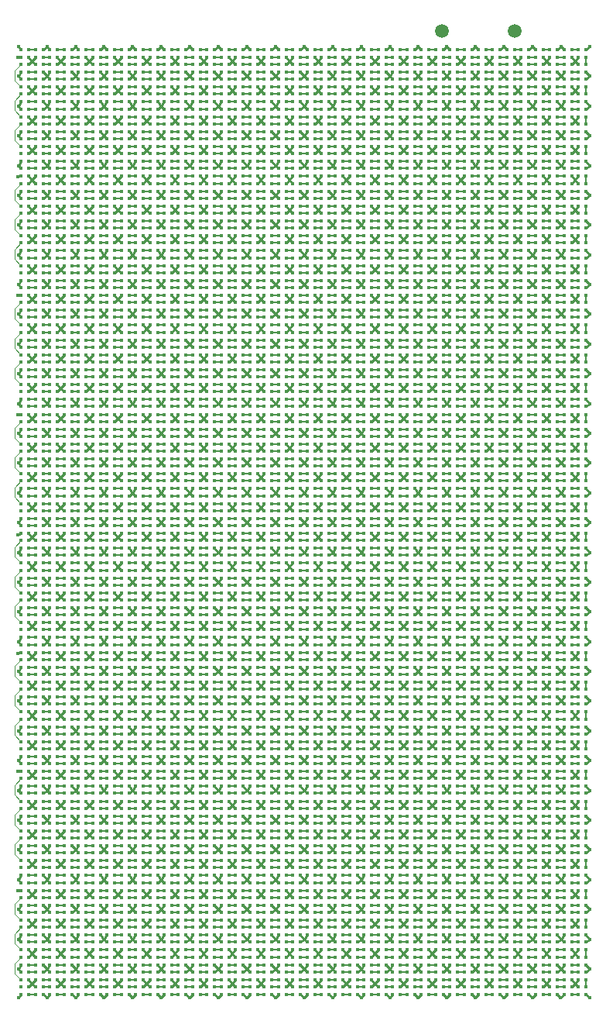
<source format=gbr>
%TF.GenerationSoftware,KiCad,Pcbnew,9.0.7*%
%TF.CreationDate,2026-02-05T13:43:48+01:00*%
%TF.ProjectId,led_bage,6c65645f-6261-4676-952e-6b696361645f,rev?*%
%TF.SameCoordinates,Original*%
%TF.FileFunction,Copper,L1,Top*%
%TF.FilePolarity,Positive*%
%FSLAX46Y46*%
G04 Gerber Fmt 4.6, Leading zero omitted, Abs format (unit mm)*
G04 Created by KiCad (PCBNEW 9.0.7) date 2026-02-05 13:43:48*
%MOMM*%
%LPD*%
G01*
G04 APERTURE LIST*
%TA.AperFunction,SMDPad,CuDef*%
%ADD10R,0.450000X0.450000*%
%TD*%
%TA.AperFunction,ViaPad*%
%ADD11C,0.400000*%
%TD*%
%TA.AperFunction,ViaPad*%
%ADD12C,1.500000*%
%TD*%
%TA.AperFunction,Conductor*%
%ADD13C,0.080000*%
%TD*%
%TA.AperFunction,Conductor*%
%ADD14C,0.250000*%
%TD*%
%TA.AperFunction,Conductor*%
%ADD15C,0.150000*%
%TD*%
G04 APERTURE END LIST*
D10*
%TO.P,D1183,1,DOUT*%
%TO.N,Net-(D1183-DOUT)*%
X171375000Y-78000000D03*
%TO.P,D1183,2,VDD*%
%TO.N,VDD*%
X171375000Y-77150000D03*
%TO.P,D1183,3,GND*%
%TO.N,GND*%
X172225000Y-78000000D03*
%TO.P,D1183,4,DIN*%
%TO.N,Net-(D1182-DOUT)*%
X172225000Y-77150000D03*
%TD*%
%TO.P,D2024,1,DOUT*%
%TO.N,Net-(D2024-DOUT)*%
X181600000Y-112125000D03*
%TO.P,D2024,2,VDD*%
%TO.N,VDD*%
X180750000Y-112125000D03*
%TO.P,D2024,3,GND*%
%TO.N,GND*%
X181600000Y-111275000D03*
%TO.P,D2024,4,DIN*%
%TO.N,Net-(D2023-DOUT)*%
X180750000Y-111275000D03*
%TD*%
%TO.P,D1869,1,DOUT*%
%TO.N,Net-(D1869-DOUT)*%
X189412500Y-104775000D03*
%TO.P,D1869,2,VDD*%
%TO.N,VDD*%
X189412500Y-105625000D03*
%TO.P,D1869,3,GND*%
%TO.N,GND*%
X188562500Y-104775000D03*
%TO.P,D1869,4,DIN*%
%TO.N,Net-(D1868-DOUT)*%
X188562500Y-105625000D03*
%TD*%
%TO.P,D2398,1,DOUT*%
%TO.N,Net-(D2398-DOUT)*%
X147937500Y-125900000D03*
%TO.P,D2398,2,VDD*%
%TO.N,VDD*%
X148787500Y-125900000D03*
%TO.P,D2398,3,GND*%
%TO.N,GND*%
X147937500Y-126750000D03*
%TO.P,D2398,4,DIN*%
%TO.N,Net-(D2397-DOUT)*%
X148787500Y-126750000D03*
%TD*%
%TO.P,D1912,1,DOUT*%
%TO.N,Net-(D1912-DOUT)*%
X157312500Y-106400000D03*
%TO.P,D1912,2,VDD*%
%TO.N,VDD*%
X158162500Y-106400000D03*
%TO.P,D1912,3,GND*%
%TO.N,GND*%
X157312500Y-107250000D03*
%TO.P,D1912,4,DIN*%
%TO.N,Net-(D1911-DOUT)*%
X158162500Y-107250000D03*
%TD*%
%TO.P,D2037,1,DOUT*%
%TO.N,Net-(D2037-DOUT)*%
X201912500Y-111275000D03*
%TO.P,D2037,2,VDD*%
%TO.N,VDD*%
X201912500Y-112125000D03*
%TO.P,D2037,3,GND*%
%TO.N,GND*%
X201062500Y-111275000D03*
%TO.P,D2037,4,DIN*%
%TO.N,Net-(D2036-DOUT)*%
X201062500Y-112125000D03*
%TD*%
%TO.P,D2431,1,DOUT*%
%TO.N,Net-(D2431-DOUT)*%
X192537500Y-127525000D03*
%TO.P,D2431,2,VDD*%
%TO.N,VDD*%
X192537500Y-128375000D03*
%TO.P,D2431,3,GND*%
%TO.N,GND*%
X191687500Y-127525000D03*
%TO.P,D2431,4,DIN*%
%TO.N,Net-(D2430-DOUT)*%
X191687500Y-128375000D03*
%TD*%
%TO.P,D1442,1,DOUT*%
%TO.N,Net-(D1442-DOUT)*%
X147225000Y-89375000D03*
%TO.P,D1442,2,VDD*%
%TO.N,VDD*%
X146375000Y-89375000D03*
%TO.P,D1442,3,GND*%
%TO.N,GND*%
X147225000Y-88525000D03*
%TO.P,D1442,4,DIN*%
%TO.N,Net-(D1441-DOUT)*%
X146375000Y-88525000D03*
%TD*%
%TO.P,D680,1,DOUT*%
%TO.N,Net-(D680-DOUT)*%
X206600000Y-56875000D03*
%TO.P,D680,2,VDD*%
%TO.N,VDD*%
X205750000Y-56875000D03*
%TO.P,D680,3,GND*%
%TO.N,GND*%
X206600000Y-56025000D03*
%TO.P,D680,4,DIN*%
%TO.N,Net-(D679-DOUT)*%
X205750000Y-56025000D03*
%TD*%
%TO.P,D454,1,DOUT*%
%TO.N,Net-(D454-DOUT)*%
X185437500Y-47900000D03*
%TO.P,D454,2,VDD*%
%TO.N,VDD*%
X186287500Y-47900000D03*
%TO.P,D454,3,GND*%
%TO.N,GND*%
X185437500Y-48750000D03*
%TO.P,D454,4,DIN*%
%TO.N,Net-(D453-DOUT)*%
X186287500Y-48750000D03*
%TD*%
%TO.P,D1744,1,DOUT*%
%TO.N,Net-(D1744-DOUT)*%
X169812500Y-99900000D03*
%TO.P,D1744,2,VDD*%
%TO.N,VDD*%
X170662500Y-99900000D03*
%TO.P,D1744,3,GND*%
%TO.N,GND*%
X169812500Y-100750000D03*
%TO.P,D1744,4,DIN*%
%TO.N,Net-(D1743-DOUT)*%
X170662500Y-100750000D03*
%TD*%
%TO.P,D423,1,DOUT*%
%TO.N,Net-(D423-DOUT)*%
X180037500Y-46275000D03*
%TO.P,D423,2,VDD*%
%TO.N,VDD*%
X180037500Y-47125000D03*
%TO.P,D423,3,GND*%
%TO.N,GND*%
X179187500Y-46275000D03*
%TO.P,D423,4,DIN*%
%TO.N,Net-(D422-DOUT)*%
X179187500Y-47125000D03*
%TD*%
%TO.P,D2529,1,DOUT*%
%TO.N,Net-(D2529-DOUT)*%
X193250000Y-133250000D03*
%TO.P,D2529,2,VDD*%
%TO.N,VDD*%
X193250000Y-132400000D03*
%TO.P,D2529,3,GND*%
%TO.N,GND*%
X194100000Y-133250000D03*
%TO.P,D2529,4,DIN*%
%TO.N,Net-(D2528-DOUT)*%
X194100000Y-132400000D03*
%TD*%
%TO.P,D1739,1,DOUT*%
%TO.N,Net-(D1739-DOUT)*%
X177625000Y-100750000D03*
%TO.P,D1739,2,VDD*%
%TO.N,VDD*%
X177625000Y-99900000D03*
%TO.P,D1739,3,GND*%
%TO.N,GND*%
X178475000Y-100750000D03*
%TO.P,D1739,4,DIN*%
%TO.N,Net-(D1738-DOUT)*%
X178475000Y-99900000D03*
%TD*%
%TO.P,D424,1,DOUT*%
%TO.N,Net-(D424-DOUT)*%
X181600000Y-47125000D03*
%TO.P,D424,2,VDD*%
%TO.N,VDD*%
X180750000Y-47125000D03*
%TO.P,D424,3,GND*%
%TO.N,GND*%
X181600000Y-46275000D03*
%TO.P,D424,4,DIN*%
%TO.N,Net-(D423-DOUT)*%
X180750000Y-46275000D03*
%TD*%
%TO.P,D717,1,DOUT*%
%TO.N,Net-(D717-DOUT)*%
X149500000Y-58500000D03*
%TO.P,D717,2,VDD*%
%TO.N,VDD*%
X149500000Y-57650000D03*
%TO.P,D717,3,GND*%
%TO.N,GND*%
X150350000Y-58500000D03*
%TO.P,D717,4,DIN*%
%TO.N,Net-(D716-DOUT)*%
X150350000Y-57650000D03*
%TD*%
%TO.P,D504,1,DOUT*%
%TO.N,Net-(D504-DOUT)*%
X181600000Y-50375000D03*
%TO.P,D504,2,VDD*%
%TO.N,VDD*%
X180750000Y-50375000D03*
%TO.P,D504,3,GND*%
%TO.N,GND*%
X181600000Y-49525000D03*
%TO.P,D504,4,DIN*%
%TO.N,Net-(D503-DOUT)*%
X180750000Y-49525000D03*
%TD*%
%TO.P,D715,1,DOUT*%
%TO.N,Net-(D715-DOUT)*%
X152625000Y-58500000D03*
%TO.P,D715,2,VDD*%
%TO.N,VDD*%
X152625000Y-57650000D03*
%TO.P,D715,3,GND*%
%TO.N,GND*%
X153475000Y-58500000D03*
%TO.P,D715,4,DIN*%
%TO.N,Net-(D714-DOUT)*%
X153475000Y-57650000D03*
%TD*%
%TO.P,D730,1,DOUT*%
%TO.N,Net-(D730-DOUT)*%
X159725000Y-60125000D03*
%TO.P,D730,2,VDD*%
%TO.N,VDD*%
X158875000Y-60125000D03*
%TO.P,D730,3,GND*%
%TO.N,GND*%
X159725000Y-59275000D03*
%TO.P,D730,4,DIN*%
%TO.N,Net-(D729-DOUT)*%
X158875000Y-59275000D03*
%TD*%
%TO.P,D1978,1,DOUT*%
%TO.N,Net-(D1978-DOUT)*%
X179187500Y-109650000D03*
%TO.P,D1978,2,VDD*%
%TO.N,VDD*%
X180037500Y-109650000D03*
%TO.P,D1978,3,GND*%
%TO.N,GND*%
X179187500Y-110500000D03*
%TO.P,D1978,4,DIN*%
%TO.N,Net-(D1977-DOUT)*%
X180037500Y-110500000D03*
%TD*%
%TO.P,D1648,1,DOUT*%
%TO.N,Net-(D1648-DOUT)*%
X194812500Y-96650000D03*
%TO.P,D1648,2,VDD*%
%TO.N,VDD*%
X195662500Y-96650000D03*
%TO.P,D1648,3,GND*%
%TO.N,GND*%
X194812500Y-97500000D03*
%TO.P,D1648,4,DIN*%
%TO.N,Net-(D1647-DOUT)*%
X195662500Y-97500000D03*
%TD*%
%TO.P,D517,1,DOUT*%
%TO.N,Net-(D517-DOUT)*%
X201912500Y-49525000D03*
%TO.P,D517,2,VDD*%
%TO.N,VDD*%
X201912500Y-50375000D03*
%TO.P,D517,3,GND*%
%TO.N,GND*%
X201062500Y-49525000D03*
%TO.P,D517,4,DIN*%
%TO.N,Net-(D516-DOUT)*%
X201062500Y-50375000D03*
%TD*%
%TO.P,D901,1,DOUT*%
%TO.N,Net-(D901-DOUT)*%
X176912500Y-65775000D03*
%TO.P,D901,2,VDD*%
%TO.N,VDD*%
X176912500Y-66625000D03*
%TO.P,D901,3,GND*%
%TO.N,GND*%
X176062500Y-65775000D03*
%TO.P,D901,4,DIN*%
%TO.N,Net-(D900-DOUT)*%
X176062500Y-66625000D03*
%TD*%
%TO.P,D1105,1,DOUT*%
%TO.N,Net-(D1105-DOUT)*%
X168250000Y-74750000D03*
%TO.P,D1105,2,VDD*%
%TO.N,VDD*%
X168250000Y-73900000D03*
%TO.P,D1105,3,GND*%
%TO.N,GND*%
X169100000Y-74750000D03*
%TO.P,D1105,4,DIN*%
%TO.N,Net-(D1104-DOUT)*%
X169100000Y-73900000D03*
%TD*%
%TO.P,D1052,1,DOUT*%
%TO.N,Net-(D1052-DOUT)*%
X162850000Y-73125000D03*
%TO.P,D1052,2,VDD*%
%TO.N,VDD*%
X162000000Y-73125000D03*
%TO.P,D1052,3,GND*%
%TO.N,GND*%
X162850000Y-72275000D03*
%TO.P,D1052,4,DIN*%
%TO.N,Net-(D1051-DOUT)*%
X162000000Y-72275000D03*
%TD*%
%TO.P,D2072,1,DOUT*%
%TO.N,Net-(D2072-DOUT)*%
X157312500Y-112900000D03*
%TO.P,D2072,2,VDD*%
%TO.N,VDD*%
X158162500Y-112900000D03*
%TO.P,D2072,3,GND*%
%TO.N,GND*%
X157312500Y-113750000D03*
%TO.P,D2072,4,DIN*%
%TO.N,Net-(D2071-DOUT)*%
X158162500Y-113750000D03*
%TD*%
%TO.P,D304,1,DOUT*%
%TO.N,Net-(D304-DOUT)*%
X169812500Y-41400000D03*
%TO.P,D304,2,VDD*%
%TO.N,VDD*%
X170662500Y-41400000D03*
%TO.P,D304,3,GND*%
%TO.N,GND*%
X169812500Y-42250000D03*
%TO.P,D304,4,DIN*%
%TO.N,Net-(D303-DOUT)*%
X170662500Y-42250000D03*
%TD*%
%TO.P,D2345,1,DOUT*%
%TO.N,Net-(D2345-DOUT)*%
X183162500Y-124275000D03*
%TO.P,D2345,2,VDD*%
%TO.N,VDD*%
X183162500Y-125125000D03*
%TO.P,D2345,3,GND*%
%TO.N,GND*%
X182312500Y-124275000D03*
%TO.P,D2345,4,DIN*%
%TO.N,Net-(D2344-DOUT)*%
X182312500Y-125125000D03*
%TD*%
%TO.P,D1362,1,DOUT*%
%TO.N,Net-(D1362-DOUT)*%
X147225000Y-86125000D03*
%TO.P,D1362,2,VDD*%
%TO.N,VDD*%
X146375000Y-86125000D03*
%TO.P,D1362,3,GND*%
%TO.N,GND*%
X147225000Y-85275000D03*
%TO.P,D1362,4,DIN*%
%TO.N,Net-(D1361-DOUT)*%
X146375000Y-85275000D03*
%TD*%
%TO.P,D1438,1,DOUT*%
%TO.N,Net-(D1438-DOUT)*%
X147937500Y-86900000D03*
%TO.P,D1438,2,VDD*%
%TO.N,VDD*%
X148787500Y-86900000D03*
%TO.P,D1438,3,GND*%
%TO.N,GND*%
X147937500Y-87750000D03*
%TO.P,D1438,4,DIN*%
%TO.N,Net-(D1437-DOUT)*%
X148787500Y-87750000D03*
%TD*%
%TO.P,D747,1,DOUT*%
%TO.N,Net-(D747-DOUT)*%
X186287500Y-59275000D03*
%TO.P,D747,2,VDD*%
%TO.N,VDD*%
X186287500Y-60125000D03*
%TO.P,D747,3,GND*%
%TO.N,GND*%
X185437500Y-59275000D03*
%TO.P,D747,4,DIN*%
%TO.N,Net-(D746-DOUT)*%
X185437500Y-60125000D03*
%TD*%
%TO.P,D1545,1,DOUT*%
%TO.N,Net-(D1545-DOUT)*%
X183162500Y-91775000D03*
%TO.P,D1545,2,VDD*%
%TO.N,VDD*%
X183162500Y-92625000D03*
%TO.P,D1545,3,GND*%
%TO.N,GND*%
X182312500Y-91775000D03*
%TO.P,D1545,4,DIN*%
%TO.N,Net-(D1544-DOUT)*%
X182312500Y-92625000D03*
%TD*%
%TO.P,D1108,1,DOUT*%
%TO.N,Net-(D1108-DOUT)*%
X163562500Y-73900000D03*
%TO.P,D1108,2,VDD*%
%TO.N,VDD*%
X164412500Y-73900000D03*
%TO.P,D1108,3,GND*%
%TO.N,GND*%
X163562500Y-74750000D03*
%TO.P,D1108,4,DIN*%
%TO.N,Net-(D1107-DOUT)*%
X164412500Y-74750000D03*
%TD*%
%TO.P,D1221,1,DOUT*%
%TO.N,Net-(D1221-DOUT)*%
X176912500Y-78775000D03*
%TO.P,D1221,2,VDD*%
%TO.N,VDD*%
X176912500Y-79625000D03*
%TO.P,D1221,3,GND*%
%TO.N,GND*%
X176062500Y-78775000D03*
%TO.P,D1221,4,DIN*%
%TO.N,Net-(D1220-DOUT)*%
X176062500Y-79625000D03*
%TD*%
%TO.P,D608,1,DOUT*%
%TO.N,Net-(D608-DOUT)*%
X194812500Y-54400000D03*
%TO.P,D608,2,VDD*%
%TO.N,VDD*%
X195662500Y-54400000D03*
%TO.P,D608,3,GND*%
%TO.N,GND*%
X194812500Y-55250000D03*
%TO.P,D608,4,DIN*%
%TO.N,Net-(D607-DOUT)*%
X195662500Y-55250000D03*
%TD*%
%TO.P,D1401,1,DOUT*%
%TO.N,Net-(D1401-DOUT)*%
X205750000Y-87750000D03*
%TO.P,D1401,2,VDD*%
%TO.N,VDD*%
X205750000Y-86900000D03*
%TO.P,D1401,3,GND*%
%TO.N,GND*%
X206600000Y-87750000D03*
%TO.P,D1401,4,DIN*%
%TO.N,Net-(D1400-DOUT)*%
X206600000Y-86900000D03*
%TD*%
%TO.P,D634,1,DOUT*%
%TO.N,Net-(D634-DOUT)*%
X154187500Y-54400000D03*
%TO.P,D634,2,VDD*%
%TO.N,VDD*%
X155037500Y-54400000D03*
%TO.P,D634,3,GND*%
%TO.N,GND*%
X154187500Y-55250000D03*
%TO.P,D634,4,DIN*%
%TO.N,Net-(D633-DOUT)*%
X155037500Y-55250000D03*
%TD*%
%TO.P,D1209,1,DOUT*%
%TO.N,Net-(D1209-DOUT)*%
X158162500Y-78775000D03*
%TO.P,D1209,2,VDD*%
%TO.N,VDD*%
X158162500Y-79625000D03*
%TO.P,D1209,3,GND*%
%TO.N,GND*%
X157312500Y-78775000D03*
%TO.P,D1209,4,DIN*%
%TO.N,Net-(D1208-DOUT)*%
X157312500Y-79625000D03*
%TD*%
%TO.P,D2200,1,DOUT*%
%TO.N,Net-(D2200-DOUT)*%
X206600000Y-118625000D03*
%TO.P,D2200,2,VDD*%
%TO.N,VDD*%
X205750000Y-118625000D03*
%TO.P,D2200,3,GND*%
%TO.N,GND*%
X206600000Y-117775000D03*
%TO.P,D2200,4,DIN*%
%TO.N,Net-(D2199-DOUT)*%
X205750000Y-117775000D03*
%TD*%
%TO.P,D1215,1,DOUT*%
%TO.N,Net-(D1215-DOUT)*%
X167537500Y-78775000D03*
%TO.P,D1215,2,VDD*%
%TO.N,VDD*%
X167537500Y-79625000D03*
%TO.P,D1215,3,GND*%
%TO.N,GND*%
X166687500Y-78775000D03*
%TO.P,D1215,4,DIN*%
%TO.N,Net-(D1214-DOUT)*%
X166687500Y-79625000D03*
%TD*%
%TO.P,D218,1,DOUT*%
%TO.N,unconnected-(D218-DOUT-Pad1)*%
X179187500Y-38150000D03*
%TO.P,D218,2,VDD*%
%TO.N,VDD*%
X180037500Y-38150000D03*
%TO.P,D218,3,GND*%
%TO.N,GND*%
X179187500Y-39000000D03*
%TO.P,D218,4,DIN*%
%TO.N,unconnected-(D218-DIN-Pad4)*%
X180037500Y-39000000D03*
%TD*%
%TO.P,D261,1,DOUT*%
%TO.N,Net-(D261-DOUT)*%
X176912500Y-39775000D03*
%TO.P,D261,2,VDD*%
%TO.N,VDD*%
X176912500Y-40625000D03*
%TO.P,D261,3,GND*%
%TO.N,GND*%
X176062500Y-39775000D03*
%TO.P,D261,4,DIN*%
%TO.N,Net-(D260-DOUT)*%
X176062500Y-40625000D03*
%TD*%
%TO.P,D116,1,DOUT*%
%TO.N,Net-(D116-DOUT)*%
X200350000Y-34125000D03*
%TO.P,D116,2,VDD*%
%TO.N,VDD*%
X199500000Y-34125000D03*
%TO.P,D116,3,GND*%
%TO.N,GND*%
X200350000Y-33275000D03*
%TO.P,D116,4,DIN*%
%TO.N,Net-(D115-DOUT)*%
X199500000Y-33275000D03*
%TD*%
%TO.P,D597,1,DOUT*%
%TO.N,Net-(D597-DOUT)*%
X201912500Y-52775000D03*
%TO.P,D597,2,VDD*%
%TO.N,VDD*%
X201912500Y-53625000D03*
%TO.P,D597,3,GND*%
%TO.N,GND*%
X201062500Y-52775000D03*
%TO.P,D597,4,DIN*%
%TO.N,Net-(D596-DOUT)*%
X201062500Y-53625000D03*
%TD*%
%TO.P,D1104,1,DOUT*%
%TO.N,Net-(D1104-DOUT)*%
X169812500Y-73900000D03*
%TO.P,D1104,2,VDD*%
%TO.N,VDD*%
X170662500Y-73900000D03*
%TO.P,D1104,3,GND*%
%TO.N,GND*%
X169812500Y-74750000D03*
%TO.P,D1104,4,DIN*%
%TO.N,Net-(D1103-DOUT)*%
X170662500Y-74750000D03*
%TD*%
%TO.P,D753,1,DOUT*%
%TO.N,Net-(D753-DOUT)*%
X195662500Y-59275000D03*
%TO.P,D753,2,VDD*%
%TO.N,VDD*%
X195662500Y-60125000D03*
%TO.P,D753,3,GND*%
%TO.N,GND*%
X194812500Y-59275000D03*
%TO.P,D753,4,DIN*%
%TO.N,Net-(D752-DOUT)*%
X194812500Y-60125000D03*
%TD*%
%TO.P,D195,1,DOUT*%
%TO.N,Net-(D195-DOUT)*%
X198787500Y-36525000D03*
%TO.P,D195,2,VDD*%
%TO.N,VDD*%
X198787500Y-37375000D03*
%TO.P,D195,3,GND*%
%TO.N,GND*%
X197937500Y-36525000D03*
%TO.P,D195,4,DIN*%
%TO.N,Net-(D194-DOUT)*%
X197937500Y-37375000D03*
%TD*%
%TO.P,D56,1,DOUT*%
%TO.N,Net-(D56-DOUT)*%
X182312500Y-31650000D03*
%TO.P,D56,2,VDD*%
%TO.N,VDD*%
X183162500Y-31650000D03*
%TO.P,D56,3,GND*%
%TO.N,GND*%
X182312500Y-32500000D03*
%TO.P,D56,4,DIN*%
%TO.N,Net-(D55-DOUT)*%
X183162500Y-32500000D03*
%TD*%
%TO.P,D598,1,DOUT*%
%TO.N,Net-(D598-DOUT)*%
X203475000Y-53625000D03*
%TO.P,D598,2,VDD*%
%TO.N,VDD*%
X202625000Y-53625000D03*
%TO.P,D598,3,GND*%
%TO.N,GND*%
X203475000Y-52775000D03*
%TO.P,D598,4,DIN*%
%TO.N,Net-(D597-DOUT)*%
X202625000Y-52775000D03*
%TD*%
%TO.P,D645,1,DOUT*%
%TO.N,Net-(D645-DOUT)*%
X151912500Y-56025000D03*
%TO.P,D645,2,VDD*%
%TO.N,VDD*%
X151912500Y-56875000D03*
%TO.P,D645,3,GND*%
%TO.N,GND*%
X151062500Y-56025000D03*
%TO.P,D645,4,DIN*%
%TO.N,Net-(D644-DOUT)*%
X151062500Y-56875000D03*
%TD*%
%TO.P,D1861,1,DOUT*%
%TO.N,Net-(D1861-DOUT)*%
X176912500Y-104775000D03*
%TO.P,D1861,2,VDD*%
%TO.N,VDD*%
X176912500Y-105625000D03*
%TO.P,D1861,3,GND*%
%TO.N,GND*%
X176062500Y-104775000D03*
%TO.P,D1861,4,DIN*%
%TO.N,Net-(D1860-DOUT)*%
X176062500Y-105625000D03*
%TD*%
%TO.P,D1107,1,DOUT*%
%TO.N,Net-(D1107-DOUT)*%
X165125000Y-74750000D03*
%TO.P,D1107,2,VDD*%
%TO.N,VDD*%
X165125000Y-73900000D03*
%TO.P,D1107,3,GND*%
%TO.N,GND*%
X165975000Y-74750000D03*
%TO.P,D1107,4,DIN*%
%TO.N,Net-(D1106-DOUT)*%
X165975000Y-73900000D03*
%TD*%
%TO.P,D328,1,DOUT*%
%TO.N,Net-(D328-DOUT)*%
X156600000Y-43875000D03*
%TO.P,D328,2,VDD*%
%TO.N,VDD*%
X155750000Y-43875000D03*
%TO.P,D328,3,GND*%
%TO.N,GND*%
X156600000Y-43025000D03*
%TO.P,D328,4,DIN*%
%TO.N,Net-(D327-DOUT)*%
X155750000Y-43025000D03*
%TD*%
%TO.P,D1668,1,DOUT*%
%TO.N,Net-(D1668-DOUT)*%
X163562500Y-96650000D03*
%TO.P,D1668,2,VDD*%
%TO.N,VDD*%
X164412500Y-96650000D03*
%TO.P,D1668,3,GND*%
%TO.N,GND*%
X163562500Y-97500000D03*
%TO.P,D1668,4,DIN*%
%TO.N,Net-(D1667-DOUT)*%
X164412500Y-97500000D03*
%TD*%
%TO.P,D1758,1,DOUT*%
%TO.N,Net-(D1758-DOUT)*%
X147937500Y-99900000D03*
%TO.P,D1758,2,VDD*%
%TO.N,VDD*%
X148787500Y-99900000D03*
%TO.P,D1758,3,GND*%
%TO.N,GND*%
X147937500Y-100750000D03*
%TO.P,D1758,4,DIN*%
%TO.N,Net-(D1757-DOUT)*%
X148787500Y-100750000D03*
%TD*%
%TO.P,D1991,1,DOUT*%
%TO.N,Net-(D1991-DOUT)*%
X158875000Y-110500000D03*
%TO.P,D1991,2,VDD*%
%TO.N,VDD*%
X158875000Y-109650000D03*
%TO.P,D1991,3,GND*%
%TO.N,GND*%
X159725000Y-110500000D03*
%TO.P,D1991,4,DIN*%
%TO.N,Net-(D1990-DOUT)*%
X159725000Y-109650000D03*
%TD*%
%TO.P,D816,1,DOUT*%
%TO.N,Net-(D816-DOUT)*%
X169100000Y-63375000D03*
%TO.P,D816,2,VDD*%
%TO.N,VDD*%
X168250000Y-63375000D03*
%TO.P,D816,3,GND*%
%TO.N,GND*%
X169100000Y-62525000D03*
%TO.P,D816,4,DIN*%
%TO.N,Net-(D815-DOUT)*%
X168250000Y-62525000D03*
%TD*%
%TO.P,D1484,1,DOUT*%
%TO.N,Net-(D1484-DOUT)*%
X201062500Y-90150000D03*
%TO.P,D1484,2,VDD*%
%TO.N,VDD*%
X201912500Y-90150000D03*
%TO.P,D1484,3,GND*%
%TO.N,GND*%
X201062500Y-91000000D03*
%TO.P,D1484,4,DIN*%
%TO.N,Net-(D1483-DOUT)*%
X201912500Y-91000000D03*
%TD*%
%TO.P,D83,1,DOUT*%
%TO.N,Net-(D83-DOUT)*%
X148787500Y-33275000D03*
%TO.P,D83,2,VDD*%
%TO.N,VDD*%
X148787500Y-34125000D03*
%TO.P,D83,3,GND*%
%TO.N,GND*%
X147937500Y-33275000D03*
%TO.P,D83,4,DIN*%
%TO.N,Net-(D82-DOUT)*%
X147937500Y-34125000D03*
%TD*%
%TO.P,D2131,1,DOUT*%
%TO.N,Net-(D2131-DOUT)*%
X190125000Y-117000000D03*
%TO.P,D2131,2,VDD*%
%TO.N,VDD*%
X190125000Y-116150000D03*
%TO.P,D2131,3,GND*%
%TO.N,GND*%
X190975000Y-117000000D03*
%TO.P,D2131,4,DIN*%
%TO.N,Net-(D2130-DOUT)*%
X190975000Y-116150000D03*
%TD*%
%TO.P,D1919,1,DOUT*%
%TO.N,Net-(D1919-DOUT)*%
X146375000Y-107250000D03*
%TO.P,D1919,2,VDD*%
%TO.N,VDD*%
X146375000Y-106400000D03*
%TO.P,D1919,3,GND*%
%TO.N,GND*%
X147225000Y-107250000D03*
%TO.P,D1919,4,DIN*%
%TO.N,Net-(D1918-DOUT)*%
X147225000Y-106400000D03*
%TD*%
%TO.P,D1893,1,DOUT*%
%TO.N,Net-(D1893-DOUT)*%
X187000000Y-107250000D03*
%TO.P,D1893,2,VDD*%
%TO.N,VDD*%
X187000000Y-106400000D03*
%TO.P,D1893,3,GND*%
%TO.N,GND*%
X187850000Y-107250000D03*
%TO.P,D1893,4,DIN*%
%TO.N,Net-(D1892-DOUT)*%
X187850000Y-106400000D03*
%TD*%
%TO.P,D1566,1,DOUT*%
%TO.N,Net-(D1566-DOUT)*%
X197937500Y-93400000D03*
%TO.P,D1566,2,VDD*%
%TO.N,VDD*%
X198787500Y-93400000D03*
%TO.P,D1566,3,GND*%
%TO.N,GND*%
X197937500Y-94250000D03*
%TO.P,D1566,4,DIN*%
%TO.N,Net-(D1565-DOUT)*%
X198787500Y-94250000D03*
%TD*%
%TO.P,D2433,1,DOUT*%
%TO.N,Net-(D2433-DOUT)*%
X195662500Y-127525000D03*
%TO.P,D2433,2,VDD*%
%TO.N,VDD*%
X195662500Y-128375000D03*
%TO.P,D2433,3,GND*%
%TO.N,GND*%
X194812500Y-127525000D03*
%TO.P,D2433,4,DIN*%
%TO.N,Net-(D2432-DOUT)*%
X194812500Y-128375000D03*
%TD*%
%TO.P,D1117,1,DOUT*%
%TO.N,Net-(D1117-DOUT)*%
X149500000Y-74750000D03*
%TO.P,D1117,2,VDD*%
%TO.N,VDD*%
X149500000Y-73900000D03*
%TO.P,D1117,3,GND*%
%TO.N,GND*%
X150350000Y-74750000D03*
%TO.P,D1117,4,DIN*%
%TO.N,Net-(D1116-DOUT)*%
X150350000Y-73900000D03*
%TD*%
%TO.P,D2034,1,DOUT*%
%TO.N,Net-(D2034-DOUT)*%
X197225000Y-112125000D03*
%TO.P,D2034,2,VDD*%
%TO.N,VDD*%
X196375000Y-112125000D03*
%TO.P,D2034,3,GND*%
%TO.N,GND*%
X197225000Y-111275000D03*
%TO.P,D2034,4,DIN*%
%TO.N,Net-(D2033-DOUT)*%
X196375000Y-111275000D03*
%TD*%
%TO.P,D1667,1,DOUT*%
%TO.N,Net-(D1667-DOUT)*%
X165125000Y-97500000D03*
%TO.P,D1667,2,VDD*%
%TO.N,VDD*%
X165125000Y-96650000D03*
%TO.P,D1667,3,GND*%
%TO.N,GND*%
X165975000Y-97500000D03*
%TO.P,D1667,4,DIN*%
%TO.N,Net-(D1666-DOUT)*%
X165975000Y-96650000D03*
%TD*%
%TO.P,D1257,1,DOUT*%
%TO.N,Net-(D1257-DOUT)*%
X180750000Y-81250000D03*
%TO.P,D1257,2,VDD*%
%TO.N,VDD*%
X180750000Y-80400000D03*
%TO.P,D1257,3,GND*%
%TO.N,GND*%
X181600000Y-81250000D03*
%TO.P,D1257,4,DIN*%
%TO.N,Net-(D1256-DOUT)*%
X181600000Y-80400000D03*
%TD*%
%TO.P,D912,1,DOUT*%
%TO.N,Net-(D912-DOUT)*%
X194100000Y-66625000D03*
%TO.P,D912,2,VDD*%
%TO.N,VDD*%
X193250000Y-66625000D03*
%TO.P,D912,3,GND*%
%TO.N,GND*%
X194100000Y-65775000D03*
%TO.P,D912,4,DIN*%
%TO.N,Net-(D911-DOUT)*%
X193250000Y-65775000D03*
%TD*%
%TO.P,D415,1,DOUT*%
%TO.N,Net-(D415-DOUT)*%
X167537500Y-46275000D03*
%TO.P,D415,2,VDD*%
%TO.N,VDD*%
X167537500Y-47125000D03*
%TO.P,D415,3,GND*%
%TO.N,GND*%
X166687500Y-46275000D03*
%TO.P,D415,4,DIN*%
%TO.N,Net-(D414-DOUT)*%
X166687500Y-47125000D03*
%TD*%
%TO.P,D164,1,DOUT*%
%TO.N,Net-(D164-DOUT)*%
X150350000Y-37375000D03*
%TO.P,D164,2,VDD*%
%TO.N,VDD*%
X149500000Y-37375000D03*
%TO.P,D164,3,GND*%
%TO.N,GND*%
X150350000Y-36525000D03*
%TO.P,D164,4,DIN*%
%TO.N,Net-(D163-DOUT)*%
X149500000Y-36525000D03*
%TD*%
%TO.P,D2057,1,DOUT*%
%TO.N,Net-(D2057-DOUT)*%
X180750000Y-113750000D03*
%TO.P,D2057,2,VDD*%
%TO.N,VDD*%
X180750000Y-112900000D03*
%TO.P,D2057,3,GND*%
%TO.N,GND*%
X181600000Y-113750000D03*
%TO.P,D2057,4,DIN*%
%TO.N,Net-(D2056-DOUT)*%
X181600000Y-112900000D03*
%TD*%
%TO.P,D1242,1,DOUT*%
%TO.N,Net-(D1242-DOUT)*%
X204187500Y-80400000D03*
%TO.P,D1242,2,VDD*%
%TO.N,VDD*%
X205037500Y-80400000D03*
%TO.P,D1242,3,GND*%
%TO.N,GND*%
X204187500Y-81250000D03*
%TO.P,D1242,4,DIN*%
%TO.N,Net-(D1241-DOUT)*%
X205037500Y-81250000D03*
%TD*%
%TO.P,D1700,1,DOUT*%
%TO.N,Net-(D1700-DOUT)*%
X175350000Y-99125000D03*
%TO.P,D1700,2,VDD*%
%TO.N,VDD*%
X174500000Y-99125000D03*
%TO.P,D1700,3,GND*%
%TO.N,GND*%
X175350000Y-98275000D03*
%TO.P,D1700,4,DIN*%
%TO.N,Net-(D1699-DOUT)*%
X174500000Y-98275000D03*
%TD*%
%TO.P,D431,1,DOUT*%
%TO.N,Net-(D431-DOUT)*%
X192537500Y-46275000D03*
%TO.P,D431,2,VDD*%
%TO.N,VDD*%
X192537500Y-47125000D03*
%TO.P,D431,3,GND*%
%TO.N,GND*%
X191687500Y-46275000D03*
%TO.P,D431,4,DIN*%
%TO.N,Net-(D430-DOUT)*%
X191687500Y-47125000D03*
%TD*%
%TO.P,D587,1,DOUT*%
%TO.N,Net-(D587-DOUT)*%
X186287500Y-52775000D03*
%TO.P,D587,2,VDD*%
%TO.N,VDD*%
X186287500Y-53625000D03*
%TO.P,D587,3,GND*%
%TO.N,GND*%
X185437500Y-52775000D03*
%TO.P,D587,4,DIN*%
%TO.N,Net-(D586-DOUT)*%
X185437500Y-53625000D03*
%TD*%
%TO.P,D2478,1,DOUT*%
%TO.N,Net-(D2478-DOUT)*%
X147937500Y-129150000D03*
%TO.P,D2478,2,VDD*%
%TO.N,VDD*%
X148787500Y-129150000D03*
%TO.P,D2478,3,GND*%
%TO.N,GND*%
X147937500Y-130000000D03*
%TO.P,D2478,4,DIN*%
%TO.N,Net-(D2477-DOUT)*%
X148787500Y-130000000D03*
%TD*%
%TO.P,D2511,1,DOUT*%
%TO.N,Net-(D2511-DOUT)*%
X192537500Y-130775000D03*
%TO.P,D2511,2,VDD*%
%TO.N,VDD*%
X192537500Y-131625000D03*
%TO.P,D2511,3,GND*%
%TO.N,GND*%
X191687500Y-130775000D03*
%TO.P,D2511,4,DIN*%
%TO.N,Net-(D2510-DOUT)*%
X191687500Y-131625000D03*
%TD*%
%TO.P,D1356,1,DOUT*%
%TO.N,Net-(D1356-DOUT)*%
X151062500Y-83650000D03*
%TO.P,D1356,2,VDD*%
%TO.N,VDD*%
X151912500Y-83650000D03*
%TO.P,D1356,3,GND*%
%TO.N,GND*%
X151062500Y-84500000D03*
%TO.P,D1356,4,DIN*%
%TO.N,Net-(D1355-DOUT)*%
X151912500Y-84500000D03*
%TD*%
%TO.P,D1594,1,DOUT*%
%TO.N,Net-(D1594-DOUT)*%
X154187500Y-93400000D03*
%TO.P,D1594,2,VDD*%
%TO.N,VDD*%
X155037500Y-93400000D03*
%TO.P,D1594,3,GND*%
%TO.N,GND*%
X154187500Y-94250000D03*
%TO.P,D1594,4,DIN*%
%TO.N,Net-(D1593-DOUT)*%
X155037500Y-94250000D03*
%TD*%
%TO.P,D1900,1,DOUT*%
%TO.N,Net-(D1900-DOUT)*%
X176062500Y-106400000D03*
%TO.P,D1900,2,VDD*%
%TO.N,VDD*%
X176912500Y-106400000D03*
%TO.P,D1900,3,GND*%
%TO.N,GND*%
X176062500Y-107250000D03*
%TO.P,D1900,4,DIN*%
%TO.N,Net-(D1899-DOUT)*%
X176912500Y-107250000D03*
%TD*%
%TO.P,D2282,1,DOUT*%
%TO.N,Net-(D2282-DOUT)*%
X204187500Y-122650000D03*
%TO.P,D2282,2,VDD*%
%TO.N,VDD*%
X205037500Y-122650000D03*
%TO.P,D2282,3,GND*%
%TO.N,GND*%
X204187500Y-123500000D03*
%TO.P,D2282,4,DIN*%
%TO.N,Net-(D2281-DOUT)*%
X205037500Y-123500000D03*
%TD*%
%TO.P,D2258,1,DOUT*%
%TO.N,Net-(D2258-DOUT)*%
X172225000Y-121875000D03*
%TO.P,D2258,2,VDD*%
%TO.N,VDD*%
X171375000Y-121875000D03*
%TO.P,D2258,3,GND*%
%TO.N,GND*%
X172225000Y-121025000D03*
%TO.P,D2258,4,DIN*%
%TO.N,Net-(D2257-DOUT)*%
X171375000Y-121025000D03*
%TD*%
%TO.P,D2275,1,DOUT*%
%TO.N,Net-(D2275-DOUT)*%
X198787500Y-121025000D03*
%TO.P,D2275,2,VDD*%
%TO.N,VDD*%
X198787500Y-121875000D03*
%TO.P,D2275,3,GND*%
%TO.N,GND*%
X197937500Y-121025000D03*
%TO.P,D2275,4,DIN*%
%TO.N,Net-(D2274-DOUT)*%
X197937500Y-121875000D03*
%TD*%
%TO.P,D956,1,DOUT*%
%TO.N,Net-(D956-DOUT)*%
X151062500Y-67400000D03*
%TO.P,D956,2,VDD*%
%TO.N,VDD*%
X151912500Y-67400000D03*
%TO.P,D956,3,GND*%
%TO.N,GND*%
X151062500Y-68250000D03*
%TO.P,D956,4,DIN*%
%TO.N,Net-(D955-DOUT)*%
X151912500Y-68250000D03*
%TD*%
%TO.P,D1086,1,DOUT*%
%TO.N,Net-(D1086-DOUT)*%
X197937500Y-73900000D03*
%TO.P,D1086,2,VDD*%
%TO.N,VDD*%
X198787500Y-73900000D03*
%TO.P,D1086,3,GND*%
%TO.N,GND*%
X197937500Y-74750000D03*
%TO.P,D1086,4,DIN*%
%TO.N,Net-(D1085-DOUT)*%
X198787500Y-74750000D03*
%TD*%
%TO.P,D1652,1,DOUT*%
%TO.N,Net-(D1652-DOUT)*%
X188562500Y-96650000D03*
%TO.P,D1652,2,VDD*%
%TO.N,VDD*%
X189412500Y-96650000D03*
%TO.P,D1652,3,GND*%
%TO.N,GND*%
X188562500Y-97500000D03*
%TO.P,D1652,4,DIN*%
%TO.N,Net-(D1651-DOUT)*%
X189412500Y-97500000D03*
%TD*%
%TO.P,D395,1,DOUT*%
%TO.N,Net-(D395-DOUT)*%
X152625000Y-45500000D03*
%TO.P,D395,2,VDD*%
%TO.N,VDD*%
X152625000Y-44650000D03*
%TO.P,D395,3,GND*%
%TO.N,GND*%
X153475000Y-45500000D03*
%TO.P,D395,4,DIN*%
%TO.N,Net-(D394-DOUT)*%
X153475000Y-44650000D03*
%TD*%
%TO.P,D1039,1,DOUT*%
%TO.N,Net-(D1039-DOUT)*%
X146375000Y-71500000D03*
%TO.P,D1039,2,VDD*%
%TO.N,VDD*%
X146375000Y-70650000D03*
%TO.P,D1039,3,GND*%
%TO.N,GND*%
X147225000Y-71500000D03*
%TO.P,D1039,4,DIN*%
%TO.N,Net-(D1038-DOUT)*%
X147225000Y-70650000D03*
%TD*%
%TO.P,D606,1,DOUT*%
%TO.N,Net-(D606-DOUT)*%
X197937500Y-54400000D03*
%TO.P,D606,2,VDD*%
%TO.N,VDD*%
X198787500Y-54400000D03*
%TO.P,D606,3,GND*%
%TO.N,GND*%
X197937500Y-55250000D03*
%TO.P,D606,4,DIN*%
%TO.N,Net-(D605-DOUT)*%
X198787500Y-55250000D03*
%TD*%
%TO.P,D1612,1,DOUT*%
%TO.N,Net-(D1612-DOUT)*%
X162850000Y-95875000D03*
%TO.P,D1612,2,VDD*%
%TO.N,VDD*%
X162000000Y-95875000D03*
%TO.P,D1612,3,GND*%
%TO.N,GND*%
X162850000Y-95025000D03*
%TO.P,D1612,4,DIN*%
%TO.N,Net-(D1611-DOUT)*%
X162000000Y-95025000D03*
%TD*%
%TO.P,D827,1,DOUT*%
%TO.N,Net-(D827-DOUT)*%
X186287500Y-62525000D03*
%TO.P,D827,2,VDD*%
%TO.N,VDD*%
X186287500Y-63375000D03*
%TO.P,D827,3,GND*%
%TO.N,GND*%
X185437500Y-62525000D03*
%TO.P,D827,4,DIN*%
%TO.N,Net-(D826-DOUT)*%
X185437500Y-63375000D03*
%TD*%
%TO.P,D172,1,DOUT*%
%TO.N,Net-(D172-DOUT)*%
X162850000Y-37375000D03*
%TO.P,D172,2,VDD*%
%TO.N,VDD*%
X162000000Y-37375000D03*
%TO.P,D172,3,GND*%
%TO.N,GND*%
X162850000Y-36525000D03*
%TO.P,D172,4,DIN*%
%TO.N,Net-(D171-DOUT)*%
X162000000Y-36525000D03*
%TD*%
%TO.P,D1915,1,DOUT*%
%TO.N,Net-(D1915-DOUT)*%
X152625000Y-107250000D03*
%TO.P,D1915,2,VDD*%
%TO.N,VDD*%
X152625000Y-106400000D03*
%TO.P,D1915,3,GND*%
%TO.N,GND*%
X153475000Y-107250000D03*
%TO.P,D1915,4,DIN*%
%TO.N,Net-(D1914-DOUT)*%
X153475000Y-106400000D03*
%TD*%
%TO.P,D279,1,DOUT*%
%TO.N,Net-(D279-DOUT)*%
X205037500Y-39775000D03*
%TO.P,D279,2,VDD*%
%TO.N,VDD*%
X205037500Y-40625000D03*
%TO.P,D279,3,GND*%
%TO.N,GND*%
X204187500Y-39775000D03*
%TO.P,D279,4,DIN*%
%TO.N,Net-(D278-DOUT)*%
X204187500Y-40625000D03*
%TD*%
%TO.P,D1113,1,DOUT*%
%TO.N,Net-(D1113-DOUT)*%
X155750000Y-74750000D03*
%TO.P,D1113,2,VDD*%
%TO.N,VDD*%
X155750000Y-73900000D03*
%TO.P,D1113,3,GND*%
%TO.N,GND*%
X156600000Y-74750000D03*
%TO.P,D1113,4,DIN*%
%TO.N,Net-(D1112-DOUT)*%
X156600000Y-73900000D03*
%TD*%
%TO.P,D491,1,DOUT*%
%TO.N,Net-(D491-DOUT)*%
X161287500Y-49525000D03*
%TO.P,D491,2,VDD*%
%TO.N,VDD*%
X161287500Y-50375000D03*
%TO.P,D491,3,GND*%
%TO.N,GND*%
X160437500Y-49525000D03*
%TO.P,D491,4,DIN*%
%TO.N,Net-(D490-DOUT)*%
X160437500Y-50375000D03*
%TD*%
%TO.P,D339,1,DOUT*%
%TO.N,Net-(D339-DOUT)*%
X173787500Y-43025000D03*
%TO.P,D339,2,VDD*%
%TO.N,VDD*%
X173787500Y-43875000D03*
%TO.P,D339,3,GND*%
%TO.N,GND*%
X172937500Y-43025000D03*
%TO.P,D339,4,DIN*%
%TO.N,Net-(D338-DOUT)*%
X172937500Y-43875000D03*
%TD*%
%TO.P,D417,1,DOUT*%
%TO.N,Net-(D417-DOUT)*%
X170662500Y-46275000D03*
%TO.P,D417,2,VDD*%
%TO.N,VDD*%
X170662500Y-47125000D03*
%TO.P,D417,3,GND*%
%TO.N,GND*%
X169812500Y-46275000D03*
%TO.P,D417,4,DIN*%
%TO.N,Net-(D416-DOUT)*%
X169812500Y-47125000D03*
%TD*%
%TO.P,D154,1,DOUT*%
%TO.N,Net-(D154-DOUT)*%
X154187500Y-34900000D03*
%TO.P,D154,2,VDD*%
%TO.N,VDD*%
X155037500Y-34900000D03*
%TO.P,D154,3,GND*%
%TO.N,GND*%
X154187500Y-35750000D03*
%TO.P,D154,4,DIN*%
%TO.N,Net-(D153-DOUT)*%
X155037500Y-35750000D03*
%TD*%
%TO.P,D1176,1,DOUT*%
%TO.N,Net-(D1176-DOUT)*%
X182312500Y-77150000D03*
%TO.P,D1176,2,VDD*%
%TO.N,VDD*%
X183162500Y-77150000D03*
%TO.P,D1176,3,GND*%
%TO.N,GND*%
X182312500Y-78000000D03*
%TO.P,D1176,4,DIN*%
%TO.N,Net-(D1175-DOUT)*%
X183162500Y-78000000D03*
%TD*%
%TO.P,D1196,1,DOUT*%
%TO.N,Net-(D1196-DOUT)*%
X151062500Y-77150000D03*
%TO.P,D1196,2,VDD*%
%TO.N,VDD*%
X151912500Y-77150000D03*
%TO.P,D1196,3,GND*%
%TO.N,GND*%
X151062500Y-78000000D03*
%TO.P,D1196,4,DIN*%
%TO.N,Net-(D1195-DOUT)*%
X151912500Y-78000000D03*
%TD*%
%TO.P,D458,1,DOUT*%
%TO.N,Net-(D458-DOUT)*%
X179187500Y-47900000D03*
%TO.P,D458,2,VDD*%
%TO.N,VDD*%
X180037500Y-47900000D03*
%TO.P,D458,3,GND*%
%TO.N,GND*%
X179187500Y-48750000D03*
%TO.P,D458,4,DIN*%
%TO.N,Net-(D457-DOUT)*%
X180037500Y-48750000D03*
%TD*%
%TO.P,D203,1,DOUT*%
%TO.N,Net-(D203-DOUT)*%
X202625000Y-39000000D03*
%TO.P,D203,2,VDD*%
%TO.N,VDD*%
X202625000Y-38150000D03*
%TO.P,D203,3,GND*%
%TO.N,GND*%
X203475000Y-39000000D03*
%TO.P,D203,4,DIN*%
%TO.N,Net-(D202-DOUT)*%
X203475000Y-38150000D03*
%TD*%
%TO.P,D1431,1,DOUT*%
%TO.N,Net-(D1431-DOUT)*%
X158875000Y-87750000D03*
%TO.P,D1431,2,VDD*%
%TO.N,VDD*%
X158875000Y-86900000D03*
%TO.P,D1431,3,GND*%
%TO.N,GND*%
X159725000Y-87750000D03*
%TO.P,D1431,4,DIN*%
%TO.N,Net-(D1430-DOUT)*%
X159725000Y-86900000D03*
%TD*%
%TO.P,D1495,1,DOUT*%
%TO.N,Net-(D1495-DOUT)*%
X183875000Y-91000000D03*
%TO.P,D1495,2,VDD*%
%TO.N,VDD*%
X183875000Y-90150000D03*
%TO.P,D1495,3,GND*%
%TO.N,GND*%
X184725000Y-91000000D03*
%TO.P,D1495,4,DIN*%
%TO.N,Net-(D1494-DOUT)*%
X184725000Y-90150000D03*
%TD*%
%TO.P,D2350,1,DOUT*%
%TO.N,Net-(D2350-DOUT)*%
X190975000Y-125125000D03*
%TO.P,D2350,2,VDD*%
%TO.N,VDD*%
X190125000Y-125125000D03*
%TO.P,D2350,3,GND*%
%TO.N,GND*%
X190975000Y-124275000D03*
%TO.P,D2350,4,DIN*%
%TO.N,Net-(D2349-DOUT)*%
X190125000Y-124275000D03*
%TD*%
%TO.P,D104,1,DOUT*%
%TO.N,Net-(D104-DOUT)*%
X181600000Y-34125000D03*
%TO.P,D104,2,VDD*%
%TO.N,VDD*%
X180750000Y-34125000D03*
%TO.P,D104,3,GND*%
%TO.N,GND*%
X181600000Y-33275000D03*
%TO.P,D104,4,DIN*%
%TO.N,Net-(D103-DOUT)*%
X180750000Y-33275000D03*
%TD*%
%TO.P,D1081,1,DOUT*%
%TO.N,Net-(D1081-DOUT)*%
X205750000Y-74750000D03*
%TO.P,D1081,2,VDD*%
%TO.N,VDD*%
X205750000Y-73900000D03*
%TO.P,D1081,3,GND*%
%TO.N,GND*%
X206600000Y-74750000D03*
%TO.P,D1081,4,DIN*%
%TO.N,Net-(D1080-DOUT)*%
X206600000Y-73900000D03*
%TD*%
%TO.P,D513,1,DOUT*%
%TO.N,Net-(D513-DOUT)*%
X195662500Y-49525000D03*
%TO.P,D513,2,VDD*%
%TO.N,VDD*%
X195662500Y-50375000D03*
%TO.P,D513,3,GND*%
%TO.N,GND*%
X194812500Y-49525000D03*
%TO.P,D513,4,DIN*%
%TO.N,Net-(D512-DOUT)*%
X194812500Y-50375000D03*
%TD*%
%TO.P,D658,1,DOUT*%
%TO.N,Net-(D658-DOUT)*%
X172225000Y-56875000D03*
%TO.P,D658,2,VDD*%
%TO.N,VDD*%
X171375000Y-56875000D03*
%TO.P,D658,3,GND*%
%TO.N,GND*%
X172225000Y-56025000D03*
%TO.P,D658,4,DIN*%
%TO.N,Net-(D657-DOUT)*%
X171375000Y-56025000D03*
%TD*%
%TO.P,D1128,1,DOUT*%
%TO.N,Net-(D1128-DOUT)*%
X156600000Y-76375000D03*
%TO.P,D1128,2,VDD*%
%TO.N,VDD*%
X155750000Y-76375000D03*
%TO.P,D1128,3,GND*%
%TO.N,GND*%
X156600000Y-75525000D03*
%TO.P,D1128,4,DIN*%
%TO.N,Net-(D1127-DOUT)*%
X155750000Y-75525000D03*
%TD*%
%TO.P,D396,1,DOUT*%
%TO.N,Net-(D396-DOUT)*%
X151062500Y-44650000D03*
%TO.P,D396,2,VDD*%
%TO.N,VDD*%
X151912500Y-44650000D03*
%TO.P,D396,3,GND*%
%TO.N,GND*%
X151062500Y-45500000D03*
%TO.P,D396,4,DIN*%
%TO.N,Net-(D395-DOUT)*%
X151912500Y-45500000D03*
%TD*%
%TO.P,D436,1,DOUT*%
%TO.N,Net-(D436-DOUT)*%
X200350000Y-47125000D03*
%TO.P,D436,2,VDD*%
%TO.N,VDD*%
X199500000Y-47125000D03*
%TO.P,D436,3,GND*%
%TO.N,GND*%
X200350000Y-46275000D03*
%TO.P,D436,4,DIN*%
%TO.N,Net-(D435-DOUT)*%
X199500000Y-46275000D03*
%TD*%
%TO.P,D688,1,DOUT*%
%TO.N,Net-(D688-DOUT)*%
X194812500Y-57650000D03*
%TO.P,D688,2,VDD*%
%TO.N,VDD*%
X195662500Y-57650000D03*
%TO.P,D688,3,GND*%
%TO.N,GND*%
X194812500Y-58500000D03*
%TO.P,D688,4,DIN*%
%TO.N,Net-(D687-DOUT)*%
X195662500Y-58500000D03*
%TD*%
%TO.P,D1191,1,DOUT*%
%TO.N,Net-(D1191-DOUT)*%
X158875000Y-78000000D03*
%TO.P,D1191,2,VDD*%
%TO.N,VDD*%
X158875000Y-77150000D03*
%TO.P,D1191,3,GND*%
%TO.N,GND*%
X159725000Y-78000000D03*
%TO.P,D1191,4,DIN*%
%TO.N,Net-(D1190-DOUT)*%
X159725000Y-77150000D03*
%TD*%
%TO.P,D1310,1,DOUT*%
%TO.N,Net-(D1310-DOUT)*%
X190975000Y-82875000D03*
%TO.P,D1310,2,VDD*%
%TO.N,VDD*%
X190125000Y-82875000D03*
%TO.P,D1310,3,GND*%
%TO.N,GND*%
X190975000Y-82025000D03*
%TO.P,D1310,4,DIN*%
%TO.N,Net-(D1309-DOUT)*%
X190125000Y-82025000D03*
%TD*%
%TO.P,D1557,1,DOUT*%
%TO.N,Net-(D1557-DOUT)*%
X201912500Y-91775000D03*
%TO.P,D1557,2,VDD*%
%TO.N,VDD*%
X201912500Y-92625000D03*
%TO.P,D1557,3,GND*%
%TO.N,GND*%
X201062500Y-91775000D03*
%TO.P,D1557,4,DIN*%
%TO.N,Net-(D1556-DOUT)*%
X201062500Y-92625000D03*
%TD*%
%TO.P,D1851,1,DOUT*%
%TO.N,Net-(D1851-DOUT)*%
X161287500Y-104775000D03*
%TO.P,D1851,2,VDD*%
%TO.N,VDD*%
X161287500Y-105625000D03*
%TO.P,D1851,3,GND*%
%TO.N,GND*%
X160437500Y-104775000D03*
%TO.P,D1851,4,DIN*%
%TO.N,Net-(D1850-DOUT)*%
X160437500Y-105625000D03*
%TD*%
%TO.P,D2257,1,DOUT*%
%TO.N,Net-(D2257-DOUT)*%
X170662500Y-121025000D03*
%TO.P,D2257,2,VDD*%
%TO.N,VDD*%
X170662500Y-121875000D03*
%TO.P,D2257,3,GND*%
%TO.N,GND*%
X169812500Y-121025000D03*
%TO.P,D2257,4,DIN*%
%TO.N,Net-(D2256-DOUT)*%
X169812500Y-121875000D03*
%TD*%
%TO.P,D958,1,DOUT*%
%TO.N,Net-(D958-DOUT)*%
X147937500Y-67400000D03*
%TO.P,D958,2,VDD*%
%TO.N,VDD*%
X148787500Y-67400000D03*
%TO.P,D958,3,GND*%
%TO.N,GND*%
X147937500Y-68250000D03*
%TO.P,D958,4,DIN*%
%TO.N,Net-(D957-DOUT)*%
X148787500Y-68250000D03*
%TD*%
%TO.P,D1329,1,DOUT*%
%TO.N,Net-(D1329-DOUT)*%
X193250000Y-84500000D03*
%TO.P,D1329,2,VDD*%
%TO.N,VDD*%
X193250000Y-83650000D03*
%TO.P,D1329,3,GND*%
%TO.N,GND*%
X194100000Y-84500000D03*
%TO.P,D1329,4,DIN*%
%TO.N,Net-(D1328-DOUT)*%
X194100000Y-83650000D03*
%TD*%
%TO.P,D2358,1,DOUT*%
%TO.N,Net-(D2358-DOUT)*%
X203475000Y-125125000D03*
%TO.P,D2358,2,VDD*%
%TO.N,VDD*%
X202625000Y-125125000D03*
%TO.P,D2358,3,GND*%
%TO.N,GND*%
X203475000Y-124275000D03*
%TO.P,D2358,4,DIN*%
%TO.N,Net-(D2357-DOUT)*%
X202625000Y-124275000D03*
%TD*%
%TO.P,D128,1,DOUT*%
%TO.N,Net-(D128-DOUT)*%
X194812500Y-34900000D03*
%TO.P,D128,2,VDD*%
%TO.N,VDD*%
X195662500Y-34900000D03*
%TO.P,D128,3,GND*%
%TO.N,GND*%
X194812500Y-35750000D03*
%TO.P,D128,4,DIN*%
%TO.N,Net-(D127-DOUT)*%
X195662500Y-35750000D03*
%TD*%
%TO.P,D2290,1,DOUT*%
%TO.N,Net-(D2290-DOUT)*%
X191687500Y-122650000D03*
%TO.P,D2290,2,VDD*%
%TO.N,VDD*%
X192537500Y-122650000D03*
%TO.P,D2290,3,GND*%
%TO.N,GND*%
X191687500Y-123500000D03*
%TO.P,D2290,4,DIN*%
%TO.N,Net-(D2289-DOUT)*%
X192537500Y-123500000D03*
%TD*%
%TO.P,D611,1,DOUT*%
%TO.N,Net-(D611-DOUT)*%
X190125000Y-55250000D03*
%TO.P,D611,2,VDD*%
%TO.N,VDD*%
X190125000Y-54400000D03*
%TO.P,D611,3,GND*%
%TO.N,GND*%
X190975000Y-55250000D03*
%TO.P,D611,4,DIN*%
%TO.N,Net-(D610-DOUT)*%
X190975000Y-54400000D03*
%TD*%
%TO.P,D1757,1,DOUT*%
%TO.N,Net-(D1757-DOUT)*%
X149500000Y-100750000D03*
%TO.P,D1757,2,VDD*%
%TO.N,VDD*%
X149500000Y-99900000D03*
%TO.P,D1757,3,GND*%
%TO.N,GND*%
X150350000Y-100750000D03*
%TO.P,D1757,4,DIN*%
%TO.N,Net-(D1756-DOUT)*%
X150350000Y-99900000D03*
%TD*%
%TO.P,D1808,1,DOUT*%
%TO.N,Net-(D1808-DOUT)*%
X194812500Y-103150000D03*
%TO.P,D1808,2,VDD*%
%TO.N,VDD*%
X195662500Y-103150000D03*
%TO.P,D1808,3,GND*%
%TO.N,GND*%
X194812500Y-104000000D03*
%TO.P,D1808,4,DIN*%
%TO.N,Net-(D1807-DOUT)*%
X195662500Y-104000000D03*
%TD*%
%TO.P,D719,1,DOUT*%
%TO.N,Net-(D719-DOUT)*%
X146375000Y-58500000D03*
%TO.P,D719,2,VDD*%
%TO.N,VDD*%
X146375000Y-57650000D03*
%TO.P,D719,3,GND*%
%TO.N,GND*%
X147225000Y-58500000D03*
%TO.P,D719,4,DIN*%
%TO.N,Net-(D718-DOUT)*%
X147225000Y-57650000D03*
%TD*%
%TO.P,D177,1,DOUT*%
%TO.N,Net-(D177-DOUT)*%
X170662500Y-36525000D03*
%TO.P,D177,2,VDD*%
%TO.N,VDD*%
X170662500Y-37375000D03*
%TO.P,D177,3,GND*%
%TO.N,GND*%
X169812500Y-36525000D03*
%TO.P,D177,4,DIN*%
%TO.N,Net-(D176-DOUT)*%
X169812500Y-37375000D03*
%TD*%
%TO.P,D2515,1,DOUT*%
%TO.N,Net-(D2515-DOUT)*%
X198787500Y-130775000D03*
%TO.P,D2515,2,VDD*%
%TO.N,VDD*%
X198787500Y-131625000D03*
%TO.P,D2515,3,GND*%
%TO.N,GND*%
X197937500Y-130775000D03*
%TO.P,D2515,4,DIN*%
%TO.N,Net-(D2514-DOUT)*%
X197937500Y-131625000D03*
%TD*%
%TO.P,D2443,1,DOUT*%
%TO.N,Net-(D2443-DOUT)*%
X202625000Y-130000000D03*
%TO.P,D2443,2,VDD*%
%TO.N,VDD*%
X202625000Y-129150000D03*
%TO.P,D2443,3,GND*%
%TO.N,GND*%
X203475000Y-130000000D03*
%TO.P,D2443,4,DIN*%
%TO.N,Net-(D2442-DOUT)*%
X203475000Y-129150000D03*
%TD*%
%TO.P,D386,1,DOUT*%
%TO.N,Net-(D386-DOUT)*%
X166687500Y-44650000D03*
%TO.P,D386,2,VDD*%
%TO.N,VDD*%
X167537500Y-44650000D03*
%TO.P,D386,3,GND*%
%TO.N,GND*%
X166687500Y-45500000D03*
%TO.P,D386,4,DIN*%
%TO.N,Net-(D385-DOUT)*%
X167537500Y-45500000D03*
%TD*%
%TO.P,D2392,1,DOUT*%
%TO.N,Net-(D2392-DOUT)*%
X157312500Y-125900000D03*
%TO.P,D2392,2,VDD*%
%TO.N,VDD*%
X158162500Y-125900000D03*
%TO.P,D2392,3,GND*%
%TO.N,GND*%
X157312500Y-126750000D03*
%TO.P,D2392,4,DIN*%
%TO.N,Net-(D2391-DOUT)*%
X158162500Y-126750000D03*
%TD*%
%TO.P,D1631,1,DOUT*%
%TO.N,Net-(D1631-DOUT)*%
X192537500Y-95025000D03*
%TO.P,D1631,2,VDD*%
%TO.N,VDD*%
X192537500Y-95875000D03*
%TO.P,D1631,3,GND*%
%TO.N,GND*%
X191687500Y-95025000D03*
%TO.P,D1631,4,DIN*%
%TO.N,Net-(D1630-DOUT)*%
X191687500Y-95875000D03*
%TD*%
%TO.P,D273,1,DOUT*%
%TO.N,Net-(D273-DOUT)*%
X195662500Y-39775000D03*
%TO.P,D273,2,VDD*%
%TO.N,VDD*%
X195662500Y-40625000D03*
%TO.P,D273,3,GND*%
%TO.N,GND*%
X194812500Y-39775000D03*
%TO.P,D273,4,DIN*%
%TO.N,Net-(D272-DOUT)*%
X194812500Y-40625000D03*
%TD*%
%TO.P,D527,1,DOUT*%
%TO.N,Net-(D527-DOUT)*%
X196375000Y-52000000D03*
%TO.P,D527,2,VDD*%
%TO.N,VDD*%
X196375000Y-51150000D03*
%TO.P,D527,3,GND*%
%TO.N,GND*%
X197225000Y-52000000D03*
%TO.P,D527,4,DIN*%
%TO.N,Net-(D526-DOUT)*%
X197225000Y-51150000D03*
%TD*%
%TO.P,D1617,1,DOUT*%
%TO.N,Net-(D1617-DOUT)*%
X170662500Y-95025000D03*
%TO.P,D1617,2,VDD*%
%TO.N,VDD*%
X170662500Y-95875000D03*
%TO.P,D1617,3,GND*%
%TO.N,GND*%
X169812500Y-95025000D03*
%TO.P,D1617,4,DIN*%
%TO.N,Net-(D1616-DOUT)*%
X169812500Y-95875000D03*
%TD*%
%TO.P,D1867,1,DOUT*%
%TO.N,Net-(D1867-DOUT)*%
X186287500Y-104775000D03*
%TO.P,D1867,2,VDD*%
%TO.N,VDD*%
X186287500Y-105625000D03*
%TO.P,D1867,3,GND*%
%TO.N,GND*%
X185437500Y-104775000D03*
%TO.P,D1867,4,DIN*%
%TO.N,Net-(D1866-DOUT)*%
X185437500Y-105625000D03*
%TD*%
%TO.P,D1320,1,DOUT*%
%TO.N,Net-(D1320-DOUT)*%
X206600000Y-82875000D03*
%TO.P,D1320,2,VDD*%
%TO.N,VDD*%
X205750000Y-82875000D03*
%TO.P,D1320,3,GND*%
%TO.N,GND*%
X206600000Y-82025000D03*
%TO.P,D1320,4,DIN*%
%TO.N,Net-(D1319-DOUT)*%
X205750000Y-82025000D03*
%TD*%
%TO.P,D1996,1,DOUT*%
%TO.N,Net-(D1996-DOUT)*%
X151062500Y-109650000D03*
%TO.P,D1996,2,VDD*%
%TO.N,VDD*%
X151912500Y-109650000D03*
%TO.P,D1996,3,GND*%
%TO.N,GND*%
X151062500Y-110500000D03*
%TO.P,D1996,4,DIN*%
%TO.N,Net-(D1995-DOUT)*%
X151912500Y-110500000D03*
%TD*%
%TO.P,D1479,1,DOUT*%
%TO.N,Net-(D1479-DOUT)*%
X205037500Y-88525000D03*
%TO.P,D1479,2,VDD*%
%TO.N,VDD*%
X205037500Y-89375000D03*
%TO.P,D1479,3,GND*%
%TO.N,GND*%
X204187500Y-88525000D03*
%TO.P,D1479,4,DIN*%
%TO.N,Net-(D1478-DOUT)*%
X204187500Y-89375000D03*
%TD*%
%TO.P,D2356,1,DOUT*%
%TO.N,Net-(D2356-DOUT)*%
X200350000Y-125125000D03*
%TO.P,D2356,2,VDD*%
%TO.N,VDD*%
X199500000Y-125125000D03*
%TO.P,D2356,3,GND*%
%TO.N,GND*%
X200350000Y-124275000D03*
%TO.P,D2356,4,DIN*%
%TO.N,Net-(D2355-DOUT)*%
X199500000Y-124275000D03*
%TD*%
%TO.P,D1421,1,DOUT*%
%TO.N,Net-(D1421-DOUT)*%
X174500000Y-87750000D03*
%TO.P,D1421,2,VDD*%
%TO.N,VDD*%
X174500000Y-86900000D03*
%TO.P,D1421,3,GND*%
%TO.N,GND*%
X175350000Y-87750000D03*
%TO.P,D1421,4,DIN*%
%TO.N,Net-(D1420-DOUT)*%
X175350000Y-86900000D03*
%TD*%
%TO.P,D2135,1,DOUT*%
%TO.N,Net-(D2135-DOUT)*%
X183875000Y-117000000D03*
%TO.P,D2135,2,VDD*%
%TO.N,VDD*%
X183875000Y-116150000D03*
%TO.P,D2135,3,GND*%
%TO.N,GND*%
X184725000Y-117000000D03*
%TO.P,D2135,4,DIN*%
%TO.N,Net-(D2134-DOUT)*%
X184725000Y-116150000D03*
%TD*%
%TO.P,D697,1,DOUT*%
%TO.N,Net-(D697-DOUT)*%
X180750000Y-58500000D03*
%TO.P,D697,2,VDD*%
%TO.N,VDD*%
X180750000Y-57650000D03*
%TO.P,D697,3,GND*%
%TO.N,GND*%
X181600000Y-58500000D03*
%TO.P,D697,4,DIN*%
%TO.N,Net-(D696-DOUT)*%
X181600000Y-57650000D03*
%TD*%
%TO.P,D1597,1,DOUT*%
%TO.N,Net-(D1597-DOUT)*%
X149500000Y-94250000D03*
%TO.P,D1597,2,VDD*%
%TO.N,VDD*%
X149500000Y-93400000D03*
%TO.P,D1597,3,GND*%
%TO.N,GND*%
X150350000Y-94250000D03*
%TO.P,D1597,4,DIN*%
%TO.N,Net-(D1596-DOUT)*%
X150350000Y-93400000D03*
%TD*%
%TO.P,D1680,1,DOUT*%
%TO.N,Net-(D1680-DOUT)*%
X144812500Y-96650000D03*
%TO.P,D1680,2,VDD*%
%TO.N,VDD*%
X145662500Y-96650000D03*
%TO.P,D1680,3,GND*%
%TO.N,GND*%
X144812500Y-97500000D03*
%TO.P,D1680,4,DIN*%
%TO.N,Net-(D1679-DOUT)*%
X145662500Y-97500000D03*
%TD*%
%TO.P,D1537,1,DOUT*%
%TO.N,Net-(D1537-DOUT)*%
X170662500Y-91775000D03*
%TO.P,D1537,2,VDD*%
%TO.N,VDD*%
X170662500Y-92625000D03*
%TO.P,D1537,3,GND*%
%TO.N,GND*%
X169812500Y-91775000D03*
%TO.P,D1537,4,DIN*%
%TO.N,Net-(D1536-DOUT)*%
X169812500Y-92625000D03*
%TD*%
%TO.P,D1321,1,DOUT*%
%TO.N,Net-(D1321-DOUT)*%
X205750000Y-84500000D03*
%TO.P,D1321,2,VDD*%
%TO.N,VDD*%
X205750000Y-83650000D03*
%TO.P,D1321,3,GND*%
%TO.N,GND*%
X206600000Y-84500000D03*
%TO.P,D1321,4,DIN*%
%TO.N,Net-(D1320-DOUT)*%
X206600000Y-83650000D03*
%TD*%
%TO.P,D2019,1,DOUT*%
%TO.N,Net-(D2019-DOUT)*%
X173787500Y-111275000D03*
%TO.P,D2019,2,VDD*%
%TO.N,VDD*%
X173787500Y-112125000D03*
%TO.P,D2019,3,GND*%
%TO.N,GND*%
X172937500Y-111275000D03*
%TO.P,D2019,4,DIN*%
%TO.N,Net-(D2018-DOUT)*%
X172937500Y-112125000D03*
%TD*%
%TO.P,D2377,1,DOUT*%
%TO.N,Net-(D2377-DOUT)*%
X180750000Y-126750000D03*
%TO.P,D2377,2,VDD*%
%TO.N,VDD*%
X180750000Y-125900000D03*
%TO.P,D2377,3,GND*%
%TO.N,GND*%
X181600000Y-126750000D03*
%TO.P,D2377,4,DIN*%
%TO.N,Net-(D2376-DOUT)*%
X181600000Y-125900000D03*
%TD*%
%TO.P,D731,1,DOUT*%
%TO.N,Net-(D731-DOUT)*%
X161287500Y-59275000D03*
%TO.P,D731,2,VDD*%
%TO.N,VDD*%
X161287500Y-60125000D03*
%TO.P,D731,3,GND*%
%TO.N,GND*%
X160437500Y-59275000D03*
%TO.P,D731,4,DIN*%
%TO.N,Net-(D730-DOUT)*%
X160437500Y-60125000D03*
%TD*%
%TO.P,D720,1,DOUT*%
%TO.N,Net-(D720-DOUT)*%
X144812500Y-57650000D03*
%TO.P,D720,2,VDD*%
%TO.N,VDD*%
X145662500Y-57650000D03*
%TO.P,D720,3,GND*%
%TO.N,GND*%
X144812500Y-58500000D03*
%TO.P,D720,4,DIN*%
%TO.N,Net-(D719-DOUT)*%
X145662500Y-58500000D03*
%TD*%
%TO.P,D687,1,DOUT*%
%TO.N,Net-(D687-DOUT)*%
X196375000Y-58500000D03*
%TO.P,D687,2,VDD*%
%TO.N,VDD*%
X196375000Y-57650000D03*
%TO.P,D687,3,GND*%
%TO.N,GND*%
X197225000Y-58500000D03*
%TO.P,D687,4,DIN*%
%TO.N,Net-(D686-DOUT)*%
X197225000Y-57650000D03*
%TD*%
%TO.P,D1688,1,DOUT*%
%TO.N,Net-(D1688-DOUT)*%
X156600000Y-99125000D03*
%TO.P,D1688,2,VDD*%
%TO.N,VDD*%
X155750000Y-99125000D03*
%TO.P,D1688,3,GND*%
%TO.N,GND*%
X156600000Y-98275000D03*
%TO.P,D1688,4,DIN*%
%TO.N,Net-(D1687-DOUT)*%
X155750000Y-98275000D03*
%TD*%
%TO.P,D713,1,DOUT*%
%TO.N,Net-(D713-DOUT)*%
X155750000Y-58500000D03*
%TO.P,D713,2,VDD*%
%TO.N,VDD*%
X155750000Y-57650000D03*
%TO.P,D713,3,GND*%
%TO.N,GND*%
X156600000Y-58500000D03*
%TO.P,D713,4,DIN*%
%TO.N,Net-(D712-DOUT)*%
X156600000Y-57650000D03*
%TD*%
%TO.P,D1693,1,DOUT*%
%TO.N,Net-(D1693-DOUT)*%
X164412500Y-98275000D03*
%TO.P,D1693,2,VDD*%
%TO.N,VDD*%
X164412500Y-99125000D03*
%TO.P,D1693,3,GND*%
%TO.N,GND*%
X163562500Y-98275000D03*
%TO.P,D1693,4,DIN*%
%TO.N,Net-(D1692-DOUT)*%
X163562500Y-99125000D03*
%TD*%
%TO.P,D467,1,DOUT*%
%TO.N,Net-(D467-DOUT)*%
X165125000Y-48750000D03*
%TO.P,D467,2,VDD*%
%TO.N,VDD*%
X165125000Y-47900000D03*
%TO.P,D467,3,GND*%
%TO.N,GND*%
X165975000Y-48750000D03*
%TO.P,D467,4,DIN*%
%TO.N,Net-(D466-DOUT)*%
X165975000Y-47900000D03*
%TD*%
%TO.P,D250,1,DOUT*%
%TO.N,Net-(D250-DOUT)*%
X159725000Y-40625000D03*
%TO.P,D250,2,VDD*%
%TO.N,VDD*%
X158875000Y-40625000D03*
%TO.P,D250,3,GND*%
%TO.N,GND*%
X159725000Y-39775000D03*
%TO.P,D250,4,DIN*%
%TO.N,Net-(D249-DOUT)*%
X158875000Y-39775000D03*
%TD*%
%TO.P,D1599,1,DOUT*%
%TO.N,Net-(D1599-DOUT)*%
X146375000Y-94250000D03*
%TO.P,D1599,2,VDD*%
%TO.N,VDD*%
X146375000Y-93400000D03*
%TO.P,D1599,3,GND*%
%TO.N,GND*%
X147225000Y-94250000D03*
%TO.P,D1599,4,DIN*%
%TO.N,Net-(D1598-DOUT)*%
X147225000Y-93400000D03*
%TD*%
%TO.P,D299,1,DOUT*%
%TO.N,Net-(D299-DOUT)*%
X177625000Y-42250000D03*
%TO.P,D299,2,VDD*%
%TO.N,VDD*%
X177625000Y-41400000D03*
%TO.P,D299,3,GND*%
%TO.N,GND*%
X178475000Y-42250000D03*
%TO.P,D299,4,DIN*%
%TO.N,Net-(D298-DOUT)*%
X178475000Y-41400000D03*
%TD*%
%TO.P,D81,1,DOUT*%
%TO.N,Net-(D81-DOUT)*%
X145662500Y-33275000D03*
%TO.P,D81,2,VDD*%
%TO.N,VDD*%
X145662500Y-34125000D03*
%TO.P,D81,3,GND*%
%TO.N,GND*%
X144812500Y-33275000D03*
%TO.P,D81,4,DIN*%
%TO.N,Net-(D80-DOUT)*%
X144812500Y-34125000D03*
%TD*%
%TO.P,D398,1,DOUT*%
%TO.N,Net-(D398-DOUT)*%
X147937500Y-44650000D03*
%TO.P,D398,2,VDD*%
%TO.N,VDD*%
X148787500Y-44650000D03*
%TO.P,D398,3,GND*%
%TO.N,GND*%
X147937500Y-45500000D03*
%TO.P,D398,4,DIN*%
%TO.N,Net-(D397-DOUT)*%
X148787500Y-45500000D03*
%TD*%
%TO.P,D2451,1,DOUT*%
%TO.N,Net-(D2451-DOUT)*%
X190125000Y-130000000D03*
%TO.P,D2451,2,VDD*%
%TO.N,VDD*%
X190125000Y-129150000D03*
%TO.P,D2451,3,GND*%
%TO.N,GND*%
X190975000Y-130000000D03*
%TO.P,D2451,4,DIN*%
%TO.N,Net-(D2450-DOUT)*%
X190975000Y-129150000D03*
%TD*%
%TO.P,D260,1,DOUT*%
%TO.N,Net-(D260-DOUT)*%
X175350000Y-40625000D03*
%TO.P,D260,2,VDD*%
%TO.N,VDD*%
X174500000Y-40625000D03*
%TO.P,D260,3,GND*%
%TO.N,GND*%
X175350000Y-39775000D03*
%TO.P,D260,4,DIN*%
%TO.N,Net-(D259-DOUT)*%
X174500000Y-39775000D03*
%TD*%
%TO.P,D377,1,DOUT*%
%TO.N,Net-(D377-DOUT)*%
X180750000Y-45500000D03*
%TO.P,D377,2,VDD*%
%TO.N,VDD*%
X180750000Y-44650000D03*
%TO.P,D377,3,GND*%
%TO.N,GND*%
X181600000Y-45500000D03*
%TO.P,D377,4,DIN*%
%TO.N,Net-(D376-DOUT)*%
X181600000Y-44650000D03*
%TD*%
%TO.P,D1650,1,DOUT*%
%TO.N,Net-(D1650-DOUT)*%
X191687500Y-96650000D03*
%TO.P,D1650,2,VDD*%
%TO.N,VDD*%
X192537500Y-96650000D03*
%TO.P,D1650,3,GND*%
%TO.N,GND*%
X191687500Y-97500000D03*
%TO.P,D1650,4,DIN*%
%TO.N,Net-(D1649-DOUT)*%
X192537500Y-97500000D03*
%TD*%
%TO.P,D1337,1,DOUT*%
%TO.N,Net-(D1337-DOUT)*%
X180750000Y-84500000D03*
%TO.P,D1337,2,VDD*%
%TO.N,VDD*%
X180750000Y-83650000D03*
%TO.P,D1337,3,GND*%
%TO.N,GND*%
X181600000Y-84500000D03*
%TO.P,D1337,4,DIN*%
%TO.N,Net-(D1336-DOUT)*%
X181600000Y-83650000D03*
%TD*%
%TO.P,D2270,1,DOUT*%
%TO.N,Net-(D2270-DOUT)*%
X190975000Y-121875000D03*
%TO.P,D2270,2,VDD*%
%TO.N,VDD*%
X190125000Y-121875000D03*
%TO.P,D2270,3,GND*%
%TO.N,GND*%
X190975000Y-121025000D03*
%TO.P,D2270,4,DIN*%
%TO.N,Net-(D2269-DOUT)*%
X190125000Y-121025000D03*
%TD*%
%TO.P,D66,1,DOUT*%
%TO.N,Net-(D66-DOUT)*%
X166687500Y-31650000D03*
%TO.P,D66,2,VDD*%
%TO.N,VDD*%
X167537500Y-31650000D03*
%TO.P,D66,3,GND*%
%TO.N,GND*%
X166687500Y-32500000D03*
%TO.P,D66,4,DIN*%
%TO.N,Net-(D65-DOUT)*%
X167537500Y-32500000D03*
%TD*%
%TO.P,D792,1,DOUT*%
%TO.N,Net-(D792-DOUT)*%
X157312500Y-60900000D03*
%TO.P,D792,2,VDD*%
%TO.N,VDD*%
X158162500Y-60900000D03*
%TO.P,D792,3,GND*%
%TO.N,GND*%
X157312500Y-61750000D03*
%TO.P,D792,4,DIN*%
%TO.N,Net-(D791-DOUT)*%
X158162500Y-61750000D03*
%TD*%
%TO.P,D1364,1,DOUT*%
%TO.N,Net-(D1364-DOUT)*%
X150350000Y-86125000D03*
%TO.P,D1364,2,VDD*%
%TO.N,VDD*%
X149500000Y-86125000D03*
%TO.P,D1364,3,GND*%
%TO.N,GND*%
X150350000Y-85275000D03*
%TO.P,D1364,4,DIN*%
%TO.N,Net-(D1363-DOUT)*%
X149500000Y-85275000D03*
%TD*%
%TO.P,D338,1,DOUT*%
%TO.N,Net-(D338-DOUT)*%
X172225000Y-43875000D03*
%TO.P,D338,2,VDD*%
%TO.N,VDD*%
X171375000Y-43875000D03*
%TO.P,D338,3,GND*%
%TO.N,GND*%
X172225000Y-43025000D03*
%TO.P,D338,4,DIN*%
%TO.N,Net-(D337-DOUT)*%
X171375000Y-43025000D03*
%TD*%
%TO.P,D2087,1,DOUT*%
%TO.N,Net-(D2087-DOUT)*%
X155037500Y-114525000D03*
%TO.P,D2087,2,VDD*%
%TO.N,VDD*%
X155037500Y-115375000D03*
%TO.P,D2087,3,GND*%
%TO.N,GND*%
X154187500Y-114525000D03*
%TO.P,D2087,4,DIN*%
%TO.N,Net-(D2086-DOUT)*%
X154187500Y-115375000D03*
%TD*%
%TO.P,D1496,1,DOUT*%
%TO.N,Net-(D1496-DOUT)*%
X182312500Y-90150000D03*
%TO.P,D1496,2,VDD*%
%TO.N,VDD*%
X183162500Y-90150000D03*
%TO.P,D1496,3,GND*%
%TO.N,GND*%
X182312500Y-91000000D03*
%TO.P,D1496,4,DIN*%
%TO.N,Net-(D1495-DOUT)*%
X183162500Y-91000000D03*
%TD*%
%TO.P,D813,1,DOUT*%
%TO.N,Net-(D813-DOUT)*%
X164412500Y-62525000D03*
%TO.P,D813,2,VDD*%
%TO.N,VDD*%
X164412500Y-63375000D03*
%TO.P,D813,3,GND*%
%TO.N,GND*%
X163562500Y-62525000D03*
%TO.P,D813,4,DIN*%
%TO.N,Net-(D812-DOUT)*%
X163562500Y-63375000D03*
%TD*%
%TO.P,D1751,1,DOUT*%
%TO.N,Net-(D1751-DOUT)*%
X158875000Y-100750000D03*
%TO.P,D1751,2,VDD*%
%TO.N,VDD*%
X158875000Y-99900000D03*
%TO.P,D1751,3,GND*%
%TO.N,GND*%
X159725000Y-100750000D03*
%TO.P,D1751,4,DIN*%
%TO.N,Net-(D1750-DOUT)*%
X159725000Y-99900000D03*
%TD*%
%TO.P,D1413,1,DOUT*%
%TO.N,Net-(D1413-DOUT)*%
X187000000Y-87750000D03*
%TO.P,D1413,2,VDD*%
%TO.N,VDD*%
X187000000Y-86900000D03*
%TO.P,D1413,3,GND*%
%TO.N,GND*%
X187850000Y-87750000D03*
%TO.P,D1413,4,DIN*%
%TO.N,Net-(D1412-DOUT)*%
X187850000Y-86900000D03*
%TD*%
%TO.P,D1307,1,DOUT*%
%TO.N,Net-(D1307-DOUT)*%
X186287500Y-82025000D03*
%TO.P,D1307,2,VDD*%
%TO.N,VDD*%
X186287500Y-82875000D03*
%TO.P,D1307,3,GND*%
%TO.N,GND*%
X185437500Y-82025000D03*
%TO.P,D1307,4,DIN*%
%TO.N,Net-(D1306-DOUT)*%
X185437500Y-82875000D03*
%TD*%
%TO.P,D2536,1,DOUT*%
%TO.N,Net-(D2536-DOUT)*%
X182312500Y-132400000D03*
%TO.P,D2536,2,VDD*%
%TO.N,VDD*%
X183162500Y-132400000D03*
%TO.P,D2536,3,GND*%
%TO.N,GND*%
X182312500Y-133250000D03*
%TO.P,D2536,4,DIN*%
%TO.N,Net-(D2535-DOUT)*%
X183162500Y-133250000D03*
%TD*%
%TO.P,D706,1,DOUT*%
%TO.N,Net-(D706-DOUT)*%
X166687500Y-57650000D03*
%TO.P,D706,2,VDD*%
%TO.N,VDD*%
X167537500Y-57650000D03*
%TO.P,D706,3,GND*%
%TO.N,GND*%
X166687500Y-58500000D03*
%TO.P,D706,4,DIN*%
%TO.N,Net-(D705-DOUT)*%
X167537500Y-58500000D03*
%TD*%
%TO.P,D2279,1,DOUT*%
%TO.N,Net-(D2279-DOUT)*%
X205037500Y-121025000D03*
%TO.P,D2279,2,VDD*%
%TO.N,VDD*%
X205037500Y-121875000D03*
%TO.P,D2279,3,GND*%
%TO.N,GND*%
X204187500Y-121025000D03*
%TO.P,D2279,4,DIN*%
%TO.N,Net-(D2278-DOUT)*%
X204187500Y-121875000D03*
%TD*%
%TO.P,D546,1,DOUT*%
%TO.N,Net-(D546-DOUT)*%
X166687500Y-51150000D03*
%TO.P,D546,2,VDD*%
%TO.N,VDD*%
X167537500Y-51150000D03*
%TO.P,D546,3,GND*%
%TO.N,GND*%
X166687500Y-52000000D03*
%TO.P,D546,4,DIN*%
%TO.N,Net-(D545-DOUT)*%
X167537500Y-52000000D03*
%TD*%
%TO.P,D679,1,DOUT*%
%TO.N,Net-(D679-DOUT)*%
X205037500Y-56025000D03*
%TO.P,D679,2,VDD*%
%TO.N,VDD*%
X205037500Y-56875000D03*
%TO.P,D679,3,GND*%
%TO.N,GND*%
X204187500Y-56025000D03*
%TO.P,D679,4,DIN*%
%TO.N,Net-(D678-DOUT)*%
X204187500Y-56875000D03*
%TD*%
%TO.P,D180,1,DOUT*%
%TO.N,Net-(D180-DOUT)*%
X175350000Y-37375000D03*
%TO.P,D180,2,VDD*%
%TO.N,VDD*%
X174500000Y-37375000D03*
%TO.P,D180,3,GND*%
%TO.N,GND*%
X175350000Y-36525000D03*
%TO.P,D180,4,DIN*%
%TO.N,Net-(D179-DOUT)*%
X174500000Y-36525000D03*
%TD*%
%TO.P,D13,1,DOUT*%
%TO.N,Net-(D13-DOUT)*%
X164412500Y-30025000D03*
%TO.P,D13,2,VDD*%
%TO.N,VDD*%
X164412500Y-30875000D03*
%TO.P,D13,3,GND*%
%TO.N,GND*%
X163562500Y-30025000D03*
%TO.P,D13,4,DIN*%
%TO.N,Net-(D12-DOUT)*%
X163562500Y-30875000D03*
%TD*%
%TO.P,D1230,1,DOUT*%
%TO.N,Net-(D1230-DOUT)*%
X190975000Y-79625000D03*
%TO.P,D1230,2,VDD*%
%TO.N,VDD*%
X190125000Y-79625000D03*
%TO.P,D1230,3,GND*%
%TO.N,GND*%
X190975000Y-78775000D03*
%TO.P,D1230,4,DIN*%
%TO.N,Net-(D1229-DOUT)*%
X190125000Y-78775000D03*
%TD*%
%TO.P,D430,1,DOUT*%
%TO.N,Net-(D430-DOUT)*%
X190975000Y-47125000D03*
%TO.P,D430,2,VDD*%
%TO.N,VDD*%
X190125000Y-47125000D03*
%TO.P,D430,3,GND*%
%TO.N,GND*%
X190975000Y-46275000D03*
%TO.P,D430,4,DIN*%
%TO.N,Net-(D429-DOUT)*%
X190125000Y-46275000D03*
%TD*%
%TO.P,D638,1,DOUT*%
%TO.N,Net-(D638-DOUT)*%
X147937500Y-54400000D03*
%TO.P,D638,2,VDD*%
%TO.N,VDD*%
X148787500Y-54400000D03*
%TO.P,D638,3,GND*%
%TO.N,GND*%
X147937500Y-55250000D03*
%TO.P,D638,4,DIN*%
%TO.N,Net-(D637-DOUT)*%
X148787500Y-55250000D03*
%TD*%
%TO.P,D904,1,DOUT*%
%TO.N,Net-(D904-DOUT)*%
X181600000Y-66625000D03*
%TO.P,D904,2,VDD*%
%TO.N,VDD*%
X180750000Y-66625000D03*
%TO.P,D904,3,GND*%
%TO.N,GND*%
X181600000Y-65775000D03*
%TO.P,D904,4,DIN*%
%TO.N,Net-(D903-DOUT)*%
X180750000Y-65775000D03*
%TD*%
%TO.P,D1227,1,DOUT*%
%TO.N,Net-(D1227-DOUT)*%
X186287500Y-78775000D03*
%TO.P,D1227,2,VDD*%
%TO.N,VDD*%
X186287500Y-79625000D03*
%TO.P,D1227,3,GND*%
%TO.N,GND*%
X185437500Y-78775000D03*
%TO.P,D1227,4,DIN*%
%TO.N,Net-(D1226-DOUT)*%
X185437500Y-79625000D03*
%TD*%
%TO.P,D662,1,DOUT*%
%TO.N,Net-(D662-DOUT)*%
X178475000Y-56875000D03*
%TO.P,D662,2,VDD*%
%TO.N,VDD*%
X177625000Y-56875000D03*
%TO.P,D662,3,GND*%
%TO.N,GND*%
X178475000Y-56025000D03*
%TO.P,D662,4,DIN*%
%TO.N,Net-(D661-DOUT)*%
X177625000Y-56025000D03*
%TD*%
%TO.P,D1559,1,DOUT*%
%TO.N,Net-(D1559-DOUT)*%
X205037500Y-91775000D03*
%TO.P,D1559,2,VDD*%
%TO.N,VDD*%
X205037500Y-92625000D03*
%TO.P,D1559,3,GND*%
%TO.N,GND*%
X204187500Y-91775000D03*
%TO.P,D1559,4,DIN*%
%TO.N,Net-(D1558-DOUT)*%
X204187500Y-92625000D03*
%TD*%
%TO.P,D2155,1,DOUT*%
%TO.N,Net-(D2155-DOUT)*%
X152625000Y-117000000D03*
%TO.P,D2155,2,VDD*%
%TO.N,VDD*%
X152625000Y-116150000D03*
%TO.P,D2155,3,GND*%
%TO.N,GND*%
X153475000Y-117000000D03*
%TO.P,D2155,4,DIN*%
%TO.N,Net-(D2154-DOUT)*%
X153475000Y-116150000D03*
%TD*%
%TO.P,D765,1,DOUT*%
%TO.N,Net-(D765-DOUT)*%
X199500000Y-61750000D03*
%TO.P,D765,2,VDD*%
%TO.N,VDD*%
X199500000Y-60900000D03*
%TO.P,D765,3,GND*%
%TO.N,GND*%
X200350000Y-61750000D03*
%TO.P,D765,4,DIN*%
%TO.N,Net-(D764-DOUT)*%
X200350000Y-60900000D03*
%TD*%
%TO.P,D446,1,DOUT*%
%TO.N,Net-(D446-DOUT)*%
X197937500Y-47900000D03*
%TO.P,D446,2,VDD*%
%TO.N,VDD*%
X198787500Y-47900000D03*
%TO.P,D446,3,GND*%
%TO.N,GND*%
X197937500Y-48750000D03*
%TO.P,D446,4,DIN*%
%TO.N,Net-(D445-DOUT)*%
X198787500Y-48750000D03*
%TD*%
%TO.P,D709,1,DOUT*%
%TO.N,Net-(D709-DOUT)*%
X162000000Y-58500000D03*
%TO.P,D709,2,VDD*%
%TO.N,VDD*%
X162000000Y-57650000D03*
%TO.P,D709,3,GND*%
%TO.N,GND*%
X162850000Y-58500000D03*
%TO.P,D709,4,DIN*%
%TO.N,Net-(D708-DOUT)*%
X162850000Y-57650000D03*
%TD*%
%TO.P,D1289,1,DOUT*%
%TO.N,Net-(D1289-DOUT)*%
X158162500Y-82025000D03*
%TO.P,D1289,2,VDD*%
%TO.N,VDD*%
X158162500Y-82875000D03*
%TO.P,D1289,3,GND*%
%TO.N,GND*%
X157312500Y-82025000D03*
%TO.P,D1289,4,DIN*%
%TO.N,Net-(D1288-DOUT)*%
X157312500Y-82875000D03*
%TD*%
%TO.P,D1831,1,DOUT*%
%TO.N,Net-(D1831-DOUT)*%
X158875000Y-104000000D03*
%TO.P,D1831,2,VDD*%
%TO.N,VDD*%
X158875000Y-103150000D03*
%TO.P,D1831,3,GND*%
%TO.N,GND*%
X159725000Y-104000000D03*
%TO.P,D1831,4,DIN*%
%TO.N,Net-(D1830-DOUT)*%
X159725000Y-103150000D03*
%TD*%
%TO.P,D1154,1,DOUT*%
%TO.N,Net-(D1154-DOUT)*%
X197225000Y-76375000D03*
%TO.P,D1154,2,VDD*%
%TO.N,VDD*%
X196375000Y-76375000D03*
%TO.P,D1154,3,GND*%
%TO.N,GND*%
X197225000Y-75525000D03*
%TO.P,D1154,4,DIN*%
%TO.N,Net-(D1153-DOUT)*%
X196375000Y-75525000D03*
%TD*%
%TO.P,D425,1,DOUT*%
%TO.N,Net-(D425-DOUT)*%
X183162500Y-46275000D03*
%TO.P,D425,2,VDD*%
%TO.N,VDD*%
X183162500Y-47125000D03*
%TO.P,D425,3,GND*%
%TO.N,GND*%
X182312500Y-46275000D03*
%TO.P,D425,4,DIN*%
%TO.N,Net-(D424-DOUT)*%
X182312500Y-47125000D03*
%TD*%
%TO.P,D2553,1,DOUT*%
%TO.N,Net-(D2553-DOUT)*%
X155750000Y-133250000D03*
%TO.P,D2553,2,VDD*%
%TO.N,VDD*%
X155750000Y-132400000D03*
%TO.P,D2553,3,GND*%
%TO.N,GND*%
X156600000Y-133250000D03*
%TO.P,D2553,4,DIN*%
%TO.N,Net-(D2552-DOUT)*%
X156600000Y-132400000D03*
%TD*%
%TO.P,D1961,1,DOUT*%
%TO.N,Net-(D1961-DOUT)*%
X205750000Y-110500000D03*
%TO.P,D1961,2,VDD*%
%TO.N,VDD*%
X205750000Y-109650000D03*
%TO.P,D1961,3,GND*%
%TO.N,GND*%
X206600000Y-110500000D03*
%TO.P,D1961,4,DIN*%
%TO.N,Net-(D1960-DOUT)*%
X206600000Y-109650000D03*
%TD*%
%TO.P,D946,1,DOUT*%
%TO.N,Net-(D946-DOUT)*%
X166687500Y-67400000D03*
%TO.P,D946,2,VDD*%
%TO.N,VDD*%
X167537500Y-67400000D03*
%TO.P,D946,3,GND*%
%TO.N,GND*%
X166687500Y-68250000D03*
%TO.P,D946,4,DIN*%
%TO.N,Net-(D945-DOUT)*%
X167537500Y-68250000D03*
%TD*%
%TO.P,D1734,1,DOUT*%
%TO.N,Net-(D1734-DOUT)*%
X185437500Y-99900000D03*
%TO.P,D1734,2,VDD*%
%TO.N,VDD*%
X186287500Y-99900000D03*
%TO.P,D1734,3,GND*%
%TO.N,GND*%
X185437500Y-100750000D03*
%TO.P,D1734,4,DIN*%
%TO.N,Net-(D1733-DOUT)*%
X186287500Y-100750000D03*
%TD*%
%TO.P,D26,1,DOUT*%
%TO.N,Net-(D26-DOUT)*%
X184725000Y-30875000D03*
%TO.P,D26,2,VDD*%
%TO.N,VDD*%
X183875000Y-30875000D03*
%TO.P,D26,3,GND*%
%TO.N,GND*%
X184725000Y-30025000D03*
%TO.P,D26,4,DIN*%
%TO.N,Net-(D25-DOUT)*%
X183875000Y-30025000D03*
%TD*%
%TO.P,D1199,1,DOUT*%
%TO.N,Net-(D1199-DOUT)*%
X146375000Y-78000000D03*
%TO.P,D1199,2,VDD*%
%TO.N,VDD*%
X146375000Y-77150000D03*
%TO.P,D1199,3,GND*%
%TO.N,GND*%
X147225000Y-78000000D03*
%TO.P,D1199,4,DIN*%
%TO.N,Net-(D1198-DOUT)*%
X147225000Y-77150000D03*
%TD*%
%TO.P,D2237,1,DOUT*%
%TO.N,Net-(D2237-DOUT)*%
X149500000Y-120250000D03*
%TO.P,D2237,2,VDD*%
%TO.N,VDD*%
X149500000Y-119400000D03*
%TO.P,D2237,3,GND*%
%TO.N,GND*%
X150350000Y-120250000D03*
%TO.P,D2237,4,DIN*%
%TO.N,Net-(D2236-DOUT)*%
X150350000Y-119400000D03*
%TD*%
%TO.P,D336,1,DOUT*%
%TO.N,Net-(D336-DOUT)*%
X169100000Y-43875000D03*
%TO.P,D336,2,VDD*%
%TO.N,VDD*%
X168250000Y-43875000D03*
%TO.P,D336,3,GND*%
%TO.N,GND*%
X169100000Y-43025000D03*
%TO.P,D336,4,DIN*%
%TO.N,Net-(D335-DOUT)*%
X168250000Y-43025000D03*
%TD*%
%TO.P,D1038,1,DOUT*%
%TO.N,Net-(D1038-DOUT)*%
X147937500Y-70650000D03*
%TO.P,D1038,2,VDD*%
%TO.N,VDD*%
X148787500Y-70650000D03*
%TO.P,D1038,3,GND*%
%TO.N,GND*%
X147937500Y-71500000D03*
%TO.P,D1038,4,DIN*%
%TO.N,Net-(D1037-DOUT)*%
X148787500Y-71500000D03*
%TD*%
%TO.P,D69,1,DOUT*%
%TO.N,Net-(D69-DOUT)*%
X162000000Y-32500000D03*
%TO.P,D69,2,VDD*%
%TO.N,VDD*%
X162000000Y-31650000D03*
%TO.P,D69,3,GND*%
%TO.N,GND*%
X162850000Y-32500000D03*
%TO.P,D69,4,DIN*%
%TO.N,Net-(D68-DOUT)*%
X162850000Y-31650000D03*
%TD*%
%TO.P,D1311,1,DOUT*%
%TO.N,Net-(D1311-DOUT)*%
X192537500Y-82025000D03*
%TO.P,D1311,2,VDD*%
%TO.N,VDD*%
X192537500Y-82875000D03*
%TO.P,D1311,3,GND*%
%TO.N,GND*%
X191687500Y-82025000D03*
%TO.P,D1311,4,DIN*%
%TO.N,Net-(D1310-DOUT)*%
X191687500Y-82875000D03*
%TD*%
%TO.P,D1783,1,DOUT*%
%TO.N,Net-(D1783-DOUT)*%
X180037500Y-101525000D03*
%TO.P,D1783,2,VDD*%
%TO.N,VDD*%
X180037500Y-102375000D03*
%TO.P,D1783,3,GND*%
%TO.N,GND*%
X179187500Y-101525000D03*
%TO.P,D1783,4,DIN*%
%TO.N,Net-(D1782-DOUT)*%
X179187500Y-102375000D03*
%TD*%
%TO.P,D496,1,DOUT*%
%TO.N,Net-(D496-DOUT)*%
X169100000Y-50375000D03*
%TO.P,D496,2,VDD*%
%TO.N,VDD*%
X168250000Y-50375000D03*
%TO.P,D496,3,GND*%
%TO.N,GND*%
X169100000Y-49525000D03*
%TO.P,D496,4,DIN*%
%TO.N,Net-(D495-DOUT)*%
X168250000Y-49525000D03*
%TD*%
%TO.P,D1930,1,DOUT*%
%TO.N,Net-(D1930-DOUT)*%
X159725000Y-108875000D03*
%TO.P,D1930,2,VDD*%
%TO.N,VDD*%
X158875000Y-108875000D03*
%TO.P,D1930,3,GND*%
%TO.N,GND*%
X159725000Y-108025000D03*
%TO.P,D1930,4,DIN*%
%TO.N,Net-(D1929-DOUT)*%
X158875000Y-108025000D03*
%TD*%
%TO.P,D1505,1,DOUT*%
%TO.N,Net-(D1505-DOUT)*%
X168250000Y-91000000D03*
%TO.P,D1505,2,VDD*%
%TO.N,VDD*%
X168250000Y-90150000D03*
%TO.P,D1505,3,GND*%
%TO.N,GND*%
X169100000Y-91000000D03*
%TO.P,D1505,4,DIN*%
%TO.N,Net-(D1504-DOUT)*%
X169100000Y-90150000D03*
%TD*%
%TO.P,D1701,1,DOUT*%
%TO.N,Net-(D1701-DOUT)*%
X176912500Y-98275000D03*
%TO.P,D1701,2,VDD*%
%TO.N,VDD*%
X176912500Y-99125000D03*
%TO.P,D1701,3,GND*%
%TO.N,GND*%
X176062500Y-98275000D03*
%TO.P,D1701,4,DIN*%
%TO.N,Net-(D1700-DOUT)*%
X176062500Y-99125000D03*
%TD*%
%TO.P,D368,1,DOUT*%
%TO.N,Net-(D368-DOUT)*%
X194812500Y-44650000D03*
%TO.P,D368,2,VDD*%
%TO.N,VDD*%
X195662500Y-44650000D03*
%TO.P,D368,3,GND*%
%TO.N,GND*%
X194812500Y-45500000D03*
%TO.P,D368,4,DIN*%
%TO.N,Net-(D367-DOUT)*%
X195662500Y-45500000D03*
%TD*%
%TO.P,D1244,1,DOUT*%
%TO.N,Net-(D1244-DOUT)*%
X201062500Y-80400000D03*
%TO.P,D1244,2,VDD*%
%TO.N,VDD*%
X201912500Y-80400000D03*
%TO.P,D1244,3,GND*%
%TO.N,GND*%
X201062500Y-81250000D03*
%TO.P,D1244,4,DIN*%
%TO.N,Net-(D1243-DOUT)*%
X201912500Y-81250000D03*
%TD*%
%TO.P,D2004,1,DOUT*%
%TO.N,Net-(D2004-DOUT)*%
X150350000Y-112125000D03*
%TO.P,D2004,2,VDD*%
%TO.N,VDD*%
X149500000Y-112125000D03*
%TO.P,D2004,3,GND*%
%TO.N,GND*%
X150350000Y-111275000D03*
%TO.P,D2004,4,DIN*%
%TO.N,Net-(D2003-DOUT)*%
X149500000Y-111275000D03*
%TD*%
%TO.P,D1589,1,DOUT*%
%TO.N,Net-(D1589-DOUT)*%
X162000000Y-94250000D03*
%TO.P,D1589,2,VDD*%
%TO.N,VDD*%
X162000000Y-93400000D03*
%TO.P,D1589,3,GND*%
%TO.N,GND*%
X162850000Y-94250000D03*
%TO.P,D1589,4,DIN*%
%TO.N,Net-(D1588-DOUT)*%
X162850000Y-93400000D03*
%TD*%
%TO.P,D429,1,DOUT*%
%TO.N,Net-(D429-DOUT)*%
X189412500Y-46275000D03*
%TO.P,D429,2,VDD*%
%TO.N,VDD*%
X189412500Y-47125000D03*
%TO.P,D429,3,GND*%
%TO.N,GND*%
X188562500Y-46275000D03*
%TO.P,D429,4,DIN*%
%TO.N,Net-(D428-DOUT)*%
X188562500Y-47125000D03*
%TD*%
%TO.P,D1622,1,DOUT*%
%TO.N,Net-(D1622-DOUT)*%
X178475000Y-95875000D03*
%TO.P,D1622,2,VDD*%
%TO.N,VDD*%
X177625000Y-95875000D03*
%TO.P,D1622,3,GND*%
%TO.N,GND*%
X178475000Y-95025000D03*
%TO.P,D1622,4,DIN*%
%TO.N,Net-(D1621-DOUT)*%
X177625000Y-95025000D03*
%TD*%
%TO.P,D2510,1,DOUT*%
%TO.N,Net-(D2510-DOUT)*%
X190975000Y-131625000D03*
%TO.P,D2510,2,VDD*%
%TO.N,VDD*%
X190125000Y-131625000D03*
%TO.P,D2510,3,GND*%
%TO.N,GND*%
X190975000Y-130775000D03*
%TO.P,D2510,4,DIN*%
%TO.N,Net-(D2509-DOUT)*%
X190125000Y-130775000D03*
%TD*%
%TO.P,D772,1,DOUT*%
%TO.N,Net-(D772-DOUT)*%
X188562500Y-60900000D03*
%TO.P,D772,2,VDD*%
%TO.N,VDD*%
X189412500Y-60900000D03*
%TO.P,D772,3,GND*%
%TO.N,GND*%
X188562500Y-61750000D03*
%TO.P,D772,4,DIN*%
%TO.N,Net-(D771-DOUT)*%
X189412500Y-61750000D03*
%TD*%
%TO.P,D9,1,DOUT*%
%TO.N,Net-(D10-DIN)*%
X158162500Y-30025000D03*
%TO.P,D9,2,VDD*%
%TO.N,VDD*%
X158162500Y-30875000D03*
%TO.P,D9,3,GND*%
%TO.N,GND*%
X157312500Y-30025000D03*
%TO.P,D9,4,DIN*%
%TO.N,Net-(D8-DOUT)*%
X157312500Y-30875000D03*
%TD*%
%TO.P,D289,1,DOUT*%
%TO.N,Net-(D289-DOUT)*%
X193250000Y-42250000D03*
%TO.P,D289,2,VDD*%
%TO.N,VDD*%
X193250000Y-41400000D03*
%TO.P,D289,3,GND*%
%TO.N,GND*%
X194100000Y-42250000D03*
%TO.P,D289,4,DIN*%
%TO.N,Net-(D288-DOUT)*%
X194100000Y-41400000D03*
%TD*%
%TO.P,D1036,1,DOUT*%
%TO.N,Net-(D1036-DOUT)*%
X151062500Y-70650000D03*
%TO.P,D1036,2,VDD*%
%TO.N,VDD*%
X151912500Y-70650000D03*
%TO.P,D1036,3,GND*%
%TO.N,GND*%
X151062500Y-71500000D03*
%TO.P,D1036,4,DIN*%
%TO.N,Net-(D1035-DOUT)*%
X151912500Y-71500000D03*
%TD*%
%TO.P,D459,1,DOUT*%
%TO.N,Net-(D459-DOUT)*%
X177625000Y-48750000D03*
%TO.P,D459,2,VDD*%
%TO.N,VDD*%
X177625000Y-47900000D03*
%TO.P,D459,3,GND*%
%TO.N,GND*%
X178475000Y-48750000D03*
%TO.P,D459,4,DIN*%
%TO.N,Net-(D458-DOUT)*%
X178475000Y-47900000D03*
%TD*%
%TO.P,D2325,1,DOUT*%
%TO.N,Net-(D2325-DOUT)*%
X151912500Y-124275000D03*
%TO.P,D2325,2,VDD*%
%TO.N,VDD*%
X151912500Y-125125000D03*
%TO.P,D2325,3,GND*%
%TO.N,GND*%
X151062500Y-124275000D03*
%TO.P,D2325,4,DIN*%
%TO.N,Net-(D2324-DOUT)*%
X151062500Y-125125000D03*
%TD*%
%TO.P,D537,1,DOUT*%
%TO.N,unconnected-(D537-DOUT-Pad1)*%
X180750000Y-52000000D03*
%TO.P,D537,2,VDD*%
%TO.N,VDD*%
X180750000Y-51150000D03*
%TO.P,D537,3,GND*%
%TO.N,GND*%
X181600000Y-52000000D03*
%TO.P,D537,4,DIN*%
%TO.N,Net-(D536-DOUT)*%
X181600000Y-51150000D03*
%TD*%
%TO.P,D1327,1,DOUT*%
%TO.N,Net-(D1327-DOUT)*%
X196375000Y-84500000D03*
%TO.P,D1327,2,VDD*%
%TO.N,VDD*%
X196375000Y-83650000D03*
%TO.P,D1327,3,GND*%
%TO.N,GND*%
X197225000Y-84500000D03*
%TO.P,D1327,4,DIN*%
%TO.N,Net-(D1326-DOUT)*%
X197225000Y-83650000D03*
%TD*%
%TO.P,D2393,1,DOUT*%
%TO.N,Net-(D2393-DOUT)*%
X155750000Y-126750000D03*
%TO.P,D2393,2,VDD*%
%TO.N,VDD*%
X155750000Y-125900000D03*
%TO.P,D2393,3,GND*%
%TO.N,GND*%
X156600000Y-126750000D03*
%TO.P,D2393,4,DIN*%
%TO.N,Net-(D2392-DOUT)*%
X156600000Y-125900000D03*
%TD*%
%TO.P,D2312,1,DOUT*%
%TO.N,Net-(D2312-DOUT)*%
X157312500Y-122650000D03*
%TO.P,D2312,2,VDD*%
%TO.N,VDD*%
X158162500Y-122650000D03*
%TO.P,D2312,3,GND*%
%TO.N,GND*%
X157312500Y-123500000D03*
%TO.P,D2312,4,DIN*%
%TO.N,Net-(D2311-DOUT)*%
X158162500Y-123500000D03*
%TD*%
%TO.P,D2530,1,DOUT*%
%TO.N,Net-(D2530-DOUT)*%
X191687500Y-132400000D03*
%TO.P,D2530,2,VDD*%
%TO.N,VDD*%
X192537500Y-132400000D03*
%TO.P,D2530,3,GND*%
%TO.N,GND*%
X191687500Y-133250000D03*
%TO.P,D2530,4,DIN*%
%TO.N,Net-(D2529-DOUT)*%
X192537500Y-133250000D03*
%TD*%
%TO.P,D414,1,DOUT*%
%TO.N,Net-(D414-DOUT)*%
X165975000Y-47125000D03*
%TO.P,D414,2,VDD*%
%TO.N,VDD*%
X165125000Y-47125000D03*
%TO.P,D414,3,GND*%
%TO.N,GND*%
X165975000Y-46275000D03*
%TO.P,D414,4,DIN*%
%TO.N,Net-(D413-DOUT)*%
X165125000Y-46275000D03*
%TD*%
%TO.P,D1332,1,DOUT*%
%TO.N,Net-(D1332-DOUT)*%
X188562500Y-83650000D03*
%TO.P,D1332,2,VDD*%
%TO.N,VDD*%
X189412500Y-83650000D03*
%TO.P,D1332,3,GND*%
%TO.N,GND*%
X188562500Y-84500000D03*
%TO.P,D1332,4,DIN*%
%TO.N,Net-(D1331-DOUT)*%
X189412500Y-84500000D03*
%TD*%
%TO.P,D1009,1,DOUT*%
%TO.N,Net-(D1009-DOUT)*%
X193250000Y-71500000D03*
%TO.P,D1009,2,VDD*%
%TO.N,VDD*%
X193250000Y-70650000D03*
%TO.P,D1009,3,GND*%
%TO.N,GND*%
X194100000Y-71500000D03*
%TO.P,D1009,4,DIN*%
%TO.N,Net-(D1008-DOUT)*%
X194100000Y-70650000D03*
%TD*%
%TO.P,D77,1,DOUT*%
%TO.N,Net-(D77-DOUT)*%
X149500000Y-32500000D03*
%TO.P,D77,2,VDD*%
%TO.N,VDD*%
X149500000Y-31650000D03*
%TO.P,D77,3,GND*%
%TO.N,GND*%
X150350000Y-32500000D03*
%TO.P,D77,4,DIN*%
%TO.N,Net-(D76-DOUT)*%
X150350000Y-31650000D03*
%TD*%
%TO.P,D362,1,DOUT*%
%TO.N,Net-(D362-DOUT)*%
X204187500Y-44650000D03*
%TO.P,D362,2,VDD*%
%TO.N,VDD*%
X205037500Y-44650000D03*
%TO.P,D362,3,GND*%
%TO.N,GND*%
X204187500Y-45500000D03*
%TO.P,D362,4,DIN*%
%TO.N,Net-(D361-DOUT)*%
X205037500Y-45500000D03*
%TD*%
%TO.P,D1762,1,DOUT*%
%TO.N,Net-(D1762-DOUT)*%
X147225000Y-102375000D03*
%TO.P,D1762,2,VDD*%
%TO.N,VDD*%
X146375000Y-102375000D03*
%TO.P,D1762,3,GND*%
%TO.N,GND*%
X147225000Y-101525000D03*
%TO.P,D1762,4,DIN*%
%TO.N,Net-(D1761-DOUT)*%
X146375000Y-101525000D03*
%TD*%
%TO.P,D2426,1,DOUT*%
%TO.N,Net-(D2426-DOUT)*%
X184725000Y-128375000D03*
%TO.P,D2426,2,VDD*%
%TO.N,VDD*%
X183875000Y-128375000D03*
%TO.P,D2426,3,GND*%
%TO.N,GND*%
X184725000Y-127525000D03*
%TO.P,D2426,4,DIN*%
%TO.N,Net-(D2425-DOUT)*%
X183875000Y-127525000D03*
%TD*%
%TO.P,D2007,1,DOUT*%
%TO.N,Net-(D2007-DOUT)*%
X155037500Y-111275000D03*
%TO.P,D2007,2,VDD*%
%TO.N,VDD*%
X155037500Y-112125000D03*
%TO.P,D2007,3,GND*%
%TO.N,GND*%
X154187500Y-111275000D03*
%TO.P,D2007,4,DIN*%
%TO.N,Net-(D2006-DOUT)*%
X154187500Y-112125000D03*
%TD*%
%TO.P,D793,1,DOUT*%
%TO.N,Net-(D793-DOUT)*%
X155750000Y-61750000D03*
%TO.P,D793,2,VDD*%
%TO.N,VDD*%
X155750000Y-60900000D03*
%TO.P,D793,3,GND*%
%TO.N,GND*%
X156600000Y-61750000D03*
%TO.P,D793,4,DIN*%
%TO.N,Net-(D792-DOUT)*%
X156600000Y-60900000D03*
%TD*%
%TO.P,D1944,1,DOUT*%
%TO.N,Net-(D1944-DOUT)*%
X181600000Y-108875000D03*
%TO.P,D1944,2,VDD*%
%TO.N,VDD*%
X180750000Y-108875000D03*
%TO.P,D1944,3,GND*%
%TO.N,GND*%
X181600000Y-108025000D03*
%TO.P,D1944,4,DIN*%
%TO.N,Net-(D1943-DOUT)*%
X180750000Y-108025000D03*
%TD*%
%TO.P,D909,1,DOUT*%
%TO.N,Net-(D909-DOUT)*%
X189412500Y-65775000D03*
%TO.P,D909,2,VDD*%
%TO.N,VDD*%
X189412500Y-66625000D03*
%TO.P,D909,3,GND*%
%TO.N,GND*%
X188562500Y-65775000D03*
%TO.P,D909,4,DIN*%
%TO.N,Net-(D908-DOUT)*%
X188562500Y-66625000D03*
%TD*%
%TO.P,D1873,1,DOUT*%
%TO.N,Net-(D1873-DOUT)*%
X195662500Y-104775000D03*
%TO.P,D1873,2,VDD*%
%TO.N,VDD*%
X195662500Y-105625000D03*
%TO.P,D1873,3,GND*%
%TO.N,GND*%
X194812500Y-104775000D03*
%TO.P,D1873,4,DIN*%
%TO.N,Net-(D1872-DOUT)*%
X194812500Y-105625000D03*
%TD*%
%TO.P,D569,1,DOUT*%
%TO.N,Net-(D569-DOUT)*%
X158162500Y-52775000D03*
%TO.P,D569,2,VDD*%
%TO.N,VDD*%
X158162500Y-53625000D03*
%TO.P,D569,3,GND*%
%TO.N,GND*%
X157312500Y-52775000D03*
%TO.P,D569,4,DIN*%
%TO.N,Net-(D568-DOUT)*%
X157312500Y-53625000D03*
%TD*%
%TO.P,D2305,1,DOUT*%
%TO.N,Net-(D2305-DOUT)*%
X168250000Y-123500000D03*
%TO.P,D2305,2,VDD*%
%TO.N,VDD*%
X168250000Y-122650000D03*
%TO.P,D2305,3,GND*%
%TO.N,GND*%
X169100000Y-123500000D03*
%TO.P,D2305,4,DIN*%
%TO.N,Net-(D2304-DOUT)*%
X169100000Y-122650000D03*
%TD*%
%TO.P,D639,1,DOUT*%
%TO.N,Net-(D639-DOUT)*%
X146375000Y-55250000D03*
%TO.P,D639,2,VDD*%
%TO.N,VDD*%
X146375000Y-54400000D03*
%TO.P,D639,3,GND*%
%TO.N,GND*%
X147225000Y-55250000D03*
%TO.P,D639,4,DIN*%
%TO.N,Net-(D638-DOUT)*%
X147225000Y-54400000D03*
%TD*%
%TO.P,D439,1,DOUT*%
%TO.N,Net-(D439-DOUT)*%
X205037500Y-46275000D03*
%TO.P,D439,2,VDD*%
%TO.N,VDD*%
X205037500Y-47125000D03*
%TO.P,D439,3,GND*%
%TO.N,GND*%
X204187500Y-46275000D03*
%TO.P,D439,4,DIN*%
%TO.N,Net-(D438-DOUT)*%
X204187500Y-47125000D03*
%TD*%
%TO.P,D1261,1,DOUT*%
%TO.N,Net-(D1261-DOUT)*%
X174500000Y-81250000D03*
%TO.P,D1261,2,VDD*%
%TO.N,VDD*%
X174500000Y-80400000D03*
%TO.P,D1261,3,GND*%
%TO.N,GND*%
X175350000Y-81250000D03*
%TO.P,D1261,4,DIN*%
%TO.N,Net-(D1260-DOUT)*%
X175350000Y-80400000D03*
%TD*%
%TO.P,D57,1,DOUT*%
%TO.N,Net-(D57-DOUT)*%
X180750000Y-32500000D03*
%TO.P,D57,2,VDD*%
%TO.N,VDD*%
X180750000Y-31650000D03*
%TO.P,D57,3,GND*%
%TO.N,GND*%
X181600000Y-32500000D03*
%TO.P,D57,4,DIN*%
%TO.N,Net-(D56-DOUT)*%
X181600000Y-31650000D03*
%TD*%
%TO.P,D1014,1,DOUT*%
%TO.N,Net-(D1014-DOUT)*%
X185437500Y-70650000D03*
%TO.P,D1014,2,VDD*%
%TO.N,VDD*%
X186287500Y-70650000D03*
%TO.P,D1014,3,GND*%
%TO.N,GND*%
X185437500Y-71500000D03*
%TO.P,D1014,4,DIN*%
%TO.N,Net-(D1013-DOUT)*%
X186287500Y-71500000D03*
%TD*%
%TO.P,D1481,1,DOUT*%
%TO.N,Net-(D1481-DOUT)*%
X205750000Y-91000000D03*
%TO.P,D1481,2,VDD*%
%TO.N,VDD*%
X205750000Y-90150000D03*
%TO.P,D1481,3,GND*%
%TO.N,GND*%
X206600000Y-91000000D03*
%TO.P,D1481,4,DIN*%
%TO.N,Net-(D1480-DOUT)*%
X206600000Y-90150000D03*
%TD*%
%TO.P,D848,1,DOUT*%
%TO.N,Net-(D848-DOUT)*%
X194812500Y-64150000D03*
%TO.P,D848,2,VDD*%
%TO.N,VDD*%
X195662500Y-64150000D03*
%TO.P,D848,3,GND*%
%TO.N,GND*%
X194812500Y-65000000D03*
%TO.P,D848,4,DIN*%
%TO.N,Net-(D847-DOUT)*%
X195662500Y-65000000D03*
%TD*%
%TO.P,D313,1,DOUT*%
%TO.N,Net-(D313-DOUT)*%
X155750000Y-42250000D03*
%TO.P,D313,2,VDD*%
%TO.N,VDD*%
X155750000Y-41400000D03*
%TO.P,D313,3,GND*%
%TO.N,GND*%
X156600000Y-42250000D03*
%TO.P,D313,4,DIN*%
%TO.N,Net-(D312-DOUT)*%
X156600000Y-41400000D03*
%TD*%
%TO.P,D2504,1,DOUT*%
%TO.N,Net-(D2504-DOUT)*%
X181600000Y-131625000D03*
%TO.P,D2504,2,VDD*%
%TO.N,VDD*%
X180750000Y-131625000D03*
%TO.P,D2504,3,GND*%
%TO.N,GND*%
X181600000Y-130775000D03*
%TO.P,D2504,4,DIN*%
%TO.N,Net-(D2503-DOUT)*%
X180750000Y-130775000D03*
%TD*%
%TO.P,D877,1,DOUT*%
%TO.N,Net-(D877-DOUT)*%
X149500000Y-65000000D03*
%TO.P,D877,2,VDD*%
%TO.N,VDD*%
X149500000Y-64150000D03*
%TO.P,D877,3,GND*%
%TO.N,GND*%
X150350000Y-65000000D03*
%TO.P,D877,4,DIN*%
%TO.N,Net-(D876-DOUT)*%
X150350000Y-64150000D03*
%TD*%
%TO.P,D1344,1,DOUT*%
%TO.N,Net-(D1344-DOUT)*%
X169812500Y-83650000D03*
%TO.P,D1344,2,VDD*%
%TO.N,VDD*%
X170662500Y-83650000D03*
%TO.P,D1344,3,GND*%
%TO.N,GND*%
X169812500Y-84500000D03*
%TO.P,D1344,4,DIN*%
%TO.N,Net-(D1343-DOUT)*%
X170662500Y-84500000D03*
%TD*%
%TO.P,D2438,1,DOUT*%
%TO.N,Net-(D2438-DOUT)*%
X203475000Y-128375000D03*
%TO.P,D2438,2,VDD*%
%TO.N,VDD*%
X202625000Y-128375000D03*
%TO.P,D2438,3,GND*%
%TO.N,GND*%
X203475000Y-127525000D03*
%TO.P,D2438,4,DIN*%
%TO.N,Net-(D2437-DOUT)*%
X202625000Y-127525000D03*
%TD*%
%TO.P,D2340,1,DOUT*%
%TO.N,Net-(D2340-DOUT)*%
X175350000Y-125125000D03*
%TO.P,D2340,2,VDD*%
%TO.N,VDD*%
X174500000Y-125125000D03*
%TO.P,D2340,3,GND*%
%TO.N,GND*%
X175350000Y-124275000D03*
%TO.P,D2340,4,DIN*%
%TO.N,Net-(D2339-DOUT)*%
X174500000Y-124275000D03*
%TD*%
%TO.P,D557,1,DOUT*%
%TO.N,Net-(D557-DOUT)*%
X149500000Y-52000000D03*
%TO.P,D557,2,VDD*%
%TO.N,VDD*%
X149500000Y-51150000D03*
%TO.P,D557,3,GND*%
%TO.N,GND*%
X150350000Y-52000000D03*
%TO.P,D557,4,DIN*%
%TO.N,Net-(D556-DOUT)*%
X150350000Y-51150000D03*
%TD*%
%TO.P,D1826,1,DOUT*%
%TO.N,Net-(D1826-DOUT)*%
X166687500Y-103150000D03*
%TO.P,D1826,2,VDD*%
%TO.N,VDD*%
X167537500Y-103150000D03*
%TO.P,D1826,3,GND*%
%TO.N,GND*%
X166687500Y-104000000D03*
%TO.P,D1826,4,DIN*%
%TO.N,Net-(D1825-DOUT)*%
X167537500Y-104000000D03*
%TD*%
%TO.P,D1217,1,DOUT*%
%TO.N,Net-(D1217-DOUT)*%
X170662500Y-78775000D03*
%TO.P,D1217,2,VDD*%
%TO.N,VDD*%
X170662500Y-79625000D03*
%TO.P,D1217,3,GND*%
%TO.N,GND*%
X169812500Y-78775000D03*
%TO.P,D1217,4,DIN*%
%TO.N,Net-(D1216-DOUT)*%
X169812500Y-79625000D03*
%TD*%
%TO.P,D1213,1,DOUT*%
%TO.N,Net-(D1213-DOUT)*%
X164412500Y-78775000D03*
%TO.P,D1213,2,VDD*%
%TO.N,VDD*%
X164412500Y-79625000D03*
%TO.P,D1213,3,GND*%
%TO.N,GND*%
X163562500Y-78775000D03*
%TO.P,D1213,4,DIN*%
%TO.N,Net-(D1212-DOUT)*%
X163562500Y-79625000D03*
%TD*%
%TO.P,D2239,1,DOUT*%
%TO.N,Net-(D2239-DOUT)*%
X146375000Y-120250000D03*
%TO.P,D2239,2,VDD*%
%TO.N,VDD*%
X146375000Y-119400000D03*
%TO.P,D2239,3,GND*%
%TO.N,GND*%
X147225000Y-120250000D03*
%TO.P,D2239,4,DIN*%
%TO.N,Net-(D2238-DOUT)*%
X147225000Y-119400000D03*
%TD*%
%TO.P,D2002,1,DOUT*%
%TO.N,Net-(D2002-DOUT)*%
X147225000Y-112125000D03*
%TO.P,D2002,2,VDD*%
%TO.N,VDD*%
X146375000Y-112125000D03*
%TO.P,D2002,3,GND*%
%TO.N,GND*%
X147225000Y-111275000D03*
%TO.P,D2002,4,DIN*%
%TO.N,Net-(D2001-DOUT)*%
X146375000Y-111275000D03*
%TD*%
%TO.P,D1702,1,DOUT*%
%TO.N,Net-(D1702-DOUT)*%
X178475000Y-99125000D03*
%TO.P,D1702,2,VDD*%
%TO.N,VDD*%
X177625000Y-99125000D03*
%TO.P,D1702,3,GND*%
%TO.N,GND*%
X178475000Y-98275000D03*
%TO.P,D1702,4,DIN*%
%TO.N,Net-(D1701-DOUT)*%
X177625000Y-98275000D03*
%TD*%
%TO.P,D837,1,DOUT*%
%TO.N,Net-(D837-DOUT)*%
X201912500Y-62525000D03*
%TO.P,D837,2,VDD*%
%TO.N,VDD*%
X201912500Y-63375000D03*
%TO.P,D837,3,GND*%
%TO.N,GND*%
X201062500Y-62525000D03*
%TO.P,D837,4,DIN*%
%TO.N,Net-(D836-DOUT)*%
X201062500Y-63375000D03*
%TD*%
%TO.P,D1716,1,DOUT*%
%TO.N,Net-(D1716-DOUT)*%
X200350000Y-99125000D03*
%TO.P,D1716,2,VDD*%
%TO.N,VDD*%
X199500000Y-99125000D03*
%TO.P,D1716,3,GND*%
%TO.N,GND*%
X200350000Y-98275000D03*
%TO.P,D1716,4,DIN*%
%TO.N,Net-(D1715-DOUT)*%
X199500000Y-98275000D03*
%TD*%
%TO.P,D478,1,DOUT*%
%TO.N,Net-(D478-DOUT)*%
X147937500Y-47900000D03*
%TO.P,D478,2,VDD*%
%TO.N,VDD*%
X148787500Y-47900000D03*
%TO.P,D478,3,GND*%
%TO.N,GND*%
X147937500Y-48750000D03*
%TO.P,D478,4,DIN*%
%TO.N,Net-(D477-DOUT)*%
X148787500Y-48750000D03*
%TD*%
%TO.P,D1089,1,DOUT*%
%TO.N,Net-(D1089-DOUT)*%
X193250000Y-74750000D03*
%TO.P,D1089,2,VDD*%
%TO.N,VDD*%
X193250000Y-73900000D03*
%TO.P,D1089,3,GND*%
%TO.N,GND*%
X194100000Y-74750000D03*
%TO.P,D1089,4,DIN*%
%TO.N,Net-(D1088-DOUT)*%
X194100000Y-73900000D03*
%TD*%
%TO.P,D1892,1,DOUT*%
%TO.N,Net-(D1892-DOUT)*%
X188562500Y-106400000D03*
%TO.P,D1892,2,VDD*%
%TO.N,VDD*%
X189412500Y-106400000D03*
%TO.P,D1892,3,GND*%
%TO.N,GND*%
X188562500Y-107250000D03*
%TO.P,D1892,4,DIN*%
%TO.N,Net-(D1891-DOUT)*%
X189412500Y-107250000D03*
%TD*%
%TO.P,D1883,1,DOUT*%
%TO.N,Net-(D1883-DOUT)*%
X202625000Y-107250000D03*
%TO.P,D1883,2,VDD*%
%TO.N,VDD*%
X202625000Y-106400000D03*
%TO.P,D1883,3,GND*%
%TO.N,GND*%
X203475000Y-107250000D03*
%TO.P,D1883,4,DIN*%
%TO.N,Net-(D1882-DOUT)*%
X203475000Y-106400000D03*
%TD*%
%TO.P,D1124,1,DOUT*%
%TO.N,Net-(D1124-DOUT)*%
X150350000Y-76375000D03*
%TO.P,D1124,2,VDD*%
%TO.N,VDD*%
X149500000Y-76375000D03*
%TO.P,D1124,3,GND*%
%TO.N,GND*%
X150350000Y-75525000D03*
%TO.P,D1124,4,DIN*%
%TO.N,Net-(D1123-DOUT)*%
X149500000Y-75525000D03*
%TD*%
%TO.P,D542,1,DOUT*%
%TO.N,Net-(D542-DOUT)*%
X172937500Y-51150000D03*
%TO.P,D542,2,VDD*%
%TO.N,VDD*%
X173787500Y-51150000D03*
%TO.P,D542,3,GND*%
%TO.N,GND*%
X172937500Y-52000000D03*
%TO.P,D542,4,DIN*%
%TO.N,Net-(D541-DOUT)*%
X173787500Y-52000000D03*
%TD*%
%TO.P,D1090,1,DOUT*%
%TO.N,Net-(D1090-DOUT)*%
X191687500Y-73900000D03*
%TO.P,D1090,2,VDD*%
%TO.N,VDD*%
X192537500Y-73900000D03*
%TO.P,D1090,3,GND*%
%TO.N,GND*%
X191687500Y-74750000D03*
%TO.P,D1090,4,DIN*%
%TO.N,Net-(D1089-DOUT)*%
X192537500Y-74750000D03*
%TD*%
%TO.P,D1368,1,DOUT*%
%TO.N,Net-(D1368-DOUT)*%
X156600000Y-86125000D03*
%TO.P,D1368,2,VDD*%
%TO.N,VDD*%
X155750000Y-86125000D03*
%TO.P,D1368,3,GND*%
%TO.N,GND*%
X156600000Y-85275000D03*
%TO.P,D1368,4,DIN*%
%TO.N,Net-(D1367-DOUT)*%
X155750000Y-85275000D03*
%TD*%
%TO.P,D235,1,DOUT*%
%TO.N,Net-(D235-DOUT)*%
X152625000Y-39000000D03*
%TO.P,D235,2,VDD*%
%TO.N,VDD*%
X152625000Y-38150000D03*
%TO.P,D235,3,GND*%
%TO.N,GND*%
X153475000Y-39000000D03*
%TO.P,D235,4,DIN*%
%TO.N,Net-(D234-DOUT)*%
X153475000Y-38150000D03*
%TD*%
%TO.P,D380,1,DOUT*%
%TO.N,Net-(D380-DOUT)*%
X176062500Y-44650000D03*
%TO.P,D380,2,VDD*%
%TO.N,VDD*%
X176912500Y-44650000D03*
%TO.P,D380,3,GND*%
%TO.N,GND*%
X176062500Y-45500000D03*
%TO.P,D380,4,DIN*%
%TO.N,Net-(D379-DOUT)*%
X176912500Y-45500000D03*
%TD*%
%TO.P,D2060,1,DOUT*%
%TO.N,Net-(D2060-DOUT)*%
X176062500Y-112900000D03*
%TO.P,D2060,2,VDD*%
%TO.N,VDD*%
X176912500Y-112900000D03*
%TO.P,D2060,3,GND*%
%TO.N,GND*%
X176062500Y-113750000D03*
%TO.P,D2060,4,DIN*%
%TO.N,Net-(D2059-DOUT)*%
X176912500Y-113750000D03*
%TD*%
%TO.P,D385,1,DOUT*%
%TO.N,Net-(D385-DOUT)*%
X168250000Y-45500000D03*
%TO.P,D385,2,VDD*%
%TO.N,VDD*%
X168250000Y-44650000D03*
%TO.P,D385,3,GND*%
%TO.N,GND*%
X169100000Y-45500000D03*
%TO.P,D385,4,DIN*%
%TO.N,Net-(D384-DOUT)*%
X169100000Y-44650000D03*
%TD*%
%TO.P,D1588,1,DOUT*%
%TO.N,Net-(D1588-DOUT)*%
X163562500Y-93400000D03*
%TO.P,D1588,2,VDD*%
%TO.N,VDD*%
X164412500Y-93400000D03*
%TO.P,D1588,3,GND*%
%TO.N,GND*%
X163562500Y-94250000D03*
%TO.P,D1588,4,DIN*%
%TO.N,Net-(D1587-DOUT)*%
X164412500Y-94250000D03*
%TD*%
%TO.P,D2188,1,DOUT*%
%TO.N,Net-(D2188-DOUT)*%
X187850000Y-118625000D03*
%TO.P,D2188,2,VDD*%
%TO.N,VDD*%
X187000000Y-118625000D03*
%TO.P,D2188,3,GND*%
%TO.N,GND*%
X187850000Y-117775000D03*
%TO.P,D2188,4,DIN*%
%TO.N,Net-(D2187-DOUT)*%
X187000000Y-117775000D03*
%TD*%
%TO.P,D445,1,DOUT*%
%TO.N,Net-(D445-DOUT)*%
X199500000Y-48750000D03*
%TO.P,D445,2,VDD*%
%TO.N,VDD*%
X199500000Y-47900000D03*
%TO.P,D445,3,GND*%
%TO.N,GND*%
X200350000Y-48750000D03*
%TO.P,D445,4,DIN*%
%TO.N,Net-(D444-DOUT)*%
X200350000Y-47900000D03*
%TD*%
%TO.P,D1766,1,DOUT*%
%TO.N,Net-(D1766-DOUT)*%
X153475000Y-102375000D03*
%TO.P,D1766,2,VDD*%
%TO.N,VDD*%
X152625000Y-102375000D03*
%TO.P,D1766,3,GND*%
%TO.N,GND*%
X153475000Y-101525000D03*
%TO.P,D1766,4,DIN*%
%TO.N,Net-(D1765-DOUT)*%
X152625000Y-101525000D03*
%TD*%
%TO.P,D358,1,DOUT*%
%TO.N,Net-(D358-DOUT)*%
X203475000Y-43875000D03*
%TO.P,D358,2,VDD*%
%TO.N,VDD*%
X202625000Y-43875000D03*
%TO.P,D358,3,GND*%
%TO.N,GND*%
X203475000Y-43025000D03*
%TO.P,D358,4,DIN*%
%TO.N,Net-(D357-DOUT)*%
X202625000Y-43025000D03*
%TD*%
%TO.P,D43,1,DOUT*%
%TO.N,Net-(D43-DOUT)*%
X202625000Y-32500000D03*
%TO.P,D43,2,VDD*%
%TO.N,VDD*%
X202625000Y-31650000D03*
%TO.P,D43,3,GND*%
%TO.N,GND*%
X203475000Y-32500000D03*
%TO.P,D43,4,DIN*%
%TO.N,Net-(D42-DOUT)*%
X203475000Y-31650000D03*
%TD*%
%TO.P,D999,1,DOUT*%
%TO.N,Net-(D1000-DIN)*%
X205037500Y-69025000D03*
%TO.P,D999,2,VDD*%
%TO.N,VDD*%
X205037500Y-69875000D03*
%TO.P,D999,3,GND*%
%TO.N,GND*%
X204187500Y-69025000D03*
%TO.P,D999,4,DIN*%
%TO.N,Net-(D998-DOUT)*%
X204187500Y-69875000D03*
%TD*%
%TO.P,D176,1,DOUT*%
%TO.N,Net-(D176-DOUT)*%
X169100000Y-37375000D03*
%TO.P,D176,2,VDD*%
%TO.N,VDD*%
X168250000Y-37375000D03*
%TO.P,D176,3,GND*%
%TO.N,GND*%
X169100000Y-36525000D03*
%TO.P,D176,4,DIN*%
%TO.N,Net-(D175-DOUT)*%
X168250000Y-36525000D03*
%TD*%
%TO.P,D2244,1,DOUT*%
%TO.N,Net-(D2244-DOUT)*%
X150350000Y-121875000D03*
%TO.P,D2244,2,VDD*%
%TO.N,VDD*%
X149500000Y-121875000D03*
%TO.P,D2244,3,GND*%
%TO.N,GND*%
X150350000Y-121025000D03*
%TO.P,D2244,4,DIN*%
%TO.N,Net-(D2243-DOUT)*%
X149500000Y-121025000D03*
%TD*%
%TO.P,D2525,1,DOUT*%
%TO.N,Net-(D2525-DOUT)*%
X199500000Y-133250000D03*
%TO.P,D2525,2,VDD*%
%TO.N,VDD*%
X199500000Y-132400000D03*
%TO.P,D2525,3,GND*%
%TO.N,GND*%
X200350000Y-133250000D03*
%TO.P,D2525,4,DIN*%
%TO.N,Net-(D2524-DOUT)*%
X200350000Y-132400000D03*
%TD*%
%TO.P,D265,1,DOUT*%
%TO.N,Net-(D265-DOUT)*%
X183162500Y-39775000D03*
%TO.P,D265,2,VDD*%
%TO.N,VDD*%
X183162500Y-40625000D03*
%TO.P,D265,3,GND*%
%TO.N,GND*%
X182312500Y-39775000D03*
%TO.P,D265,4,DIN*%
%TO.N,Net-(D264-DOUT)*%
X182312500Y-40625000D03*
%TD*%
%TO.P,D255,1,DOUT*%
%TO.N,Net-(D255-DOUT)*%
X167537500Y-39775000D03*
%TO.P,D255,2,VDD*%
%TO.N,VDD*%
X167537500Y-40625000D03*
%TO.P,D255,3,GND*%
%TO.N,GND*%
X166687500Y-39775000D03*
%TO.P,D255,4,DIN*%
%TO.N,Net-(D254-DOUT)*%
X166687500Y-40625000D03*
%TD*%
%TO.P,D2501,1,DOUT*%
%TO.N,Net-(D2501-DOUT)*%
X176912500Y-130775000D03*
%TO.P,D2501,2,VDD*%
%TO.N,VDD*%
X176912500Y-131625000D03*
%TO.P,D2501,3,GND*%
%TO.N,GND*%
X176062500Y-130775000D03*
%TO.P,D2501,4,DIN*%
%TO.N,Net-(D2500-DOUT)*%
X176062500Y-131625000D03*
%TD*%
%TO.P,D949,1,DOUT*%
%TO.N,Net-(D949-DOUT)*%
X162000000Y-68250000D03*
%TO.P,D949,2,VDD*%
%TO.N,VDD*%
X162000000Y-67400000D03*
%TO.P,D949,3,GND*%
%TO.N,GND*%
X162850000Y-68250000D03*
%TO.P,D949,4,DIN*%
%TO.N,Net-(D948-DOUT)*%
X162850000Y-67400000D03*
%TD*%
%TO.P,D2204,1,DOUT*%
%TO.N,Net-(D2204-DOUT)*%
X201062500Y-119400000D03*
%TO.P,D2204,2,VDD*%
%TO.N,VDD*%
X201912500Y-119400000D03*
%TO.P,D2204,3,GND*%
%TO.N,GND*%
X201062500Y-120250000D03*
%TO.P,D2204,4,DIN*%
%TO.N,Net-(D2203-DOUT)*%
X201912500Y-120250000D03*
%TD*%
%TO.P,D823,1,DOUT*%
%TO.N,Net-(D823-DOUT)*%
X180037500Y-62525000D03*
%TO.P,D823,2,VDD*%
%TO.N,VDD*%
X180037500Y-63375000D03*
%TO.P,D823,3,GND*%
%TO.N,GND*%
X179187500Y-62525000D03*
%TO.P,D823,4,DIN*%
%TO.N,Net-(D822-DOUT)*%
X179187500Y-63375000D03*
%TD*%
%TO.P,D2416,1,DOUT*%
%TO.N,Net-(D2416-DOUT)*%
X169100000Y-128375000D03*
%TO.P,D2416,2,VDD*%
%TO.N,VDD*%
X168250000Y-128375000D03*
%TO.P,D2416,3,GND*%
%TO.N,GND*%
X169100000Y-127525000D03*
%TO.P,D2416,4,DIN*%
%TO.N,Net-(D2415-DOUT)*%
X168250000Y-127525000D03*
%TD*%
%TO.P,D2497,1,DOUT*%
%TO.N,Net-(D2497-DOUT)*%
X170662500Y-130775000D03*
%TO.P,D2497,2,VDD*%
%TO.N,VDD*%
X170662500Y-131625000D03*
%TO.P,D2497,3,GND*%
%TO.N,GND*%
X169812500Y-130775000D03*
%TO.P,D2497,4,DIN*%
%TO.N,Net-(D2496-DOUT)*%
X169812500Y-131625000D03*
%TD*%
%TO.P,D1553,1,DOUT*%
%TO.N,Net-(D1553-DOUT)*%
X195662500Y-91775000D03*
%TO.P,D1553,2,VDD*%
%TO.N,VDD*%
X195662500Y-92625000D03*
%TO.P,D1553,3,GND*%
%TO.N,GND*%
X194812500Y-91775000D03*
%TO.P,D1553,4,DIN*%
%TO.N,Net-(D1552-DOUT)*%
X194812500Y-92625000D03*
%TD*%
%TO.P,D2538,1,DOUT*%
%TO.N,Net-(D2538-DOUT)*%
X179187500Y-132400000D03*
%TO.P,D2538,2,VDD*%
%TO.N,VDD*%
X180037500Y-132400000D03*
%TO.P,D2538,3,GND*%
%TO.N,GND*%
X179187500Y-133250000D03*
%TO.P,D2538,4,DIN*%
%TO.N,Net-(D2537-DOUT)*%
X180037500Y-133250000D03*
%TD*%
%TO.P,D1512,1,DOUT*%
%TO.N,Net-(D1512-DOUT)*%
X157312500Y-90150000D03*
%TO.P,D1512,2,VDD*%
%TO.N,VDD*%
X158162500Y-90150000D03*
%TO.P,D1512,3,GND*%
%TO.N,GND*%
X157312500Y-91000000D03*
%TO.P,D1512,4,DIN*%
%TO.N,Net-(D1511-DOUT)*%
X158162500Y-91000000D03*
%TD*%
%TO.P,D2202,1,DOUT*%
%TO.N,Net-(D2202-DOUT)*%
X204187500Y-119400000D03*
%TO.P,D2202,2,VDD*%
%TO.N,VDD*%
X205037500Y-119400000D03*
%TO.P,D2202,3,GND*%
%TO.N,GND*%
X204187500Y-120250000D03*
%TO.P,D2202,4,DIN*%
%TO.N,Net-(D2201-DOUT)*%
X205037500Y-120250000D03*
%TD*%
%TO.P,D1615,1,DOUT*%
%TO.N,Net-(D1615-DOUT)*%
X167537500Y-95025000D03*
%TO.P,D1615,2,VDD*%
%TO.N,VDD*%
X167537500Y-95875000D03*
%TO.P,D1615,3,GND*%
%TO.N,GND*%
X166687500Y-95025000D03*
%TO.P,D1615,4,DIN*%
%TO.N,Net-(D1614-DOUT)*%
X166687500Y-95875000D03*
%TD*%
%TO.P,D1178,1,DOUT*%
%TO.N,unconnected-(D1178-DOUT-Pad1)*%
X179187500Y-77150000D03*
%TO.P,D1178,2,VDD*%
%TO.N,VDD*%
X180037500Y-77150000D03*
%TO.P,D1178,3,GND*%
%TO.N,GND*%
X179187500Y-78000000D03*
%TO.P,D1178,4,DIN*%
%TO.N,unconnected-(D1178-DIN-Pad4)*%
X180037500Y-78000000D03*
%TD*%
%TO.P,D2407,1,DOUT*%
%TO.N,Net-(D2407-DOUT)*%
X155037500Y-127525000D03*
%TO.P,D2407,2,VDD*%
%TO.N,VDD*%
X155037500Y-128375000D03*
%TO.P,D2407,3,GND*%
%TO.N,GND*%
X154187500Y-127525000D03*
%TO.P,D2407,4,DIN*%
%TO.N,Net-(D2406-DOUT)*%
X154187500Y-128375000D03*
%TD*%
%TO.P,D2262,1,DOUT*%
%TO.N,Net-(D2262-DOUT)*%
X178475000Y-121875000D03*
%TO.P,D2262,2,VDD*%
%TO.N,VDD*%
X177625000Y-121875000D03*
%TO.P,D2262,3,GND*%
%TO.N,GND*%
X178475000Y-121025000D03*
%TO.P,D2262,4,DIN*%
%TO.N,Net-(D2261-DOUT)*%
X177625000Y-121025000D03*
%TD*%
%TO.P,D167,1,DOUT*%
%TO.N,Net-(D167-DOUT)*%
X155037500Y-36525000D03*
%TO.P,D167,2,VDD*%
%TO.N,VDD*%
X155037500Y-37375000D03*
%TO.P,D167,3,GND*%
%TO.N,GND*%
X154187500Y-36525000D03*
%TO.P,D167,4,DIN*%
%TO.N,Net-(D166-DOUT)*%
X154187500Y-37375000D03*
%TD*%
%TO.P,D1764,1,DOUT*%
%TO.N,Net-(D1764-DOUT)*%
X150350000Y-102375000D03*
%TO.P,D1764,2,VDD*%
%TO.N,VDD*%
X149500000Y-102375000D03*
%TO.P,D1764,3,GND*%
%TO.N,GND*%
X150350000Y-101525000D03*
%TO.P,D1764,4,DIN*%
%TO.N,Net-(D1763-DOUT)*%
X149500000Y-101525000D03*
%TD*%
%TO.P,D2209,1,DOUT*%
%TO.N,Net-(D2209-DOUT)*%
X193250000Y-120250000D03*
%TO.P,D2209,2,VDD*%
%TO.N,VDD*%
X193250000Y-119400000D03*
%TO.P,D2209,3,GND*%
%TO.N,GND*%
X194100000Y-120250000D03*
%TO.P,D2209,4,DIN*%
%TO.N,Net-(D2208-DOUT)*%
X194100000Y-119400000D03*
%TD*%
%TO.P,D1752,1,DOUT*%
%TO.N,Net-(D1752-DOUT)*%
X157312500Y-99900000D03*
%TO.P,D1752,2,VDD*%
%TO.N,VDD*%
X158162500Y-99900000D03*
%TO.P,D1752,3,GND*%
%TO.N,GND*%
X157312500Y-100750000D03*
%TO.P,D1752,4,DIN*%
%TO.N,Net-(D1751-DOUT)*%
X158162500Y-100750000D03*
%TD*%
%TO.P,D486,1,DOUT*%
%TO.N,Net-(D486-DOUT)*%
X153475000Y-50375000D03*
%TO.P,D486,2,VDD*%
%TO.N,VDD*%
X152625000Y-50375000D03*
%TO.P,D486,3,GND*%
%TO.N,GND*%
X153475000Y-49525000D03*
%TO.P,D486,4,DIN*%
%TO.N,Net-(D485-DOUT)*%
X152625000Y-49525000D03*
%TD*%
%TO.P,D1841,1,DOUT*%
%TO.N,Net-(D1841-DOUT)*%
X145662500Y-104775000D03*
%TO.P,D1841,2,VDD*%
%TO.N,VDD*%
X145662500Y-105625000D03*
%TO.P,D1841,3,GND*%
%TO.N,GND*%
X144812500Y-104775000D03*
%TO.P,D1841,4,DIN*%
%TO.N,Net-(D1840-DOUT)*%
X144812500Y-105625000D03*
%TD*%
%TO.P,D1866,1,DOUT*%
%TO.N,Net-(D1866-DOUT)*%
X184725000Y-105625000D03*
%TO.P,D1866,2,VDD*%
%TO.N,VDD*%
X183875000Y-105625000D03*
%TO.P,D1866,3,GND*%
%TO.N,GND*%
X184725000Y-104775000D03*
%TO.P,D1866,4,DIN*%
%TO.N,Net-(D1865-DOUT)*%
X183875000Y-104775000D03*
%TD*%
%TO.P,D355,1,DOUT*%
%TO.N,Net-(D355-DOUT)*%
X198787500Y-43025000D03*
%TO.P,D355,2,VDD*%
%TO.N,VDD*%
X198787500Y-43875000D03*
%TO.P,D355,3,GND*%
%TO.N,GND*%
X197937500Y-43025000D03*
%TO.P,D355,4,DIN*%
%TO.N,Net-(D354-DOUT)*%
X197937500Y-43875000D03*
%TD*%
%TO.P,D196,1,DOUT*%
%TO.N,Net-(D196-DOUT)*%
X200350000Y-37375000D03*
%TO.P,D196,2,VDD*%
%TO.N,VDD*%
X199500000Y-37375000D03*
%TO.P,D196,3,GND*%
%TO.N,GND*%
X200350000Y-36525000D03*
%TO.P,D196,4,DIN*%
%TO.N,Net-(D195-DOUT)*%
X199500000Y-36525000D03*
%TD*%
%TO.P,D1236,1,DOUT*%
%TO.N,Net-(D1236-DOUT)*%
X200350000Y-79625000D03*
%TO.P,D1236,2,VDD*%
%TO.N,VDD*%
X199500000Y-79625000D03*
%TO.P,D1236,3,GND*%
%TO.N,GND*%
X200350000Y-78775000D03*
%TO.P,D1236,4,DIN*%
%TO.N,Net-(D1235-DOUT)*%
X199500000Y-78775000D03*
%TD*%
%TO.P,D2519,1,DOUT*%
%TO.N,Net-(D2519-DOUT)*%
X205037500Y-130775000D03*
%TO.P,D2519,2,VDD*%
%TO.N,VDD*%
X205037500Y-131625000D03*
%TO.P,D2519,3,GND*%
%TO.N,GND*%
X204187500Y-130775000D03*
%TO.P,D2519,4,DIN*%
%TO.N,Net-(D2518-DOUT)*%
X204187500Y-131625000D03*
%TD*%
%TO.P,D2075,1,DOUT*%
%TO.N,Net-(D2075-DOUT)*%
X152625000Y-113750000D03*
%TO.P,D2075,2,VDD*%
%TO.N,VDD*%
X152625000Y-112900000D03*
%TO.P,D2075,3,GND*%
%TO.N,GND*%
X153475000Y-113750000D03*
%TO.P,D2075,4,DIN*%
%TO.N,Net-(D2074-DOUT)*%
X153475000Y-112900000D03*
%TD*%
%TO.P,D1709,1,DOUT*%
%TO.N,Net-(D1709-DOUT)*%
X189412500Y-98275000D03*
%TO.P,D1709,2,VDD*%
%TO.N,VDD*%
X189412500Y-99125000D03*
%TO.P,D1709,3,GND*%
%TO.N,GND*%
X188562500Y-98275000D03*
%TO.P,D1709,4,DIN*%
%TO.N,Net-(D1708-DOUT)*%
X188562500Y-99125000D03*
%TD*%
%TO.P,D691,1,DOUT*%
%TO.N,Net-(D691-DOUT)*%
X190125000Y-58500000D03*
%TO.P,D691,2,VDD*%
%TO.N,VDD*%
X190125000Y-57650000D03*
%TO.P,D691,3,GND*%
%TO.N,GND*%
X190975000Y-58500000D03*
%TO.P,D691,4,DIN*%
%TO.N,Net-(D690-DOUT)*%
X190975000Y-57650000D03*
%TD*%
%TO.P,D1160,1,DOUT*%
%TO.N,Net-(D1160-DOUT)*%
X206600000Y-76375000D03*
%TO.P,D1160,2,VDD*%
%TO.N,VDD*%
X205750000Y-76375000D03*
%TO.P,D1160,3,GND*%
%TO.N,GND*%
X206600000Y-75525000D03*
%TO.P,D1160,4,DIN*%
%TO.N,Net-(D1159-DOUT)*%
X205750000Y-75525000D03*
%TD*%
%TO.P,D1710,1,DOUT*%
%TO.N,Net-(D1710-DOUT)*%
X190975000Y-99125000D03*
%TO.P,D1710,2,VDD*%
%TO.N,VDD*%
X190125000Y-99125000D03*
%TO.P,D1710,3,GND*%
%TO.N,GND*%
X190975000Y-98275000D03*
%TO.P,D1710,4,DIN*%
%TO.N,Net-(D1709-DOUT)*%
X190125000Y-98275000D03*
%TD*%
%TO.P,D1738,1,DOUT*%
%TO.N,Net-(D1738-DOUT)*%
X179187500Y-99900000D03*
%TO.P,D1738,2,VDD*%
%TO.N,VDD*%
X180037500Y-99900000D03*
%TO.P,D1738,3,GND*%
%TO.N,GND*%
X179187500Y-100750000D03*
%TO.P,D1738,4,DIN*%
%TO.N,Net-(D1737-DOUT)*%
X180037500Y-100750000D03*
%TD*%
%TO.P,D1349,1,DOUT*%
%TO.N,Net-(D1349-DOUT)*%
X162000000Y-84500000D03*
%TO.P,D1349,2,VDD*%
%TO.N,VDD*%
X162000000Y-83650000D03*
%TO.P,D1349,3,GND*%
%TO.N,GND*%
X162850000Y-84500000D03*
%TO.P,D1349,4,DIN*%
%TO.N,Net-(D1348-DOUT)*%
X162850000Y-83650000D03*
%TD*%
%TO.P,D2327,1,DOUT*%
%TO.N,Net-(D2327-DOUT)*%
X155037500Y-124275000D03*
%TO.P,D2327,2,VDD*%
%TO.N,VDD*%
X155037500Y-125125000D03*
%TO.P,D2327,3,GND*%
%TO.N,GND*%
X154187500Y-124275000D03*
%TO.P,D2327,4,DIN*%
%TO.N,Net-(D2326-DOUT)*%
X154187500Y-125125000D03*
%TD*%
%TO.P,D857,1,DOUT*%
%TO.N,unconnected-(D857-DOUT-Pad1)*%
X180750000Y-65000000D03*
%TO.P,D857,2,VDD*%
%TO.N,VDD*%
X180750000Y-64150000D03*
%TO.P,D857,3,GND*%
%TO.N,GND*%
X181600000Y-65000000D03*
%TO.P,D857,4,DIN*%
%TO.N,Net-(D856-DOUT)*%
X181600000Y-64150000D03*
%TD*%
%TO.P,D15,1,DOUT*%
%TO.N,Net-(D15-DOUT)*%
X167537500Y-30025000D03*
%TO.P,D15,2,VDD*%
%TO.N,VDD*%
X167537500Y-30875000D03*
%TO.P,D15,3,GND*%
%TO.N,GND*%
X166687500Y-30025000D03*
%TO.P,D15,4,DIN*%
%TO.N,Net-(D14-DOUT)*%
X166687500Y-30875000D03*
%TD*%
%TO.P,D993,1,DOUT*%
%TO.N,Net-(D993-DOUT)*%
X195662500Y-69025000D03*
%TO.P,D993,2,VDD*%
%TO.N,VDD*%
X195662500Y-69875000D03*
%TO.P,D993,3,GND*%
%TO.N,GND*%
X194812500Y-69025000D03*
%TO.P,D993,4,DIN*%
%TO.N,Net-(D992-DOUT)*%
X194812500Y-69875000D03*
%TD*%
%TO.P,D418,1,DOUT*%
%TO.N,Net-(D418-DOUT)*%
X172225000Y-47125000D03*
%TO.P,D418,2,VDD*%
%TO.N,VDD*%
X171375000Y-47125000D03*
%TO.P,D418,3,GND*%
%TO.N,GND*%
X172225000Y-46275000D03*
%TO.P,D418,4,DIN*%
%TO.N,Net-(D417-DOUT)*%
X171375000Y-46275000D03*
%TD*%
%TO.P,D1905,1,DOUT*%
%TO.N,Net-(D1905-DOUT)*%
X168250000Y-107250000D03*
%TO.P,D1905,2,VDD*%
%TO.N,VDD*%
X168250000Y-106400000D03*
%TO.P,D1905,3,GND*%
%TO.N,GND*%
X169100000Y-107250000D03*
%TO.P,D1905,4,DIN*%
%TO.N,Net-(D1904-DOUT)*%
X169100000Y-106400000D03*
%TD*%
%TO.P,D506,1,DOUT*%
%TO.N,Net-(D506-DOUT)*%
X184725000Y-50375000D03*
%TO.P,D506,2,VDD*%
%TO.N,VDD*%
X183875000Y-50375000D03*
%TO.P,D506,3,GND*%
%TO.N,GND*%
X184725000Y-49525000D03*
%TO.P,D506,4,DIN*%
%TO.N,Net-(D505-DOUT)*%
X183875000Y-49525000D03*
%TD*%
%TO.P,D1763,1,DOUT*%
%TO.N,Net-(D1763-DOUT)*%
X148787500Y-101525000D03*
%TO.P,D1763,2,VDD*%
%TO.N,VDD*%
X148787500Y-102375000D03*
%TO.P,D1763,3,GND*%
%TO.N,GND*%
X147937500Y-101525000D03*
%TO.P,D1763,4,DIN*%
%TO.N,Net-(D1762-DOUT)*%
X147937500Y-102375000D03*
%TD*%
%TO.P,D1584,1,DOUT*%
%TO.N,Net-(D1584-DOUT)*%
X169812500Y-93400000D03*
%TO.P,D1584,2,VDD*%
%TO.N,VDD*%
X170662500Y-93400000D03*
%TO.P,D1584,3,GND*%
%TO.N,GND*%
X169812500Y-94250000D03*
%TO.P,D1584,4,DIN*%
%TO.N,Net-(D1583-DOUT)*%
X170662500Y-94250000D03*
%TD*%
%TO.P,D1921,1,DOUT*%
%TO.N,Net-(D1921-DOUT)*%
X145662500Y-108025000D03*
%TO.P,D1921,2,VDD*%
%TO.N,VDD*%
X145662500Y-108875000D03*
%TO.P,D1921,3,GND*%
%TO.N,GND*%
X144812500Y-108025000D03*
%TO.P,D1921,4,DIN*%
%TO.N,DATA7*%
X144812500Y-108875000D03*
%TD*%
%TO.P,D1193,1,DOUT*%
%TO.N,Net-(D1193-DOUT)*%
X155750000Y-78000000D03*
%TO.P,D1193,2,VDD*%
%TO.N,VDD*%
X155750000Y-77150000D03*
%TO.P,D1193,3,GND*%
%TO.N,GND*%
X156600000Y-78000000D03*
%TO.P,D1193,4,DIN*%
%TO.N,Net-(D1192-DOUT)*%
X156600000Y-77150000D03*
%TD*%
%TO.P,D1887,1,DOUT*%
%TO.N,Net-(D1887-DOUT)*%
X196375000Y-107250000D03*
%TO.P,D1887,2,VDD*%
%TO.N,VDD*%
X196375000Y-106400000D03*
%TO.P,D1887,3,GND*%
%TO.N,GND*%
X197225000Y-107250000D03*
%TO.P,D1887,4,DIN*%
%TO.N,Net-(D1886-DOUT)*%
X197225000Y-106400000D03*
%TD*%
%TO.P,D576,1,DOUT*%
%TO.N,Net-(D576-DOUT)*%
X169100000Y-53625000D03*
%TO.P,D576,2,VDD*%
%TO.N,VDD*%
X168250000Y-53625000D03*
%TO.P,D576,3,GND*%
%TO.N,GND*%
X169100000Y-52775000D03*
%TO.P,D576,4,DIN*%
%TO.N,Net-(D575-DOUT)*%
X168250000Y-52775000D03*
%TD*%
%TO.P,D2186,1,DOUT*%
%TO.N,Net-(D2186-DOUT)*%
X184725000Y-118625000D03*
%TO.P,D2186,2,VDD*%
%TO.N,VDD*%
X183875000Y-118625000D03*
%TO.P,D2186,3,GND*%
%TO.N,GND*%
X184725000Y-117775000D03*
%TO.P,D2186,4,DIN*%
%TO.N,Net-(D2185-DOUT)*%
X183875000Y-117775000D03*
%TD*%
%TO.P,D1018,1,DOUT*%
%TO.N,Net-(D1018-DOUT)*%
X179187500Y-70650000D03*
%TO.P,D1018,2,VDD*%
%TO.N,VDD*%
X180037500Y-70650000D03*
%TO.P,D1018,3,GND*%
%TO.N,GND*%
X179187500Y-71500000D03*
%TO.P,D1018,4,DIN*%
%TO.N,Net-(D1017-DOUT)*%
X180037500Y-71500000D03*
%TD*%
%TO.P,D1986,1,DOUT*%
%TO.N,Net-(D1986-DOUT)*%
X166687500Y-109650000D03*
%TO.P,D1986,2,VDD*%
%TO.N,VDD*%
X167537500Y-109650000D03*
%TO.P,D1986,3,GND*%
%TO.N,GND*%
X166687500Y-110500000D03*
%TO.P,D1986,4,DIN*%
%TO.N,Net-(D1985-DOUT)*%
X167537500Y-110500000D03*
%TD*%
%TO.P,D2471,1,DOUT*%
%TO.N,Net-(D2471-DOUT)*%
X158875000Y-130000000D03*
%TO.P,D2471,2,VDD*%
%TO.N,VDD*%
X158875000Y-129150000D03*
%TO.P,D2471,3,GND*%
%TO.N,GND*%
X159725000Y-130000000D03*
%TO.P,D2471,4,DIN*%
%TO.N,Net-(D2470-DOUT)*%
X159725000Y-129150000D03*
%TD*%
%TO.P,D318,1,DOUT*%
%TO.N,Net-(D318-DOUT)*%
X147937500Y-41400000D03*
%TO.P,D318,2,VDD*%
%TO.N,VDD*%
X148787500Y-41400000D03*
%TO.P,D318,3,GND*%
%TO.N,GND*%
X147937500Y-42250000D03*
%TO.P,D318,4,DIN*%
%TO.N,Net-(D317-DOUT)*%
X148787500Y-42250000D03*
%TD*%
%TO.P,D2117,1,DOUT*%
%TO.N,Net-(D2117-DOUT)*%
X201912500Y-114525000D03*
%TO.P,D2117,2,VDD*%
%TO.N,VDD*%
X201912500Y-115375000D03*
%TO.P,D2117,3,GND*%
%TO.N,GND*%
X201062500Y-114525000D03*
%TO.P,D2117,4,DIN*%
%TO.N,Net-(D2116-DOUT)*%
X201062500Y-115375000D03*
%TD*%
%TO.P,D7,1,DOUT*%
%TO.N,Net-(D7-DOUT)*%
X155037500Y-30025000D03*
%TO.P,D7,2,VDD*%
%TO.N,VDD*%
X155037500Y-30875000D03*
%TO.P,D7,3,GND*%
%TO.N,GND*%
X154187500Y-30025000D03*
%TO.P,D7,4,DIN*%
%TO.N,Net-(D6-DOUT)*%
X154187500Y-30875000D03*
%TD*%
%TO.P,D254,1,DOUT*%
%TO.N,Net-(D254-DOUT)*%
X165975000Y-40625000D03*
%TO.P,D254,2,VDD*%
%TO.N,VDD*%
X165125000Y-40625000D03*
%TO.P,D254,3,GND*%
%TO.N,GND*%
X165975000Y-39775000D03*
%TO.P,D254,4,DIN*%
%TO.N,Net-(D253-DOUT)*%
X165125000Y-39775000D03*
%TD*%
%TO.P,D985,1,DOUT*%
%TO.N,Net-(D985-DOUT)*%
X183162500Y-69025000D03*
%TO.P,D985,2,VDD*%
%TO.N,VDD*%
X183162500Y-69875000D03*
%TO.P,D985,3,GND*%
%TO.N,GND*%
X182312500Y-69025000D03*
%TO.P,D985,4,DIN*%
%TO.N,Net-(D984-DOUT)*%
X182312500Y-69875000D03*
%TD*%
%TO.P,D652,1,DOUT*%
%TO.N,Net-(D652-DOUT)*%
X162850000Y-56875000D03*
%TO.P,D652,2,VDD*%
%TO.N,VDD*%
X162000000Y-56875000D03*
%TO.P,D652,3,GND*%
%TO.N,GND*%
X162850000Y-56025000D03*
%TO.P,D652,4,DIN*%
%TO.N,Net-(D651-DOUT)*%
X162000000Y-56025000D03*
%TD*%
%TO.P,D1516,1,DOUT*%
%TO.N,Net-(D1516-DOUT)*%
X151062500Y-90150000D03*
%TO.P,D1516,2,VDD*%
%TO.N,VDD*%
X151912500Y-90150000D03*
%TO.P,D1516,3,GND*%
%TO.N,GND*%
X151062500Y-91000000D03*
%TO.P,D1516,4,DIN*%
%TO.N,Net-(D1515-DOUT)*%
X151912500Y-91000000D03*
%TD*%
%TO.P,D1614,1,DOUT*%
%TO.N,Net-(D1614-DOUT)*%
X165975000Y-95875000D03*
%TO.P,D1614,2,VDD*%
%TO.N,VDD*%
X165125000Y-95875000D03*
%TO.P,D1614,3,GND*%
%TO.N,GND*%
X165975000Y-95025000D03*
%TO.P,D1614,4,DIN*%
%TO.N,Net-(D1613-DOUT)*%
X165125000Y-95025000D03*
%TD*%
%TO.P,D986,1,DOUT*%
%TO.N,Net-(D986-DOUT)*%
X184725000Y-69875000D03*
%TO.P,D986,2,VDD*%
%TO.N,VDD*%
X183875000Y-69875000D03*
%TO.P,D986,3,GND*%
%TO.N,GND*%
X184725000Y-69025000D03*
%TO.P,D986,4,DIN*%
%TO.N,Net-(D985-DOUT)*%
X183875000Y-69025000D03*
%TD*%
%TO.P,D1167,1,DOUT*%
%TO.N,Net-(D1167-DOUT)*%
X196375000Y-78000000D03*
%TO.P,D1167,2,VDD*%
%TO.N,VDD*%
X196375000Y-77150000D03*
%TO.P,D1167,3,GND*%
%TO.N,GND*%
X197225000Y-78000000D03*
%TO.P,D1167,4,DIN*%
%TO.N,Net-(D1166-DOUT)*%
X197225000Y-77150000D03*
%TD*%
%TO.P,D1298,1,DOUT*%
%TO.N,Net-(D1298-DOUT)*%
X172225000Y-82875000D03*
%TO.P,D1298,2,VDD*%
%TO.N,VDD*%
X171375000Y-82875000D03*
%TO.P,D1298,3,GND*%
%TO.N,GND*%
X172225000Y-82025000D03*
%TO.P,D1298,4,DIN*%
%TO.N,Net-(D1297-DOUT)*%
X171375000Y-82025000D03*
%TD*%
%TO.P,D1132,1,DOUT*%
%TO.N,Net-(D1132-DOUT)*%
X162850000Y-76375000D03*
%TO.P,D1132,2,VDD*%
%TO.N,VDD*%
X162000000Y-76375000D03*
%TO.P,D1132,3,GND*%
%TO.N,GND*%
X162850000Y-75525000D03*
%TO.P,D1132,4,DIN*%
%TO.N,Net-(D1131-DOUT)*%
X162000000Y-75525000D03*
%TD*%
%TO.P,D1381,1,DOUT*%
%TO.N,Net-(D1381-DOUT)*%
X176912500Y-85275000D03*
%TO.P,D1381,2,VDD*%
%TO.N,VDD*%
X176912500Y-86125000D03*
%TO.P,D1381,3,GND*%
%TO.N,GND*%
X176062500Y-85275000D03*
%TO.P,D1381,4,DIN*%
%TO.N,Net-(D1380-DOUT)*%
X176062500Y-86125000D03*
%TD*%
%TO.P,D1450,1,DOUT*%
%TO.N,Net-(D1450-DOUT)*%
X159725000Y-89375000D03*
%TO.P,D1450,2,VDD*%
%TO.N,VDD*%
X158875000Y-89375000D03*
%TO.P,D1450,3,GND*%
%TO.N,GND*%
X159725000Y-88525000D03*
%TO.P,D1450,4,DIN*%
%TO.N,Net-(D1449-DOUT)*%
X158875000Y-88525000D03*
%TD*%
%TO.P,D905,1,DOUT*%
%TO.N,Net-(D905-DOUT)*%
X183162500Y-65775000D03*
%TO.P,D905,2,VDD*%
%TO.N,VDD*%
X183162500Y-66625000D03*
%TO.P,D905,3,GND*%
%TO.N,GND*%
X182312500Y-65775000D03*
%TO.P,D905,4,DIN*%
%TO.N,Net-(D904-DOUT)*%
X182312500Y-66625000D03*
%TD*%
%TO.P,D653,1,DOUT*%
%TO.N,Net-(D653-DOUT)*%
X164412500Y-56025000D03*
%TO.P,D653,2,VDD*%
%TO.N,VDD*%
X164412500Y-56875000D03*
%TO.P,D653,3,GND*%
%TO.N,GND*%
X163562500Y-56025000D03*
%TO.P,D653,4,DIN*%
%TO.N,Net-(D652-DOUT)*%
X163562500Y-56875000D03*
%TD*%
%TO.P,D988,1,DOUT*%
%TO.N,Net-(D988-DOUT)*%
X187850000Y-69875000D03*
%TO.P,D988,2,VDD*%
%TO.N,VDD*%
X187000000Y-69875000D03*
%TO.P,D988,3,GND*%
%TO.N,GND*%
X187850000Y-69025000D03*
%TO.P,D988,4,DIN*%
%TO.N,Net-(D987-DOUT)*%
X187000000Y-69025000D03*
%TD*%
%TO.P,D1072,1,DOUT*%
%TO.N,Net-(D1072-DOUT)*%
X194100000Y-73125000D03*
%TO.P,D1072,2,VDD*%
%TO.N,VDD*%
X193250000Y-73125000D03*
%TO.P,D1072,3,GND*%
%TO.N,GND*%
X194100000Y-72275000D03*
%TO.P,D1072,4,DIN*%
%TO.N,Net-(D1071-DOUT)*%
X193250000Y-72275000D03*
%TD*%
%TO.P,D274,1,DOUT*%
%TO.N,Net-(D274-DOUT)*%
X197225000Y-40625000D03*
%TO.P,D274,2,VDD*%
%TO.N,VDD*%
X196375000Y-40625000D03*
%TO.P,D274,3,GND*%
%TO.N,GND*%
X197225000Y-39775000D03*
%TO.P,D274,4,DIN*%
%TO.N,Net-(D273-DOUT)*%
X196375000Y-39775000D03*
%TD*%
%TO.P,D2118,1,DOUT*%
%TO.N,Net-(D2118-DOUT)*%
X203475000Y-115375000D03*
%TO.P,D2118,2,VDD*%
%TO.N,VDD*%
X202625000Y-115375000D03*
%TO.P,D2118,3,GND*%
%TO.N,GND*%
X203475000Y-114525000D03*
%TO.P,D2118,4,DIN*%
%TO.N,Net-(D2117-DOUT)*%
X202625000Y-114525000D03*
%TD*%
%TO.P,D2482,1,DOUT*%
%TO.N,Net-(D2482-DOUT)*%
X147225000Y-131625000D03*
%TO.P,D2482,2,VDD*%
%TO.N,VDD*%
X146375000Y-131625000D03*
%TO.P,D2482,3,GND*%
%TO.N,GND*%
X147225000Y-130775000D03*
%TO.P,D2482,4,DIN*%
%TO.N,Net-(D2481-DOUT)*%
X146375000Y-130775000D03*
%TD*%
%TO.P,D1416,1,DOUT*%
%TO.N,Net-(D1416-DOUT)*%
X182312500Y-86900000D03*
%TO.P,D1416,2,VDD*%
%TO.N,VDD*%
X183162500Y-86900000D03*
%TO.P,D1416,3,GND*%
%TO.N,GND*%
X182312500Y-87750000D03*
%TO.P,D1416,4,DIN*%
%TO.N,Net-(D1415-DOUT)*%
X183162500Y-87750000D03*
%TD*%
%TO.P,D309,1,DOUT*%
%TO.N,Net-(D309-DOUT)*%
X162000000Y-42250000D03*
%TO.P,D309,2,VDD*%
%TO.N,VDD*%
X162000000Y-41400000D03*
%TO.P,D309,3,GND*%
%TO.N,GND*%
X162850000Y-42250000D03*
%TO.P,D309,4,DIN*%
%TO.N,Net-(D308-DOUT)*%
X162850000Y-41400000D03*
%TD*%
%TO.P,D198,1,DOUT*%
%TO.N,Net-(D198-DOUT)*%
X203475000Y-37375000D03*
%TO.P,D198,2,VDD*%
%TO.N,VDD*%
X202625000Y-37375000D03*
%TO.P,D198,3,GND*%
%TO.N,GND*%
X203475000Y-36525000D03*
%TO.P,D198,4,DIN*%
%TO.N,Net-(D197-DOUT)*%
X202625000Y-36525000D03*
%TD*%
%TO.P,D1730,1,DOUT*%
%TO.N,Net-(D1730-DOUT)*%
X191687500Y-99900000D03*
%TO.P,D1730,2,VDD*%
%TO.N,VDD*%
X192537500Y-99900000D03*
%TO.P,D1730,3,GND*%
%TO.N,GND*%
X191687500Y-100750000D03*
%TO.P,D1730,4,DIN*%
%TO.N,Net-(D1729-DOUT)*%
X192537500Y-100750000D03*
%TD*%
%TO.P,D1843,1,DOUT*%
%TO.N,Net-(D1843-DOUT)*%
X148787500Y-104775000D03*
%TO.P,D1843,2,VDD*%
%TO.N,VDD*%
X148787500Y-105625000D03*
%TO.P,D1843,3,GND*%
%TO.N,GND*%
X147937500Y-104775000D03*
%TO.P,D1843,4,DIN*%
%TO.N,Net-(D1842-DOUT)*%
X147937500Y-105625000D03*
%TD*%
%TO.P,D281,1,DOUT*%
%TO.N,Net-(D281-DOUT)*%
X205750000Y-42250000D03*
%TO.P,D281,2,VDD*%
%TO.N,VDD*%
X205750000Y-41400000D03*
%TO.P,D281,3,GND*%
%TO.N,GND*%
X206600000Y-42250000D03*
%TO.P,D281,4,DIN*%
%TO.N,Net-(D280-DOUT)*%
X206600000Y-41400000D03*
%TD*%
%TO.P,D592,1,DOUT*%
%TO.N,Net-(D592-DOUT)*%
X194100000Y-53625000D03*
%TO.P,D592,2,VDD*%
%TO.N,VDD*%
X193250000Y-53625000D03*
%TO.P,D592,3,GND*%
%TO.N,GND*%
X194100000Y-52775000D03*
%TO.P,D592,4,DIN*%
%TO.N,Net-(D591-DOUT)*%
X193250000Y-52775000D03*
%TD*%
%TO.P,D1929,1,DOUT*%
%TO.N,Net-(D1929-DOUT)*%
X158162500Y-108025000D03*
%TO.P,D1929,2,VDD*%
%TO.N,VDD*%
X158162500Y-108875000D03*
%TO.P,D1929,3,GND*%
%TO.N,GND*%
X157312500Y-108025000D03*
%TO.P,D1929,4,DIN*%
%TO.N,Net-(D1928-DOUT)*%
X157312500Y-108875000D03*
%TD*%
%TO.P,D1951,1,DOUT*%
%TO.N,Net-(D1951-DOUT)*%
X192537500Y-108025000D03*
%TO.P,D1951,2,VDD*%
%TO.N,VDD*%
X192537500Y-108875000D03*
%TO.P,D1951,3,GND*%
%TO.N,GND*%
X191687500Y-108025000D03*
%TO.P,D1951,4,DIN*%
%TO.N,Net-(D1950-DOUT)*%
X191687500Y-108875000D03*
%TD*%
%TO.P,D1768,1,DOUT*%
%TO.N,Net-(D1768-DOUT)*%
X156600000Y-102375000D03*
%TO.P,D1768,2,VDD*%
%TO.N,VDD*%
X155750000Y-102375000D03*
%TO.P,D1768,3,GND*%
%TO.N,GND*%
X156600000Y-101525000D03*
%TO.P,D1768,4,DIN*%
%TO.N,Net-(D1767-DOUT)*%
X155750000Y-101525000D03*
%TD*%
%TO.P,D1581,1,DOUT*%
%TO.N,Net-(D1581-DOUT)*%
X174500000Y-94250000D03*
%TO.P,D1581,2,VDD*%
%TO.N,VDD*%
X174500000Y-93400000D03*
%TO.P,D1581,3,GND*%
%TO.N,GND*%
X175350000Y-94250000D03*
%TO.P,D1581,4,DIN*%
%TO.N,Net-(D1580-DOUT)*%
X175350000Y-93400000D03*
%TD*%
%TO.P,D2190,1,DOUT*%
%TO.N,Net-(D2190-DOUT)*%
X190975000Y-118625000D03*
%TO.P,D2190,2,VDD*%
%TO.N,VDD*%
X190125000Y-118625000D03*
%TO.P,D2190,3,GND*%
%TO.N,GND*%
X190975000Y-117775000D03*
%TO.P,D2190,4,DIN*%
%TO.N,Net-(D2189-DOUT)*%
X190125000Y-117775000D03*
%TD*%
%TO.P,D2243,1,DOUT*%
%TO.N,Net-(D2243-DOUT)*%
X148787500Y-121025000D03*
%TO.P,D2243,2,VDD*%
%TO.N,VDD*%
X148787500Y-121875000D03*
%TO.P,D2243,3,GND*%
%TO.N,GND*%
X147937500Y-121025000D03*
%TO.P,D2243,4,DIN*%
%TO.N,Net-(D2242-DOUT)*%
X147937500Y-121875000D03*
%TD*%
%TO.P,D1692,1,DOUT*%
%TO.N,Net-(D1692-DOUT)*%
X162850000Y-99125000D03*
%TO.P,D1692,2,VDD*%
%TO.N,VDD*%
X162000000Y-99125000D03*
%TO.P,D1692,3,GND*%
%TO.N,GND*%
X162850000Y-98275000D03*
%TO.P,D1692,4,DIN*%
%TO.N,Net-(D1691-DOUT)*%
X162000000Y-98275000D03*
%TD*%
%TO.P,D758,1,DOUT*%
%TO.N,Net-(D758-DOUT)*%
X203475000Y-60125000D03*
%TO.P,D758,2,VDD*%
%TO.N,VDD*%
X202625000Y-60125000D03*
%TO.P,D758,3,GND*%
%TO.N,GND*%
X203475000Y-59275000D03*
%TO.P,D758,4,DIN*%
%TO.N,Net-(D757-DOUT)*%
X202625000Y-59275000D03*
%TD*%
%TO.P,D654,1,DOUT*%
%TO.N,Net-(D654-DOUT)*%
X165975000Y-56875000D03*
%TO.P,D654,2,VDD*%
%TO.N,VDD*%
X165125000Y-56875000D03*
%TO.P,D654,3,GND*%
%TO.N,GND*%
X165975000Y-56025000D03*
%TO.P,D654,4,DIN*%
%TO.N,Net-(D653-DOUT)*%
X165125000Y-56025000D03*
%TD*%
%TO.P,D1083,1,DOUT*%
%TO.N,Net-(D1083-DOUT)*%
X202625000Y-74750000D03*
%TO.P,D1083,2,VDD*%
%TO.N,VDD*%
X202625000Y-73900000D03*
%TO.P,D1083,3,GND*%
%TO.N,GND*%
X203475000Y-74750000D03*
%TO.P,D1083,4,DIN*%
%TO.N,Net-(D1082-DOUT)*%
X203475000Y-73900000D03*
%TD*%
%TO.P,D2390,1,DOUT*%
%TO.N,Net-(D2390-DOUT)*%
X160437500Y-125900000D03*
%TO.P,D2390,2,VDD*%
%TO.N,VDD*%
X161287500Y-125900000D03*
%TO.P,D2390,3,GND*%
%TO.N,GND*%
X160437500Y-126750000D03*
%TO.P,D2390,4,DIN*%
%TO.N,Net-(D2389-DOUT)*%
X161287500Y-126750000D03*
%TD*%
%TO.P,D2079,1,DOUT*%
%TO.N,Net-(D2079-DOUT)*%
X146375000Y-113750000D03*
%TO.P,D2079,2,VDD*%
%TO.N,VDD*%
X146375000Y-112900000D03*
%TO.P,D2079,3,GND*%
%TO.N,GND*%
X147225000Y-113750000D03*
%TO.P,D2079,4,DIN*%
%TO.N,Net-(D2078-DOUT)*%
X147225000Y-112900000D03*
%TD*%
%TO.P,D754,1,DOUT*%
%TO.N,Net-(D754-DOUT)*%
X197225000Y-60125000D03*
%TO.P,D754,2,VDD*%
%TO.N,VDD*%
X196375000Y-60125000D03*
%TO.P,D754,3,GND*%
%TO.N,GND*%
X197225000Y-59275000D03*
%TO.P,D754,4,DIN*%
%TO.N,Net-(D753-DOUT)*%
X196375000Y-59275000D03*
%TD*%
%TO.P,D28,1,DOUT*%
%TO.N,Net-(D28-DOUT)*%
X187850000Y-30875000D03*
%TO.P,D28,2,VDD*%
%TO.N,VDD*%
X187000000Y-30875000D03*
%TO.P,D28,3,GND*%
%TO.N,GND*%
X187850000Y-30025000D03*
%TO.P,D28,4,DIN*%
%TO.N,Net-(D27-DOUT)*%
X187000000Y-30025000D03*
%TD*%
%TO.P,D952,1,DOUT*%
%TO.N,Net-(D952-DOUT)*%
X157312500Y-67400000D03*
%TO.P,D952,2,VDD*%
%TO.N,VDD*%
X158162500Y-67400000D03*
%TO.P,D952,3,GND*%
%TO.N,GND*%
X157312500Y-68250000D03*
%TO.P,D952,4,DIN*%
%TO.N,Net-(D951-DOUT)*%
X158162500Y-68250000D03*
%TD*%
%TO.P,D359,1,DOUT*%
%TO.N,Net-(D359-DOUT)*%
X205037500Y-43025000D03*
%TO.P,D359,2,VDD*%
%TO.N,VDD*%
X205037500Y-43875000D03*
%TO.P,D359,3,GND*%
%TO.N,GND*%
X204187500Y-43025000D03*
%TO.P,D359,4,DIN*%
%TO.N,Net-(D358-DOUT)*%
X204187500Y-43875000D03*
%TD*%
%TO.P,D1468,1,DOUT*%
%TO.N,Net-(D1468-DOUT)*%
X187850000Y-89375000D03*
%TO.P,D1468,2,VDD*%
%TO.N,VDD*%
X187000000Y-89375000D03*
%TO.P,D1468,3,GND*%
%TO.N,GND*%
X187850000Y-88525000D03*
%TO.P,D1468,4,DIN*%
%TO.N,Net-(D1467-DOUT)*%
X187000000Y-88525000D03*
%TD*%
%TO.P,D2083,1,DOUT*%
%TO.N,Net-(D2083-DOUT)*%
X148787500Y-114525000D03*
%TO.P,D2083,2,VDD*%
%TO.N,VDD*%
X148787500Y-115375000D03*
%TO.P,D2083,3,GND*%
%TO.N,GND*%
X147937500Y-114525000D03*
%TO.P,D2083,4,DIN*%
%TO.N,Net-(D2082-DOUT)*%
X147937500Y-115375000D03*
%TD*%
%TO.P,D1889,1,DOUT*%
%TO.N,Net-(D1889-DOUT)*%
X193250000Y-107250000D03*
%TO.P,D1889,2,VDD*%
%TO.N,VDD*%
X193250000Y-106400000D03*
%TO.P,D1889,3,GND*%
%TO.N,GND*%
X194100000Y-107250000D03*
%TO.P,D1889,4,DIN*%
%TO.N,Net-(D1888-DOUT)*%
X194100000Y-106400000D03*
%TD*%
%TO.P,D2341,1,DOUT*%
%TO.N,Net-(D2341-DOUT)*%
X176912500Y-124275000D03*
%TO.P,D2341,2,VDD*%
%TO.N,VDD*%
X176912500Y-125125000D03*
%TO.P,D2341,3,GND*%
%TO.N,GND*%
X176062500Y-124275000D03*
%TO.P,D2341,4,DIN*%
%TO.N,Net-(D2340-DOUT)*%
X176062500Y-125125000D03*
%TD*%
%TO.P,D489,1,DOUT*%
%TO.N,Net-(D489-DOUT)*%
X158162500Y-49525000D03*
%TO.P,D489,2,VDD*%
%TO.N,VDD*%
X158162500Y-50375000D03*
%TO.P,D489,3,GND*%
%TO.N,GND*%
X157312500Y-49525000D03*
%TO.P,D489,4,DIN*%
%TO.N,Net-(D488-DOUT)*%
X157312500Y-50375000D03*
%TD*%
%TO.P,D1228,1,DOUT*%
%TO.N,Net-(D1228-DOUT)*%
X187850000Y-79625000D03*
%TO.P,D1228,2,VDD*%
%TO.N,VDD*%
X187000000Y-79625000D03*
%TO.P,D1228,3,GND*%
%TO.N,GND*%
X187850000Y-78775000D03*
%TO.P,D1228,4,DIN*%
%TO.N,Net-(D1227-DOUT)*%
X187000000Y-78775000D03*
%TD*%
%TO.P,D222,1,DOUT*%
%TO.N,Net-(D222-DOUT)*%
X172937500Y-38150000D03*
%TO.P,D222,2,VDD*%
%TO.N,VDD*%
X173787500Y-38150000D03*
%TO.P,D222,3,GND*%
%TO.N,GND*%
X172937500Y-39000000D03*
%TO.P,D222,4,DIN*%
%TO.N,Net-(D221-DOUT)*%
X173787500Y-39000000D03*
%TD*%
%TO.P,D1779,1,DOUT*%
%TO.N,Net-(D1779-DOUT)*%
X173787500Y-101525000D03*
%TO.P,D1779,2,VDD*%
%TO.N,VDD*%
X173787500Y-102375000D03*
%TO.P,D1779,3,GND*%
%TO.N,GND*%
X172937500Y-101525000D03*
%TO.P,D1779,4,DIN*%
%TO.N,Net-(D1778-DOUT)*%
X172937500Y-102375000D03*
%TD*%
%TO.P,D929,1,DOUT*%
%TO.N,Net-(D929-DOUT)*%
X193250000Y-68250000D03*
%TO.P,D929,2,VDD*%
%TO.N,VDD*%
X193250000Y-67400000D03*
%TO.P,D929,3,GND*%
%TO.N,GND*%
X194100000Y-68250000D03*
%TO.P,D929,4,DIN*%
%TO.N,Net-(D928-DOUT)*%
X194100000Y-67400000D03*
%TD*%
%TO.P,D1862,1,DOUT*%
%TO.N,Net-(D1862-DOUT)*%
X178475000Y-105625000D03*
%TO.P,D1862,2,VDD*%
%TO.N,VDD*%
X177625000Y-105625000D03*
%TO.P,D1862,3,GND*%
%TO.N,GND*%
X178475000Y-104775000D03*
%TO.P,D1862,4,DIN*%
%TO.N,Net-(D1861-DOUT)*%
X177625000Y-104775000D03*
%TD*%
%TO.P,D2148,1,DOUT*%
%TO.N,Net-(D2148-DOUT)*%
X163562500Y-116150000D03*
%TO.P,D2148,2,VDD*%
%TO.N,VDD*%
X164412500Y-116150000D03*
%TO.P,D2148,3,GND*%
%TO.N,GND*%
X163562500Y-117000000D03*
%TO.P,D2148,4,DIN*%
%TO.N,Net-(D2147-DOUT)*%
X164412500Y-117000000D03*
%TD*%
%TO.P,D648,1,DOUT*%
%TO.N,Net-(D648-DOUT)*%
X156600000Y-56875000D03*
%TO.P,D648,2,VDD*%
%TO.N,VDD*%
X155750000Y-56875000D03*
%TO.P,D648,3,GND*%
%TO.N,GND*%
X156600000Y-56025000D03*
%TO.P,D648,4,DIN*%
%TO.N,Net-(D647-DOUT)*%
X155750000Y-56025000D03*
%TD*%
%TO.P,D1649,1,DOUT*%
%TO.N,Net-(D1649-DOUT)*%
X193250000Y-97500000D03*
%TO.P,D1649,2,VDD*%
%TO.N,VDD*%
X193250000Y-96650000D03*
%TO.P,D1649,3,GND*%
%TO.N,GND*%
X194100000Y-97500000D03*
%TO.P,D1649,4,DIN*%
%TO.N,Net-(D1648-DOUT)*%
X194100000Y-96650000D03*
%TD*%
%TO.P,D1325,1,DOUT*%
%TO.N,Net-(D1325-DOUT)*%
X199500000Y-84500000D03*
%TO.P,D1325,2,VDD*%
%TO.N,VDD*%
X199500000Y-83650000D03*
%TO.P,D1325,3,GND*%
%TO.N,GND*%
X200350000Y-84500000D03*
%TO.P,D1325,4,DIN*%
%TO.N,Net-(D1324-DOUT)*%
X200350000Y-83650000D03*
%TD*%
%TO.P,D1065,1,DOUT*%
%TO.N,Net-(D1065-DOUT)*%
X183162500Y-72275000D03*
%TO.P,D1065,2,VDD*%
%TO.N,VDD*%
X183162500Y-73125000D03*
%TO.P,D1065,3,GND*%
%TO.N,GND*%
X182312500Y-72275000D03*
%TO.P,D1065,4,DIN*%
%TO.N,Net-(D1064-DOUT)*%
X182312500Y-73125000D03*
%TD*%
%TO.P,D2098,1,DOUT*%
%TO.N,Net-(D2098-DOUT)*%
X172225000Y-115375000D03*
%TO.P,D2098,2,VDD*%
%TO.N,VDD*%
X171375000Y-115375000D03*
%TO.P,D2098,3,GND*%
%TO.N,GND*%
X172225000Y-114525000D03*
%TO.P,D2098,4,DIN*%
%TO.N,Net-(D2097-DOUT)*%
X171375000Y-114525000D03*
%TD*%
%TO.P,D1387,1,DOUT*%
%TO.N,Net-(D1387-DOUT)*%
X186287500Y-85275000D03*
%TO.P,D1387,2,VDD*%
%TO.N,VDD*%
X186287500Y-86125000D03*
%TO.P,D1387,3,GND*%
%TO.N,GND*%
X185437500Y-85275000D03*
%TO.P,D1387,4,DIN*%
%TO.N,Net-(D1386-DOUT)*%
X185437500Y-86125000D03*
%TD*%
%TO.P,D574,1,DOUT*%
%TO.N,Net-(D574-DOUT)*%
X165975000Y-53625000D03*
%TO.P,D574,2,VDD*%
%TO.N,VDD*%
X165125000Y-53625000D03*
%TO.P,D574,3,GND*%
%TO.N,GND*%
X165975000Y-52775000D03*
%TO.P,D574,4,DIN*%
%TO.N,Net-(D573-DOUT)*%
X165125000Y-52775000D03*
%TD*%
%TO.P,D1535,1,DOUT*%
%TO.N,Net-(D1535-DOUT)*%
X167537500Y-91775000D03*
%TO.P,D1535,2,VDD*%
%TO.N,VDD*%
X167537500Y-92625000D03*
%TO.P,D1535,3,GND*%
%TO.N,GND*%
X166687500Y-91775000D03*
%TO.P,D1535,4,DIN*%
%TO.N,Net-(D1534-DOUT)*%
X166687500Y-92625000D03*
%TD*%
%TO.P,D1865,1,DOUT*%
%TO.N,Net-(D1865-DOUT)*%
X183162500Y-104775000D03*
%TO.P,D1865,2,VDD*%
%TO.N,VDD*%
X183162500Y-105625000D03*
%TO.P,D1865,3,GND*%
%TO.N,GND*%
X182312500Y-104775000D03*
%TO.P,D1865,4,DIN*%
%TO.N,Net-(D1864-DOUT)*%
X182312500Y-105625000D03*
%TD*%
%TO.P,D2039,1,DOUT*%
%TO.N,Net-(D2039-DOUT)*%
X205037500Y-111275000D03*
%TO.P,D2039,2,VDD*%
%TO.N,VDD*%
X205037500Y-112125000D03*
%TO.P,D2039,3,GND*%
%TO.N,GND*%
X204187500Y-111275000D03*
%TO.P,D2039,4,DIN*%
%TO.N,Net-(D2038-DOUT)*%
X204187500Y-112125000D03*
%TD*%
%TO.P,D1604,1,DOUT*%
%TO.N,Net-(D1604-DOUT)*%
X150350000Y-95875000D03*
%TO.P,D1604,2,VDD*%
%TO.N,VDD*%
X149500000Y-95875000D03*
%TO.P,D1604,3,GND*%
%TO.N,GND*%
X150350000Y-95025000D03*
%TO.P,D1604,4,DIN*%
%TO.N,Net-(D1603-DOUT)*%
X149500000Y-95025000D03*
%TD*%
%TO.P,D1001,1,DOUT*%
%TO.N,Net-(D1001-DOUT)*%
X205750000Y-71500000D03*
%TO.P,D1001,2,VDD*%
%TO.N,VDD*%
X205750000Y-70650000D03*
%TO.P,D1001,3,GND*%
%TO.N,GND*%
X206600000Y-71500000D03*
%TO.P,D1001,4,DIN*%
%TO.N,Net-(D1000-DOUT)*%
X206600000Y-70650000D03*
%TD*%
%TO.P,D463,1,DOUT*%
%TO.N,Net-(D463-DOUT)*%
X171375000Y-48750000D03*
%TO.P,D463,2,VDD*%
%TO.N,VDD*%
X171375000Y-47900000D03*
%TO.P,D463,3,GND*%
%TO.N,GND*%
X172225000Y-48750000D03*
%TO.P,D463,4,DIN*%
%TO.N,Net-(D462-DOUT)*%
X172225000Y-47900000D03*
%TD*%
%TO.P,D934,1,DOUT*%
%TO.N,Net-(D934-DOUT)*%
X185437500Y-67400000D03*
%TO.P,D934,2,VDD*%
%TO.N,VDD*%
X186287500Y-67400000D03*
%TO.P,D934,3,GND*%
%TO.N,GND*%
X185437500Y-68250000D03*
%TO.P,D934,4,DIN*%
%TO.N,Net-(D933-DOUT)*%
X186287500Y-68250000D03*
%TD*%
%TO.P,D1985,1,DOUT*%
%TO.N,Net-(D1985-DOUT)*%
X168250000Y-110500000D03*
%TO.P,D1985,2,VDD*%
%TO.N,VDD*%
X168250000Y-109650000D03*
%TO.P,D1985,3,GND*%
%TO.N,GND*%
X169100000Y-110500000D03*
%TO.P,D1985,4,DIN*%
%TO.N,Net-(D1984-DOUT)*%
X169100000Y-109650000D03*
%TD*%
%TO.P,D1112,1,DOUT*%
%TO.N,Net-(D1112-DOUT)*%
X157312500Y-73900000D03*
%TO.P,D1112,2,VDD*%
%TO.N,VDD*%
X158162500Y-73900000D03*
%TO.P,D1112,3,GND*%
%TO.N,GND*%
X157312500Y-74750000D03*
%TO.P,D1112,4,DIN*%
%TO.N,Net-(D1111-DOUT)*%
X158162500Y-74750000D03*
%TD*%
%TO.P,D1370,1,DOUT*%
%TO.N,Net-(D1370-DOUT)*%
X159725000Y-86125000D03*
%TO.P,D1370,2,VDD*%
%TO.N,VDD*%
X158875000Y-86125000D03*
%TO.P,D1370,3,GND*%
%TO.N,GND*%
X159725000Y-85275000D03*
%TO.P,D1370,4,DIN*%
%TO.N,Net-(D1369-DOUT)*%
X158875000Y-85275000D03*
%TD*%
%TO.P,D2294,1,DOUT*%
%TO.N,Net-(D2294-DOUT)*%
X185437500Y-122650000D03*
%TO.P,D2294,2,VDD*%
%TO.N,VDD*%
X186287500Y-122650000D03*
%TO.P,D2294,3,GND*%
%TO.N,GND*%
X185437500Y-123500000D03*
%TO.P,D2294,4,DIN*%
%TO.N,Net-(D2293-DOUT)*%
X186287500Y-123500000D03*
%TD*%
%TO.P,D1675,1,DOUT*%
%TO.N,Net-(D1675-DOUT)*%
X152625000Y-97500000D03*
%TO.P,D1675,2,VDD*%
%TO.N,VDD*%
X152625000Y-96650000D03*
%TO.P,D1675,3,GND*%
%TO.N,GND*%
X153475000Y-97500000D03*
%TO.P,D1675,4,DIN*%
%TO.N,Net-(D1674-DOUT)*%
X153475000Y-96650000D03*
%TD*%
%TO.P,D1150,1,DOUT*%
%TO.N,Net-(D1150-DOUT)*%
X190975000Y-76375000D03*
%TO.P,D1150,2,VDD*%
%TO.N,VDD*%
X190125000Y-76375000D03*
%TO.P,D1150,3,GND*%
%TO.N,GND*%
X190975000Y-75525000D03*
%TO.P,D1150,4,DIN*%
%TO.N,Net-(D1149-DOUT)*%
X190125000Y-75525000D03*
%TD*%
%TO.P,D1115,1,DOUT*%
%TO.N,Net-(D1115-DOUT)*%
X152625000Y-74750000D03*
%TO.P,D1115,2,VDD*%
%TO.N,VDD*%
X152625000Y-73900000D03*
%TO.P,D1115,3,GND*%
%TO.N,GND*%
X153475000Y-74750000D03*
%TO.P,D1115,4,DIN*%
%TO.N,Net-(D1114-DOUT)*%
X153475000Y-73900000D03*
%TD*%
%TO.P,D1427,1,DOUT*%
%TO.N,Net-(D1427-DOUT)*%
X165125000Y-87750000D03*
%TO.P,D1427,2,VDD*%
%TO.N,VDD*%
X165125000Y-86900000D03*
%TO.P,D1427,3,GND*%
%TO.N,GND*%
X165975000Y-87750000D03*
%TO.P,D1427,4,DIN*%
%TO.N,Net-(D1426-DOUT)*%
X165975000Y-86900000D03*
%TD*%
%TO.P,D2436,1,DOUT*%
%TO.N,Net-(D2436-DOUT)*%
X200350000Y-128375000D03*
%TO.P,D2436,2,VDD*%
%TO.N,VDD*%
X199500000Y-128375000D03*
%TO.P,D2436,3,GND*%
%TO.N,GND*%
X200350000Y-127525000D03*
%TO.P,D2436,4,DIN*%
%TO.N,Net-(D2435-DOUT)*%
X199500000Y-127525000D03*
%TD*%
%TO.P,D247,1,DOUT*%
%TO.N,Net-(D247-DOUT)*%
X155037500Y-39775000D03*
%TO.P,D247,2,VDD*%
%TO.N,VDD*%
X155037500Y-40625000D03*
%TO.P,D247,3,GND*%
%TO.N,GND*%
X154187500Y-39775000D03*
%TO.P,D247,4,DIN*%
%TO.N,Net-(D246-DOUT)*%
X154187500Y-40625000D03*
%TD*%
%TO.P,D1275,1,DOUT*%
%TO.N,Net-(D1275-DOUT)*%
X152625000Y-81250000D03*
%TO.P,D1275,2,VDD*%
%TO.N,VDD*%
X152625000Y-80400000D03*
%TO.P,D1275,3,GND*%
%TO.N,GND*%
X153475000Y-81250000D03*
%TO.P,D1275,4,DIN*%
%TO.N,Net-(D1274-DOUT)*%
X153475000Y-80400000D03*
%TD*%
%TO.P,D1137,1,DOUT*%
%TO.N,Net-(D1137-DOUT)*%
X170662500Y-75525000D03*
%TO.P,D1137,2,VDD*%
%TO.N,VDD*%
X170662500Y-76375000D03*
%TO.P,D1137,3,GND*%
%TO.N,GND*%
X169812500Y-75525000D03*
%TO.P,D1137,4,DIN*%
%TO.N,Net-(D1136-DOUT)*%
X169812500Y-76375000D03*
%TD*%
%TO.P,D1879,1,DOUT*%
%TO.N,Net-(D1879-DOUT)*%
X205037500Y-104775000D03*
%TO.P,D1879,2,VDD*%
%TO.N,VDD*%
X205037500Y-105625000D03*
%TO.P,D1879,3,GND*%
%TO.N,GND*%
X204187500Y-104775000D03*
%TO.P,D1879,4,DIN*%
%TO.N,Net-(D1878-DOUT)*%
X204187500Y-105625000D03*
%TD*%
%TO.P,D1775,1,DOUT*%
%TO.N,Net-(D1775-DOUT)*%
X167537500Y-101525000D03*
%TO.P,D1775,2,VDD*%
%TO.N,VDD*%
X167537500Y-102375000D03*
%TO.P,D1775,3,GND*%
%TO.N,GND*%
X166687500Y-101525000D03*
%TO.P,D1775,4,DIN*%
%TO.N,Net-(D1774-DOUT)*%
X166687500Y-102375000D03*
%TD*%
%TO.P,D470,1,DOUT*%
%TO.N,Net-(D470-DOUT)*%
X160437500Y-47900000D03*
%TO.P,D470,2,VDD*%
%TO.N,VDD*%
X161287500Y-47900000D03*
%TO.P,D470,3,GND*%
%TO.N,GND*%
X160437500Y-48750000D03*
%TO.P,D470,4,DIN*%
%TO.N,Net-(D469-DOUT)*%
X161287500Y-48750000D03*
%TD*%
%TO.P,D301,1,DOUT*%
%TO.N,Net-(D301-DOUT)*%
X174500000Y-42250000D03*
%TO.P,D301,2,VDD*%
%TO.N,VDD*%
X174500000Y-41400000D03*
%TO.P,D301,3,GND*%
%TO.N,GND*%
X175350000Y-42250000D03*
%TO.P,D301,4,DIN*%
%TO.N,Net-(D300-DOUT)*%
X175350000Y-41400000D03*
%TD*%
%TO.P,D1885,1,DOUT*%
%TO.N,Net-(D1885-DOUT)*%
X199500000Y-107250000D03*
%TO.P,D1885,2,VDD*%
%TO.N,VDD*%
X199500000Y-106400000D03*
%TO.P,D1885,3,GND*%
%TO.N,GND*%
X200350000Y-107250000D03*
%TO.P,D1885,4,DIN*%
%TO.N,Net-(D1884-DOUT)*%
X200350000Y-106400000D03*
%TD*%
%TO.P,D2395,1,DOUT*%
%TO.N,Net-(D2395-DOUT)*%
X152625000Y-126750000D03*
%TO.P,D2395,2,VDD*%
%TO.N,VDD*%
X152625000Y-125900000D03*
%TO.P,D2395,3,GND*%
%TO.N,GND*%
X153475000Y-126750000D03*
%TO.P,D2395,4,DIN*%
%TO.N,Net-(D2394-DOUT)*%
X153475000Y-125900000D03*
%TD*%
%TO.P,D2112,1,DOUT*%
%TO.N,Net-(D2112-DOUT)*%
X194100000Y-115375000D03*
%TO.P,D2112,2,VDD*%
%TO.N,VDD*%
X193250000Y-115375000D03*
%TO.P,D2112,3,GND*%
%TO.N,GND*%
X194100000Y-114525000D03*
%TO.P,D2112,4,DIN*%
%TO.N,Net-(D2111-DOUT)*%
X193250000Y-114525000D03*
%TD*%
%TO.P,D1322,1,DOUT*%
%TO.N,Net-(D1322-DOUT)*%
X204187500Y-83650000D03*
%TO.P,D1322,2,VDD*%
%TO.N,VDD*%
X205037500Y-83650000D03*
%TO.P,D1322,3,GND*%
%TO.N,GND*%
X204187500Y-84500000D03*
%TO.P,D1322,4,DIN*%
%TO.N,Net-(D1321-DOUT)*%
X205037500Y-84500000D03*
%TD*%
%TO.P,D771,1,DOUT*%
%TO.N,Net-(D771-DOUT)*%
X190125000Y-61750000D03*
%TO.P,D771,2,VDD*%
%TO.N,VDD*%
X190125000Y-60900000D03*
%TO.P,D771,3,GND*%
%TO.N,GND*%
X190975000Y-61750000D03*
%TO.P,D771,4,DIN*%
%TO.N,Net-(D770-DOUT)*%
X190975000Y-60900000D03*
%TD*%
%TO.P,D2067,1,DOUT*%
%TO.N,Net-(D2067-DOUT)*%
X165125000Y-113750000D03*
%TO.P,D2067,2,VDD*%
%TO.N,VDD*%
X165125000Y-112900000D03*
%TO.P,D2067,3,GND*%
%TO.N,GND*%
X165975000Y-113750000D03*
%TO.P,D2067,4,DIN*%
%TO.N,Net-(D2066-DOUT)*%
X165975000Y-112900000D03*
%TD*%
%TO.P,D887,1,DOUT*%
%TO.N,Net-(D887-DOUT)*%
X155037500Y-65775000D03*
%TO.P,D887,2,VDD*%
%TO.N,VDD*%
X155037500Y-66625000D03*
%TO.P,D887,3,GND*%
%TO.N,GND*%
X154187500Y-65775000D03*
%TO.P,D887,4,DIN*%
%TO.N,Net-(D886-DOUT)*%
X154187500Y-66625000D03*
%TD*%
%TO.P,D125,1,DOUT*%
%TO.N,Net-(D125-DOUT)*%
X199500000Y-35750000D03*
%TO.P,D125,2,VDD*%
%TO.N,VDD*%
X199500000Y-34900000D03*
%TO.P,D125,3,GND*%
%TO.N,GND*%
X200350000Y-35750000D03*
%TO.P,D125,4,DIN*%
%TO.N,Net-(D124-DOUT)*%
X200350000Y-34900000D03*
%TD*%
%TO.P,D1988,1,DOUT*%
%TO.N,Net-(D1988-DOUT)*%
X163562500Y-109650000D03*
%TO.P,D1988,2,VDD*%
%TO.N,VDD*%
X164412500Y-109650000D03*
%TO.P,D1988,3,GND*%
%TO.N,GND*%
X163562500Y-110500000D03*
%TO.P,D1988,4,DIN*%
%TO.N,Net-(D1987-DOUT)*%
X164412500Y-110500000D03*
%TD*%
%TO.P,D1489,1,DOUT*%
%TO.N,Net-(D1489-DOUT)*%
X193250000Y-91000000D03*
%TO.P,D1489,2,VDD*%
%TO.N,VDD*%
X193250000Y-90150000D03*
%TO.P,D1489,3,GND*%
%TO.N,GND*%
X194100000Y-91000000D03*
%TO.P,D1489,4,DIN*%
%TO.N,Net-(D1488-DOUT)*%
X194100000Y-90150000D03*
%TD*%
%TO.P,D1794,1,DOUT*%
%TO.N,Net-(D1794-DOUT)*%
X197225000Y-102375000D03*
%TO.P,D1794,2,VDD*%
%TO.N,VDD*%
X196375000Y-102375000D03*
%TO.P,D1794,3,GND*%
%TO.N,GND*%
X197225000Y-101525000D03*
%TO.P,D1794,4,DIN*%
%TO.N,Net-(D1793-DOUT)*%
X196375000Y-101525000D03*
%TD*%
%TO.P,D1035,1,DOUT*%
%TO.N,Net-(D1035-DOUT)*%
X152625000Y-71500000D03*
%TO.P,D1035,2,VDD*%
%TO.N,VDD*%
X152625000Y-70650000D03*
%TO.P,D1035,3,GND*%
%TO.N,GND*%
X153475000Y-71500000D03*
%TO.P,D1035,4,DIN*%
%TO.N,Net-(D1034-DOUT)*%
X153475000Y-70650000D03*
%TD*%
%TO.P,D2077,1,DOUT*%
%TO.N,Net-(D2077-DOUT)*%
X149500000Y-113750000D03*
%TO.P,D2077,2,VDD*%
%TO.N,VDD*%
X149500000Y-112900000D03*
%TO.P,D2077,3,GND*%
%TO.N,GND*%
X150350000Y-113750000D03*
%TO.P,D2077,4,DIN*%
%TO.N,Net-(D2076-DOUT)*%
X150350000Y-112900000D03*
%TD*%
%TO.P,D269,1,DOUT*%
%TO.N,Net-(D269-DOUT)*%
X189412500Y-39775000D03*
%TO.P,D269,2,VDD*%
%TO.N,VDD*%
X189412500Y-40625000D03*
%TO.P,D269,3,GND*%
%TO.N,GND*%
X188562500Y-39775000D03*
%TO.P,D269,4,DIN*%
%TO.N,Net-(D268-DOUT)*%
X188562500Y-40625000D03*
%TD*%
%TO.P,D2277,1,DOUT*%
%TO.N,Net-(D2277-DOUT)*%
X201912500Y-121025000D03*
%TO.P,D2277,2,VDD*%
%TO.N,VDD*%
X201912500Y-121875000D03*
%TO.P,D2277,3,GND*%
%TO.N,GND*%
X201062500Y-121025000D03*
%TO.P,D2277,4,DIN*%
%TO.N,Net-(D2276-DOUT)*%
X201062500Y-121875000D03*
%TD*%
%TO.P,D1517,1,DOUT*%
%TO.N,Net-(D1517-DOUT)*%
X149500000Y-91000000D03*
%TO.P,D1517,2,VDD*%
%TO.N,VDD*%
X149500000Y-90150000D03*
%TO.P,D1517,3,GND*%
%TO.N,GND*%
X150350000Y-91000000D03*
%TO.P,D1517,4,DIN*%
%TO.N,Net-(D1516-DOUT)*%
X150350000Y-90150000D03*
%TD*%
%TO.P,D1948,1,DOUT*%
%TO.N,Net-(D1948-DOUT)*%
X187850000Y-108875000D03*
%TO.P,D1948,2,VDD*%
%TO.N,VDD*%
X187000000Y-108875000D03*
%TO.P,D1948,3,GND*%
%TO.N,GND*%
X187850000Y-108025000D03*
%TO.P,D1948,4,DIN*%
%TO.N,Net-(D1947-DOUT)*%
X187000000Y-108025000D03*
%TD*%
%TO.P,D100,1,DOUT*%
%TO.N,Net-(D100-DOUT)*%
X175350000Y-34125000D03*
%TO.P,D100,2,VDD*%
%TO.N,VDD*%
X174500000Y-34125000D03*
%TO.P,D100,3,GND*%
%TO.N,GND*%
X175350000Y-33275000D03*
%TO.P,D100,4,DIN*%
%TO.N,Net-(D100-DIN)*%
X174500000Y-33275000D03*
%TD*%
%TO.P,D391,1,DOUT*%
%TO.N,Net-(D391-DOUT)*%
X158875000Y-45500000D03*
%TO.P,D391,2,VDD*%
%TO.N,VDD*%
X158875000Y-44650000D03*
%TO.P,D391,3,GND*%
%TO.N,GND*%
X159725000Y-45500000D03*
%TO.P,D391,4,DIN*%
%TO.N,Net-(D390-DOUT)*%
X159725000Y-44650000D03*
%TD*%
%TO.P,D40,1,DOUT*%
%TO.N,Net-(D40-DOUT)*%
X206600000Y-30875000D03*
%TO.P,D40,2,VDD*%
%TO.N,VDD*%
X205750000Y-30875000D03*
%TO.P,D40,3,GND*%
%TO.N,GND*%
X206600000Y-30025000D03*
%TO.P,D40,4,DIN*%
%TO.N,Net-(D39-DOUT)*%
X205750000Y-30025000D03*
%TD*%
%TO.P,D892,1,DOUT*%
%TO.N,Net-(D892-DOUT)*%
X162850000Y-66625000D03*
%TO.P,D892,2,VDD*%
%TO.N,VDD*%
X162000000Y-66625000D03*
%TO.P,D892,3,GND*%
%TO.N,GND*%
X162850000Y-65775000D03*
%TO.P,D892,4,DIN*%
%TO.N,Net-(D891-DOUT)*%
X162000000Y-65775000D03*
%TD*%
%TO.P,D970,1,DOUT*%
%TO.N,Net-(D970-DOUT)*%
X159725000Y-69875000D03*
%TO.P,D970,2,VDD*%
%TO.N,VDD*%
X158875000Y-69875000D03*
%TO.P,D970,3,GND*%
%TO.N,GND*%
X159725000Y-69025000D03*
%TO.P,D970,4,DIN*%
%TO.N,Net-(D969-DOUT)*%
X158875000Y-69025000D03*
%TD*%
%TO.P,D325,1,DOUT*%
%TO.N,Net-(D325-DOUT)*%
X151912500Y-43025000D03*
%TO.P,D325,2,VDD*%
%TO.N,VDD*%
X151912500Y-43875000D03*
%TO.P,D325,3,GND*%
%TO.N,GND*%
X151062500Y-43025000D03*
%TO.P,D325,4,DIN*%
%TO.N,Net-(D324-DOUT)*%
X151062500Y-43875000D03*
%TD*%
%TO.P,D855,1,DOUT*%
%TO.N,Net-(D855-DOUT)*%
X183875000Y-65000000D03*
%TO.P,D855,2,VDD*%
%TO.N,VDD*%
X183875000Y-64150000D03*
%TO.P,D855,3,GND*%
%TO.N,GND*%
X184725000Y-65000000D03*
%TO.P,D855,4,DIN*%
%TO.N,Net-(D854-DOUT)*%
X184725000Y-64150000D03*
%TD*%
%TO.P,D1656,1,DOUT*%
%TO.N,Net-(D1656-DOUT)*%
X182312500Y-96650000D03*
%TO.P,D1656,2,VDD*%
%TO.N,VDD*%
X183162500Y-96650000D03*
%TO.P,D1656,3,GND*%
%TO.N,GND*%
X182312500Y-97500000D03*
%TO.P,D1656,4,DIN*%
%TO.N,Net-(D1655-DOUT)*%
X183162500Y-97500000D03*
%TD*%
%TO.P,D457,1,DOUT*%
%TO.N,Net-(D457-DOUT)*%
X180750000Y-48750000D03*
%TO.P,D457,2,VDD*%
%TO.N,VDD*%
X180750000Y-47900000D03*
%TO.P,D457,3,GND*%
%TO.N,GND*%
X181600000Y-48750000D03*
%TO.P,D457,4,DIN*%
%TO.N,Net-(D456-DOUT)*%
X181600000Y-47900000D03*
%TD*%
%TO.P,D1097,1,DOUT*%
%TO.N,Net-(D1097-DOUT)*%
X180750000Y-74750000D03*
%TO.P,D1097,2,VDD*%
%TO.N,VDD*%
X180750000Y-73900000D03*
%TO.P,D1097,3,GND*%
%TO.N,GND*%
X181600000Y-74750000D03*
%TO.P,D1097,4,DIN*%
%TO.N,Net-(D1096-DOUT)*%
X181600000Y-73900000D03*
%TD*%
%TO.P,D2090,1,DOUT*%
%TO.N,Net-(D2090-DOUT)*%
X159725000Y-115375000D03*
%TO.P,D2090,2,VDD*%
%TO.N,VDD*%
X158875000Y-115375000D03*
%TO.P,D2090,3,GND*%
%TO.N,GND*%
X159725000Y-114525000D03*
%TO.P,D2090,4,DIN*%
%TO.N,Net-(D2089-DOUT)*%
X158875000Y-114525000D03*
%TD*%
%TO.P,D1923,1,DOUT*%
%TO.N,Net-(D1923-DOUT)*%
X148787500Y-108025000D03*
%TO.P,D1923,2,VDD*%
%TO.N,VDD*%
X148787500Y-108875000D03*
%TO.P,D1923,3,GND*%
%TO.N,GND*%
X147937500Y-108025000D03*
%TO.P,D1923,4,DIN*%
%TO.N,Net-(D1922-DOUT)*%
X147937500Y-108875000D03*
%TD*%
%TO.P,D2470,1,DOUT*%
%TO.N,Net-(D2470-DOUT)*%
X160437500Y-129150000D03*
%TO.P,D2470,2,VDD*%
%TO.N,VDD*%
X161287500Y-129150000D03*
%TO.P,D2470,3,GND*%
%TO.N,GND*%
X160437500Y-130000000D03*
%TO.P,D2470,4,DIN*%
%TO.N,Net-(D2469-DOUT)*%
X161287500Y-130000000D03*
%TD*%
%TO.P,D767,1,DOUT*%
%TO.N,Net-(D767-DOUT)*%
X196375000Y-61750000D03*
%TO.P,D767,2,VDD*%
%TO.N,VDD*%
X196375000Y-60900000D03*
%TO.P,D767,3,GND*%
%TO.N,GND*%
X197225000Y-61750000D03*
%TO.P,D767,4,DIN*%
%TO.N,Net-(D766-DOUT)*%
X197225000Y-60900000D03*
%TD*%
%TO.P,D761,1,DOUT*%
%TO.N,Net-(D761-DOUT)*%
X205750000Y-61750000D03*
%TO.P,D761,2,VDD*%
%TO.N,VDD*%
X205750000Y-60900000D03*
%TO.P,D761,3,GND*%
%TO.N,GND*%
X206600000Y-61750000D03*
%TO.P,D761,4,DIN*%
%TO.N,Net-(D760-DOUT)*%
X206600000Y-60900000D03*
%TD*%
%TO.P,D782,1,DOUT*%
%TO.N,Net-(D782-DOUT)*%
X172937500Y-60900000D03*
%TO.P,D782,2,VDD*%
%TO.N,VDD*%
X173787500Y-60900000D03*
%TO.P,D782,3,GND*%
%TO.N,GND*%
X172937500Y-61750000D03*
%TO.P,D782,4,DIN*%
%TO.N,Net-(D781-DOUT)*%
X173787500Y-61750000D03*
%TD*%
%TO.P,D2125,1,DOUT*%
%TO.N,Net-(D2125-DOUT)*%
X199500000Y-117000000D03*
%TO.P,D2125,2,VDD*%
%TO.N,VDD*%
X199500000Y-116150000D03*
%TO.P,D2125,3,GND*%
%TO.N,GND*%
X200350000Y-117000000D03*
%TO.P,D2125,4,DIN*%
%TO.N,Net-(D2124-DOUT)*%
X200350000Y-116150000D03*
%TD*%
%TO.P,D1999,1,DOUT*%
%TO.N,Net-(D1999-DOUT)*%
X146375000Y-110500000D03*
%TO.P,D1999,2,VDD*%
%TO.N,VDD*%
X146375000Y-109650000D03*
%TO.P,D1999,3,GND*%
%TO.N,GND*%
X147225000Y-110500000D03*
%TO.P,D1999,4,DIN*%
%TO.N,Net-(D1998-DOUT)*%
X147225000Y-109650000D03*
%TD*%
%TO.P,D961,1,DOUT*%
%TO.N,Net-(D961-DOUT)*%
X145662500Y-69025000D03*
%TO.P,D961,2,VDD*%
%TO.N,VDD*%
X145662500Y-69875000D03*
%TO.P,D961,3,GND*%
%TO.N,GND*%
X144812500Y-69025000D03*
%TO.P,D961,4,DIN*%
%TO.N,DATA4*%
X144812500Y-69875000D03*
%TD*%
%TO.P,D1646,1,DOUT*%
%TO.N,Net-(D1646-DOUT)*%
X197937500Y-96650000D03*
%TO.P,D1646,2,VDD*%
%TO.N,VDD*%
X198787500Y-96650000D03*
%TO.P,D1646,3,GND*%
%TO.N,GND*%
X197937500Y-97500000D03*
%TO.P,D1646,4,DIN*%
%TO.N,Net-(D1645-DOUT)*%
X198787500Y-97500000D03*
%TD*%
%TO.P,D1708,1,DOUT*%
%TO.N,Net-(D1708-DOUT)*%
X187850000Y-99125000D03*
%TO.P,D1708,2,VDD*%
%TO.N,VDD*%
X187000000Y-99125000D03*
%TO.P,D1708,3,GND*%
%TO.N,GND*%
X187850000Y-98275000D03*
%TO.P,D1708,4,DIN*%
%TO.N,Net-(D1707-DOUT)*%
X187000000Y-98275000D03*
%TD*%
%TO.P,D2111,1,DOUT*%
%TO.N,Net-(D2111-DOUT)*%
X192537500Y-114525000D03*
%TO.P,D2111,2,VDD*%
%TO.N,VDD*%
X192537500Y-115375000D03*
%TO.P,D2111,3,GND*%
%TO.N,GND*%
X191687500Y-114525000D03*
%TO.P,D2111,4,DIN*%
%TO.N,Net-(D2110-DOUT)*%
X191687500Y-115375000D03*
%TD*%
%TO.P,D1874,1,DOUT*%
%TO.N,Net-(D1874-DOUT)*%
X197225000Y-105625000D03*
%TO.P,D1874,2,VDD*%
%TO.N,VDD*%
X196375000Y-105625000D03*
%TO.P,D1874,3,GND*%
%TO.N,GND*%
X197225000Y-104775000D03*
%TO.P,D1874,4,DIN*%
%TO.N,Net-(D1873-DOUT)*%
X196375000Y-104775000D03*
%TD*%
%TO.P,D582,1,DOUT*%
%TO.N,Net-(D582-DOUT)*%
X178475000Y-53625000D03*
%TO.P,D582,2,VDD*%
%TO.N,VDD*%
X177625000Y-53625000D03*
%TO.P,D582,3,GND*%
%TO.N,GND*%
X178475000Y-52775000D03*
%TO.P,D582,4,DIN*%
%TO.N,Net-(D581-DOUT)*%
X177625000Y-52775000D03*
%TD*%
%TO.P,D1842,1,DOUT*%
%TO.N,Net-(D1842-DOUT)*%
X147225000Y-105625000D03*
%TO.P,D1842,2,VDD*%
%TO.N,VDD*%
X146375000Y-105625000D03*
%TO.P,D1842,3,GND*%
%TO.N,GND*%
X147225000Y-104775000D03*
%TO.P,D1842,4,DIN*%
%TO.N,Net-(D1841-DOUT)*%
X146375000Y-104775000D03*
%TD*%
%TO.P,D2216,1,DOUT*%
%TO.N,Net-(D2216-DOUT)*%
X182312500Y-119400000D03*
%TO.P,D2216,2,VDD*%
%TO.N,VDD*%
X183162500Y-119400000D03*
%TO.P,D2216,3,GND*%
%TO.N,GND*%
X182312500Y-120250000D03*
%TO.P,D2216,4,DIN*%
%TO.N,Net-(D2215-DOUT)*%
X183162500Y-120250000D03*
%TD*%
%TO.P,D118,1,DOUT*%
%TO.N,Net-(D118-DOUT)*%
X203475000Y-34125000D03*
%TO.P,D118,2,VDD*%
%TO.N,VDD*%
X202625000Y-34125000D03*
%TO.P,D118,3,GND*%
%TO.N,GND*%
X203475000Y-33275000D03*
%TO.P,D118,4,DIN*%
%TO.N,Net-(D117-DOUT)*%
X202625000Y-33275000D03*
%TD*%
%TO.P,D2306,1,DOUT*%
%TO.N,Net-(D2306-DOUT)*%
X166687500Y-122650000D03*
%TO.P,D2306,2,VDD*%
%TO.N,VDD*%
X167537500Y-122650000D03*
%TO.P,D2306,3,GND*%
%TO.N,GND*%
X166687500Y-123500000D03*
%TO.P,D2306,4,DIN*%
%TO.N,Net-(D2305-DOUT)*%
X167537500Y-123500000D03*
%TD*%
%TO.P,D2543,1,DOUT*%
%TO.N,Net-(D2543-DOUT)*%
X171375000Y-133250000D03*
%TO.P,D2543,2,VDD*%
%TO.N,VDD*%
X171375000Y-132400000D03*
%TO.P,D2543,3,GND*%
%TO.N,GND*%
X172225000Y-133250000D03*
%TO.P,D2543,4,DIN*%
%TO.N,Net-(D2542-DOUT)*%
X172225000Y-132400000D03*
%TD*%
%TO.P,D1341,1,DOUT*%
%TO.N,Net-(D1341-DOUT)*%
X174500000Y-84500000D03*
%TO.P,D1341,2,VDD*%
%TO.N,VDD*%
X174500000Y-83650000D03*
%TO.P,D1341,3,GND*%
%TO.N,GND*%
X175350000Y-84500000D03*
%TO.P,D1341,4,DIN*%
%TO.N,Net-(D1340-DOUT)*%
X175350000Y-83650000D03*
%TD*%
%TO.P,D1641,1,DOUT*%
%TO.N,Net-(D1641-DOUT)*%
X205750000Y-97500000D03*
%TO.P,D1641,2,VDD*%
%TO.N,VDD*%
X205750000Y-96650000D03*
%TO.P,D1641,3,GND*%
%TO.N,GND*%
X206600000Y-97500000D03*
%TO.P,D1641,4,DIN*%
%TO.N,Net-(D1640-DOUT)*%
X206600000Y-96650000D03*
%TD*%
%TO.P,D1927,1,DOUT*%
%TO.N,Net-(D1927-DOUT)*%
X155037500Y-108025000D03*
%TO.P,D1927,2,VDD*%
%TO.N,VDD*%
X155037500Y-108875000D03*
%TO.P,D1927,3,GND*%
%TO.N,GND*%
X154187500Y-108025000D03*
%TO.P,D1927,4,DIN*%
%TO.N,Net-(D1926-DOUT)*%
X154187500Y-108875000D03*
%TD*%
%TO.P,D1689,1,DOUT*%
%TO.N,Net-(D1689-DOUT)*%
X158162500Y-98275000D03*
%TO.P,D1689,2,VDD*%
%TO.N,VDD*%
X158162500Y-99125000D03*
%TO.P,D1689,3,GND*%
%TO.N,GND*%
X157312500Y-98275000D03*
%TO.P,D1689,4,DIN*%
%TO.N,Net-(D1688-DOUT)*%
X157312500Y-99125000D03*
%TD*%
%TO.P,D2559,1,DOUT*%
%TO.N,Net-(D2559-DOUT)*%
X146375000Y-133250000D03*
%TO.P,D2559,2,VDD*%
%TO.N,VDD*%
X146375000Y-132400000D03*
%TO.P,D2559,3,GND*%
%TO.N,GND*%
X147225000Y-133250000D03*
%TO.P,D2559,4,DIN*%
%TO.N,Net-(D2558-DOUT)*%
X147225000Y-132400000D03*
%TD*%
%TO.P,D183,1,DOUT*%
%TO.N,Net-(D183-DOUT)*%
X180037500Y-36525000D03*
%TO.P,D183,2,VDD*%
%TO.N,VDD*%
X180037500Y-37375000D03*
%TO.P,D183,3,GND*%
%TO.N,GND*%
X179187500Y-36525000D03*
%TO.P,D183,4,DIN*%
%TO.N,Net-(D182-DOUT)*%
X179187500Y-37375000D03*
%TD*%
%TO.P,D868,1,DOUT*%
%TO.N,Net-(D868-DOUT)*%
X163562500Y-64150000D03*
%TO.P,D868,2,VDD*%
%TO.N,VDD*%
X164412500Y-64150000D03*
%TO.P,D868,3,GND*%
%TO.N,GND*%
X163562500Y-65000000D03*
%TO.P,D868,4,DIN*%
%TO.N,Net-(D867-DOUT)*%
X164412500Y-65000000D03*
%TD*%
%TO.P,D977,1,DOUT*%
%TO.N,Net-(D977-DOUT)*%
X170662500Y-69025000D03*
%TO.P,D977,2,VDD*%
%TO.N,VDD*%
X170662500Y-69875000D03*
%TO.P,D977,3,GND*%
%TO.N,GND*%
X169812500Y-69025000D03*
%TO.P,D977,4,DIN*%
%TO.N,Net-(D976-DOUT)*%
X169812500Y-69875000D03*
%TD*%
%TO.P,D2048,1,DOUT*%
%TO.N,Net-(D2048-DOUT)*%
X194812500Y-112900000D03*
%TO.P,D2048,2,VDD*%
%TO.N,VDD*%
X195662500Y-112900000D03*
%TO.P,D2048,3,GND*%
%TO.N,GND*%
X194812500Y-113750000D03*
%TO.P,D2048,4,DIN*%
%TO.N,Net-(D2047-DOUT)*%
X195662500Y-113750000D03*
%TD*%
%TO.P,D2284,1,DOUT*%
%TO.N,Net-(D2284-DOUT)*%
X201062500Y-122650000D03*
%TO.P,D2284,2,VDD*%
%TO.N,VDD*%
X201912500Y-122650000D03*
%TO.P,D2284,3,GND*%
%TO.N,GND*%
X201062500Y-123500000D03*
%TO.P,D2284,4,DIN*%
%TO.N,Net-(D2283-DOUT)*%
X201912500Y-123500000D03*
%TD*%
%TO.P,D2144,1,DOUT*%
%TO.N,Net-(D2144-DOUT)*%
X169812500Y-116150000D03*
%TO.P,D2144,2,VDD*%
%TO.N,VDD*%
X170662500Y-116150000D03*
%TO.P,D2144,3,GND*%
%TO.N,GND*%
X169812500Y-117000000D03*
%TO.P,D2144,4,DIN*%
%TO.N,Net-(D2143-DOUT)*%
X170662500Y-117000000D03*
%TD*%
%TO.P,D392,1,DOUT*%
%TO.N,Net-(D392-DOUT)*%
X157312500Y-44650000D03*
%TO.P,D392,2,VDD*%
%TO.N,VDD*%
X158162500Y-44650000D03*
%TO.P,D392,3,GND*%
%TO.N,GND*%
X157312500Y-45500000D03*
%TO.P,D392,4,DIN*%
%TO.N,Net-(D391-DOUT)*%
X158162500Y-45500000D03*
%TD*%
%TO.P,D1904,1,DOUT*%
%TO.N,Net-(D1904-DOUT)*%
X169812500Y-106400000D03*
%TO.P,D1904,2,VDD*%
%TO.N,VDD*%
X170662500Y-106400000D03*
%TO.P,D1904,3,GND*%
%TO.N,GND*%
X169812500Y-107250000D03*
%TO.P,D1904,4,DIN*%
%TO.N,Net-(D1903-DOUT)*%
X170662500Y-107250000D03*
%TD*%
%TO.P,D1188,1,DOUT*%
%TO.N,Net-(D1188-DOUT)*%
X163562500Y-77150000D03*
%TO.P,D1188,2,VDD*%
%TO.N,VDD*%
X164412500Y-77150000D03*
%TO.P,D1188,3,GND*%
%TO.N,GND*%
X163562500Y-78000000D03*
%TO.P,D1188,4,DIN*%
%TO.N,Net-(D1187-DOUT)*%
X164412500Y-78000000D03*
%TD*%
%TO.P,D631,1,DOUT*%
%TO.N,Net-(D631-DOUT)*%
X158875000Y-55250000D03*
%TO.P,D631,2,VDD*%
%TO.N,VDD*%
X158875000Y-54400000D03*
%TO.P,D631,3,GND*%
%TO.N,GND*%
X159725000Y-55250000D03*
%TO.P,D631,4,DIN*%
%TO.N,Net-(D630-DOUT)*%
X159725000Y-54400000D03*
%TD*%
%TO.P,D1998,1,DOUT*%
%TO.N,Net-(D1998-DOUT)*%
X147937500Y-109650000D03*
%TO.P,D1998,2,VDD*%
%TO.N,VDD*%
X148787500Y-109650000D03*
%TO.P,D1998,3,GND*%
%TO.N,GND*%
X147937500Y-110500000D03*
%TO.P,D1998,4,DIN*%
%TO.N,Net-(D1997-DOUT)*%
X148787500Y-110500000D03*
%TD*%
%TO.P,D2473,1,DOUT*%
%TO.N,Net-(D2473-DOUT)*%
X155750000Y-130000000D03*
%TO.P,D2473,2,VDD*%
%TO.N,VDD*%
X155750000Y-129150000D03*
%TO.P,D2473,3,GND*%
%TO.N,GND*%
X156600000Y-130000000D03*
%TO.P,D2473,4,DIN*%
%TO.N,Net-(D2472-DOUT)*%
X156600000Y-129150000D03*
%TD*%
%TO.P,D1677,1,DOUT*%
%TO.N,Net-(D1677-DOUT)*%
X149500000Y-97500000D03*
%TO.P,D1677,2,VDD*%
%TO.N,VDD*%
X149500000Y-96650000D03*
%TO.P,D1677,3,GND*%
%TO.N,GND*%
X150350000Y-97500000D03*
%TO.P,D1677,4,DIN*%
%TO.N,Net-(D1676-DOUT)*%
X150350000Y-96650000D03*
%TD*%
%TO.P,D1976,1,DOUT*%
%TO.N,Net-(D1976-DOUT)*%
X182312500Y-109650000D03*
%TO.P,D1976,2,VDD*%
%TO.N,VDD*%
X183162500Y-109650000D03*
%TO.P,D1976,3,GND*%
%TO.N,GND*%
X182312500Y-110500000D03*
%TO.P,D1976,4,DIN*%
%TO.N,Net-(D1975-DOUT)*%
X183162500Y-110500000D03*
%TD*%
%TO.P,D1195,1,DOUT*%
%TO.N,Net-(D1195-DOUT)*%
X152625000Y-78000000D03*
%TO.P,D1195,2,VDD*%
%TO.N,VDD*%
X152625000Y-77150000D03*
%TO.P,D1195,3,GND*%
%TO.N,GND*%
X153475000Y-78000000D03*
%TO.P,D1195,4,DIN*%
%TO.N,Net-(D1194-DOUT)*%
X153475000Y-77150000D03*
%TD*%
%TO.P,D2403,1,DOUT*%
%TO.N,Net-(D2403-DOUT)*%
X148787500Y-127525000D03*
%TO.P,D2403,2,VDD*%
%TO.N,VDD*%
X148787500Y-128375000D03*
%TO.P,D2403,3,GND*%
%TO.N,GND*%
X147937500Y-127525000D03*
%TO.P,D2403,4,DIN*%
%TO.N,Net-(D2402-DOUT)*%
X147937500Y-128375000D03*
%TD*%
%TO.P,D928,1,DOUT*%
%TO.N,Net-(D928-DOUT)*%
X194812500Y-67400000D03*
%TO.P,D928,2,VDD*%
%TO.N,VDD*%
X195662500Y-67400000D03*
%TO.P,D928,3,GND*%
%TO.N,GND*%
X194812500Y-68250000D03*
%TO.P,D928,4,DIN*%
%TO.N,Net-(D927-DOUT)*%
X195662500Y-68250000D03*
%TD*%
%TO.P,D2319,1,DOUT*%
%TO.N,Net-(D2319-DOUT)*%
X146375000Y-123500000D03*
%TO.P,D2319,2,VDD*%
%TO.N,VDD*%
X146375000Y-122650000D03*
%TO.P,D2319,3,GND*%
%TO.N,GND*%
X147225000Y-123500000D03*
%TO.P,D2319,4,DIN*%
%TO.N,Net-(D2318-DOUT)*%
X147225000Y-122650000D03*
%TD*%
%TO.P,D1165,1,DOUT*%
%TO.N,Net-(D1165-DOUT)*%
X199500000Y-78000000D03*
%TO.P,D1165,2,VDD*%
%TO.N,VDD*%
X199500000Y-77150000D03*
%TO.P,D1165,3,GND*%
%TO.N,GND*%
X200350000Y-78000000D03*
%TO.P,D1165,4,DIN*%
%TO.N,Net-(D1164-DOUT)*%
X200350000Y-77150000D03*
%TD*%
%TO.P,D2555,1,DOUT*%
%TO.N,Net-(D2555-DOUT)*%
X152625000Y-133250000D03*
%TO.P,D2555,2,VDD*%
%TO.N,VDD*%
X152625000Y-132400000D03*
%TO.P,D2555,3,GND*%
%TO.N,GND*%
X153475000Y-133250000D03*
%TO.P,D2555,4,DIN*%
%TO.N,Net-(D2554-DOUT)*%
X153475000Y-132400000D03*
%TD*%
%TO.P,D78,1,DOUT*%
%TO.N,Net-(D78-DOUT)*%
X147937500Y-31650000D03*
%TO.P,D78,2,VDD*%
%TO.N,VDD*%
X148787500Y-31650000D03*
%TO.P,D78,3,GND*%
%TO.N,GND*%
X147937500Y-32500000D03*
%TO.P,D78,4,DIN*%
%TO.N,Net-(D77-DOUT)*%
X148787500Y-32500000D03*
%TD*%
%TO.P,D881,1,DOUT*%
%TO.N,Net-(D881-DOUT)*%
X145662500Y-65775000D03*
%TO.P,D881,2,VDD*%
%TO.N,VDD*%
X145662500Y-66625000D03*
%TO.P,D881,3,GND*%
%TO.N,GND*%
X144812500Y-65775000D03*
%TO.P,D881,4,DIN*%
%TO.N,Net-(D880-DOUT)*%
X144812500Y-66625000D03*
%TD*%
%TO.P,D1781,1,DOUT*%
%TO.N,Net-(D1781-DOUT)*%
X176912500Y-101525000D03*
%TO.P,D1781,2,VDD*%
%TO.N,VDD*%
X176912500Y-102375000D03*
%TO.P,D1781,3,GND*%
%TO.N,GND*%
X176062500Y-101525000D03*
%TO.P,D1781,4,DIN*%
%TO.N,Net-(D1780-DOUT)*%
X176062500Y-102375000D03*
%TD*%
%TO.P,D1551,1,DOUT*%
%TO.N,Net-(D1551-DOUT)*%
X192537500Y-91775000D03*
%TO.P,D1551,2,VDD*%
%TO.N,VDD*%
X192537500Y-92625000D03*
%TO.P,D1551,3,GND*%
%TO.N,GND*%
X191687500Y-91775000D03*
%TO.P,D1551,4,DIN*%
%TO.N,Net-(D1550-DOUT)*%
X191687500Y-92625000D03*
%TD*%
%TO.P,D1714,1,DOUT*%
%TO.N,Net-(D1714-DOUT)*%
X197225000Y-99125000D03*
%TO.P,D1714,2,VDD*%
%TO.N,VDD*%
X196375000Y-99125000D03*
%TO.P,D1714,3,GND*%
%TO.N,GND*%
X197225000Y-98275000D03*
%TO.P,D1714,4,DIN*%
%TO.N,Net-(D1713-DOUT)*%
X196375000Y-98275000D03*
%TD*%
%TO.P,D683,1,DOUT*%
%TO.N,Net-(D683-DOUT)*%
X202625000Y-58500000D03*
%TO.P,D683,2,VDD*%
%TO.N,VDD*%
X202625000Y-57650000D03*
%TO.P,D683,3,GND*%
%TO.N,GND*%
X203475000Y-58500000D03*
%TO.P,D683,4,DIN*%
%TO.N,Net-(D682-DOUT)*%
X203475000Y-57650000D03*
%TD*%
%TO.P,D2548,1,DOUT*%
%TO.N,Net-(D2548-DOUT)*%
X163562500Y-132400000D03*
%TO.P,D2548,2,VDD*%
%TO.N,VDD*%
X164412500Y-132400000D03*
%TO.P,D2548,3,GND*%
%TO.N,GND*%
X163562500Y-133250000D03*
%TO.P,D2548,4,DIN*%
%TO.N,Net-(D2547-DOUT)*%
X164412500Y-133250000D03*
%TD*%
%TO.P,D1202,1,DOUT*%
%TO.N,Net-(D1202-DOUT)*%
X147225000Y-79625000D03*
%TO.P,D1202,2,VDD*%
%TO.N,VDD*%
X146375000Y-79625000D03*
%TO.P,D1202,3,GND*%
%TO.N,GND*%
X147225000Y-78775000D03*
%TO.P,D1202,4,DIN*%
%TO.N,Net-(D1201-DOUT)*%
X146375000Y-78775000D03*
%TD*%
%TO.P,D2168,1,DOUT*%
%TO.N,Net-(D2168-DOUT)*%
X156600000Y-118625000D03*
%TO.P,D2168,2,VDD*%
%TO.N,VDD*%
X155750000Y-118625000D03*
%TO.P,D2168,3,GND*%
%TO.N,GND*%
X156600000Y-117775000D03*
%TO.P,D2168,4,DIN*%
%TO.N,Net-(D2167-DOUT)*%
X155750000Y-117775000D03*
%TD*%
%TO.P,D859,1,DOUT*%
%TO.N,Net-(D859-DOUT)*%
X177625000Y-65000000D03*
%TO.P,D859,2,VDD*%
%TO.N,VDD*%
X177625000Y-64150000D03*
%TO.P,D859,3,GND*%
%TO.N,GND*%
X178475000Y-65000000D03*
%TO.P,D859,4,DIN*%
%TO.N,unconnected-(D859-DIN-Pad4)*%
X178475000Y-64150000D03*
%TD*%
%TO.P,D2151,1,DOUT*%
%TO.N,Net-(D2151-DOUT)*%
X158875000Y-117000000D03*
%TO.P,D2151,2,VDD*%
%TO.N,VDD*%
X158875000Y-116150000D03*
%TO.P,D2151,3,GND*%
%TO.N,GND*%
X159725000Y-117000000D03*
%TO.P,D2151,4,DIN*%
%TO.N,Net-(D2150-DOUT)*%
X159725000Y-116150000D03*
%TD*%
%TO.P,D2481,1,DOUT*%
%TO.N,Net-(D2481-DOUT)*%
X145662500Y-130775000D03*
%TO.P,D2481,2,VDD*%
%TO.N,VDD*%
X145662500Y-131625000D03*
%TO.P,D2481,3,GND*%
%TO.N,GND*%
X144812500Y-130775000D03*
%TO.P,D2481,4,DIN*%
%TO.N,Net-(D2480-DOUT)*%
X144812500Y-131625000D03*
%TD*%
%TO.P,D1903,1,DOUT*%
%TO.N,Net-(D1903-DOUT)*%
X171375000Y-107250000D03*
%TO.P,D1903,2,VDD*%
%TO.N,VDD*%
X171375000Y-106400000D03*
%TO.P,D1903,3,GND*%
%TO.N,GND*%
X172225000Y-107250000D03*
%TO.P,D1903,4,DIN*%
%TO.N,Net-(D1902-DOUT)*%
X172225000Y-106400000D03*
%TD*%
%TO.P,D379,1,DOUT*%
%TO.N,Net-(D379-DOUT)*%
X177625000Y-45500000D03*
%TO.P,D379,2,VDD*%
%TO.N,VDD*%
X177625000Y-44650000D03*
%TO.P,D379,3,GND*%
%TO.N,GND*%
X178475000Y-45500000D03*
%TO.P,D379,4,DIN*%
%TO.N,Net-(D378-DOUT)*%
X178475000Y-44650000D03*
%TD*%
%TO.P,D315,1,DOUT*%
%TO.N,Net-(D315-DOUT)*%
X152625000Y-42250000D03*
%TO.P,D315,2,VDD*%
%TO.N,VDD*%
X152625000Y-41400000D03*
%TO.P,D315,3,GND*%
%TO.N,GND*%
X153475000Y-42250000D03*
%TO.P,D315,4,DIN*%
%TO.N,Net-(D314-DOUT)*%
X153475000Y-41400000D03*
%TD*%
%TO.P,D404,1,DOUT*%
%TO.N,Net-(D404-DOUT)*%
X150350000Y-47125000D03*
%TO.P,D404,2,VDD*%
%TO.N,VDD*%
X149500000Y-47125000D03*
%TO.P,D404,3,GND*%
%TO.N,GND*%
X150350000Y-46275000D03*
%TO.P,D404,4,DIN*%
%TO.N,Net-(D403-DOUT)*%
X149500000Y-46275000D03*
%TD*%
%TO.P,D579,1,DOUT*%
%TO.N,Net-(D579-DOUT)*%
X173787500Y-52775000D03*
%TO.P,D579,2,VDD*%
%TO.N,VDD*%
X173787500Y-53625000D03*
%TO.P,D579,3,GND*%
%TO.N,GND*%
X172937500Y-52775000D03*
%TO.P,D579,4,DIN*%
%TO.N,Net-(D578-DOUT)*%
X172937500Y-53625000D03*
%TD*%
%TO.P,D2183,1,DOUT*%
%TO.N,Net-(D2183-DOUT)*%
X180037500Y-117775000D03*
%TO.P,D2183,2,VDD*%
%TO.N,VDD*%
X180037500Y-118625000D03*
%TO.P,D2183,3,GND*%
%TO.N,GND*%
X179187500Y-117775000D03*
%TO.P,D2183,4,DIN*%
%TO.N,Net-(D2182-DOUT)*%
X179187500Y-118625000D03*
%TD*%
%TO.P,D1769,1,DOUT*%
%TO.N,Net-(D1769-DOUT)*%
X158162500Y-101525000D03*
%TO.P,D1769,2,VDD*%
%TO.N,VDD*%
X158162500Y-102375000D03*
%TO.P,D1769,3,GND*%
%TO.N,GND*%
X157312500Y-101525000D03*
%TO.P,D1769,4,DIN*%
%TO.N,Net-(D1768-DOUT)*%
X157312500Y-102375000D03*
%TD*%
%TO.P,D996,1,DOUT*%
%TO.N,Net-(D996-DOUT)*%
X200350000Y-69875000D03*
%TO.P,D996,2,VDD*%
%TO.N,VDD*%
X199500000Y-69875000D03*
%TO.P,D996,3,GND*%
%TO.N,GND*%
X200350000Y-69025000D03*
%TO.P,D996,4,DIN*%
%TO.N,Net-(D995-DOUT)*%
X199500000Y-69025000D03*
%TD*%
%TO.P,D1576,1,DOUT*%
%TO.N,Net-(D1576-DOUT)*%
X182312500Y-93400000D03*
%TO.P,D1576,2,VDD*%
%TO.N,VDD*%
X183162500Y-93400000D03*
%TO.P,D1576,3,GND*%
%TO.N,GND*%
X182312500Y-94250000D03*
%TO.P,D1576,4,DIN*%
%TO.N,Net-(D1575-DOUT)*%
X183162500Y-94250000D03*
%TD*%
%TO.P,D2338,1,DOUT*%
%TO.N,Net-(D2338-DOUT)*%
X172225000Y-125125000D03*
%TO.P,D2338,2,VDD*%
%TO.N,VDD*%
X171375000Y-125125000D03*
%TO.P,D2338,3,GND*%
%TO.N,GND*%
X172225000Y-124275000D03*
%TO.P,D2338,4,DIN*%
%TO.N,Net-(D2337-DOUT)*%
X171375000Y-124275000D03*
%TD*%
%TO.P,D2336,1,DOUT*%
%TO.N,Net-(D2336-DOUT)*%
X169100000Y-125125000D03*
%TO.P,D2336,2,VDD*%
%TO.N,VDD*%
X168250000Y-125125000D03*
%TO.P,D2336,3,GND*%
%TO.N,GND*%
X169100000Y-124275000D03*
%TO.P,D2336,4,DIN*%
%TO.N,Net-(D2335-DOUT)*%
X168250000Y-124275000D03*
%TD*%
%TO.P,D179,1,DOUT*%
%TO.N,Net-(D179-DOUT)*%
X173787500Y-36525000D03*
%TO.P,D179,2,VDD*%
%TO.N,VDD*%
X173787500Y-37375000D03*
%TO.P,D179,3,GND*%
%TO.N,GND*%
X172937500Y-36525000D03*
%TO.P,D179,4,DIN*%
%TO.N,Net-(D178-DOUT)*%
X172937500Y-37375000D03*
%TD*%
%TO.P,D1190,1,DOUT*%
%TO.N,Net-(D1190-DOUT)*%
X160437500Y-77150000D03*
%TO.P,D1190,2,VDD*%
%TO.N,VDD*%
X161287500Y-77150000D03*
%TO.P,D1190,3,GND*%
%TO.N,GND*%
X160437500Y-78000000D03*
%TO.P,D1190,4,DIN*%
%TO.N,Net-(D1189-DOUT)*%
X161287500Y-78000000D03*
%TD*%
%TO.P,D1886,1,DOUT*%
%TO.N,Net-(D1886-DOUT)*%
X197937500Y-106400000D03*
%TO.P,D1886,2,VDD*%
%TO.N,VDD*%
X198787500Y-106400000D03*
%TO.P,D1886,3,GND*%
%TO.N,GND*%
X197937500Y-107250000D03*
%TO.P,D1886,4,DIN*%
%TO.N,Net-(D1885-DOUT)*%
X198787500Y-107250000D03*
%TD*%
%TO.P,D2373,1,DOUT*%
%TO.N,Net-(D2373-DOUT)*%
X187000000Y-126750000D03*
%TO.P,D2373,2,VDD*%
%TO.N,VDD*%
X187000000Y-125900000D03*
%TO.P,D2373,3,GND*%
%TO.N,GND*%
X187850000Y-126750000D03*
%TO.P,D2373,4,DIN*%
%TO.N,Net-(D2372-DOUT)*%
X187850000Y-125900000D03*
%TD*%
%TO.P,D936,1,DOUT*%
%TO.N,Net-(D936-DOUT)*%
X182312500Y-67400000D03*
%TO.P,D936,2,VDD*%
%TO.N,VDD*%
X183162500Y-67400000D03*
%TO.P,D936,3,GND*%
%TO.N,GND*%
X182312500Y-68250000D03*
%TO.P,D936,4,DIN*%
%TO.N,Net-(D935-DOUT)*%
X183162500Y-68250000D03*
%TD*%
%TO.P,D1095,1,DOUT*%
%TO.N,Net-(D1095-DOUT)*%
X183875000Y-74750000D03*
%TO.P,D1095,2,VDD*%
%TO.N,VDD*%
X183875000Y-73900000D03*
%TO.P,D1095,3,GND*%
%TO.N,GND*%
X184725000Y-74750000D03*
%TO.P,D1095,4,DIN*%
%TO.N,Net-(D1094-DOUT)*%
X184725000Y-73900000D03*
%TD*%
%TO.P,D2540,1,DOUT*%
%TO.N,Net-(D2540-DOUT)*%
X176062500Y-132400000D03*
%TO.P,D2540,2,VDD*%
%TO.N,VDD*%
X176912500Y-132400000D03*
%TO.P,D2540,3,GND*%
%TO.N,GND*%
X176062500Y-133250000D03*
%TO.P,D2540,4,DIN*%
%TO.N,Net-(D2539-DOUT)*%
X176912500Y-133250000D03*
%TD*%
%TO.P,D2503,1,DOUT*%
%TO.N,Net-(D2503-DOUT)*%
X180037500Y-130775000D03*
%TO.P,D2503,2,VDD*%
%TO.N,VDD*%
X180037500Y-131625000D03*
%TO.P,D2503,3,GND*%
%TO.N,GND*%
X179187500Y-130775000D03*
%TO.P,D2503,4,DIN*%
%TO.N,Net-(D2502-DOUT)*%
X179187500Y-131625000D03*
%TD*%
%TO.P,D2228,1,DOUT*%
%TO.N,Net-(D2228-DOUT)*%
X163562500Y-119400000D03*
%TO.P,D2228,2,VDD*%
%TO.N,VDD*%
X164412500Y-119400000D03*
%TO.P,D2228,3,GND*%
%TO.N,GND*%
X163562500Y-120250000D03*
%TO.P,D2228,4,DIN*%
%TO.N,Net-(D2227-DOUT)*%
X164412500Y-120250000D03*
%TD*%
%TO.P,D1262,1,DOUT*%
%TO.N,Net-(D1262-DOUT)*%
X172937500Y-80400000D03*
%TO.P,D1262,2,VDD*%
%TO.N,VDD*%
X173787500Y-80400000D03*
%TO.P,D1262,3,GND*%
%TO.N,GND*%
X172937500Y-81250000D03*
%TO.P,D1262,4,DIN*%
%TO.N,Net-(D1261-DOUT)*%
X173787500Y-81250000D03*
%TD*%
%TO.P,D1149,1,DOUT*%
%TO.N,Net-(D1149-DOUT)*%
X189412500Y-75525000D03*
%TO.P,D1149,2,VDD*%
%TO.N,VDD*%
X189412500Y-76375000D03*
%TO.P,D1149,3,GND*%
%TO.N,GND*%
X188562500Y-75525000D03*
%TO.P,D1149,4,DIN*%
%TO.N,Net-(D1148-DOUT)*%
X188562500Y-76375000D03*
%TD*%
%TO.P,D589,1,DOUT*%
%TO.N,Net-(D589-DOUT)*%
X189412500Y-52775000D03*
%TO.P,D589,2,VDD*%
%TO.N,VDD*%
X189412500Y-53625000D03*
%TO.P,D589,3,GND*%
%TO.N,GND*%
X188562500Y-52775000D03*
%TO.P,D589,4,DIN*%
%TO.N,Net-(D588-DOUT)*%
X188562500Y-53625000D03*
%TD*%
%TO.P,D1394,1,DOUT*%
%TO.N,Net-(D1394-DOUT)*%
X197225000Y-86125000D03*
%TO.P,D1394,2,VDD*%
%TO.N,VDD*%
X196375000Y-86125000D03*
%TO.P,D1394,3,GND*%
%TO.N,GND*%
X197225000Y-85275000D03*
%TO.P,D1394,4,DIN*%
%TO.N,Net-(D1393-DOUT)*%
X196375000Y-85275000D03*
%TD*%
%TO.P,D451,1,DOUT*%
%TO.N,Net-(D451-DOUT)*%
X190125000Y-48750000D03*
%TO.P,D451,2,VDD*%
%TO.N,VDD*%
X190125000Y-47900000D03*
%TO.P,D451,3,GND*%
%TO.N,GND*%
X190975000Y-48750000D03*
%TO.P,D451,4,DIN*%
%TO.N,Net-(D450-DOUT)*%
X190975000Y-47900000D03*
%TD*%
%TO.P,D99,1,DOUT*%
%TO.N,Net-(D100-DIN)*%
X173787500Y-33275000D03*
%TO.P,D99,2,VDD*%
%TO.N,VDD*%
X173787500Y-34125000D03*
%TO.P,D99,3,GND*%
%TO.N,GND*%
X172937500Y-33275000D03*
%TO.P,D99,4,DIN*%
%TO.N,Net-(D98-DOUT)*%
X172937500Y-34125000D03*
%TD*%
%TO.P,D214,1,DOUT*%
%TO.N,Net-(D214-DOUT)*%
X185437500Y-38150000D03*
%TO.P,D214,2,VDD*%
%TO.N,VDD*%
X186287500Y-38150000D03*
%TO.P,D214,3,GND*%
%TO.N,GND*%
X185437500Y-39000000D03*
%TO.P,D214,4,DIN*%
%TO.N,Net-(D213-DOUT)*%
X186287500Y-39000000D03*
%TD*%
%TO.P,D245,1,DOUT*%
%TO.N,Net-(D245-DOUT)*%
X151912500Y-39775000D03*
%TO.P,D245,2,VDD*%
%TO.N,VDD*%
X151912500Y-40625000D03*
%TO.P,D245,3,GND*%
%TO.N,GND*%
X151062500Y-39775000D03*
%TO.P,D245,4,DIN*%
%TO.N,Net-(D244-DOUT)*%
X151062500Y-40625000D03*
%TD*%
%TO.P,D522,1,DOUT*%
%TO.N,Net-(D522-DOUT)*%
X204187500Y-51150000D03*
%TO.P,D522,2,VDD*%
%TO.N,VDD*%
X205037500Y-51150000D03*
%TO.P,D522,3,GND*%
%TO.N,GND*%
X204187500Y-52000000D03*
%TO.P,D522,4,DIN*%
%TO.N,Net-(D521-DOUT)*%
X205037500Y-52000000D03*
%TD*%
%TO.P,D784,1,DOUT*%
%TO.N,Net-(D784-DOUT)*%
X169812500Y-60900000D03*
%TO.P,D784,2,VDD*%
%TO.N,VDD*%
X170662500Y-60900000D03*
%TO.P,D784,3,GND*%
%TO.N,GND*%
X169812500Y-61750000D03*
%TO.P,D784,4,DIN*%
%TO.N,Net-(D783-DOUT)*%
X170662500Y-61750000D03*
%TD*%
%TO.P,D2339,1,DOUT*%
%TO.N,Net-(D2339-DOUT)*%
X173787500Y-124275000D03*
%TO.P,D2339,2,VDD*%
%TO.N,VDD*%
X173787500Y-125125000D03*
%TO.P,D2339,3,GND*%
%TO.N,GND*%
X172937500Y-124275000D03*
%TO.P,D2339,4,DIN*%
%TO.N,Net-(D2338-DOUT)*%
X172937500Y-125125000D03*
%TD*%
%TO.P,D1827,1,DOUT*%
%TO.N,Net-(D1827-DOUT)*%
X165125000Y-104000000D03*
%TO.P,D1827,2,VDD*%
%TO.N,VDD*%
X165125000Y-103150000D03*
%TO.P,D1827,3,GND*%
%TO.N,GND*%
X165975000Y-104000000D03*
%TO.P,D1827,4,DIN*%
%TO.N,Net-(D1826-DOUT)*%
X165975000Y-103150000D03*
%TD*%
%TO.P,D1788,1,DOUT*%
%TO.N,Net-(D1788-DOUT)*%
X187850000Y-102375000D03*
%TO.P,D1788,2,VDD*%
%TO.N,VDD*%
X187000000Y-102375000D03*
%TO.P,D1788,3,GND*%
%TO.N,GND*%
X187850000Y-101525000D03*
%TO.P,D1788,4,DIN*%
%TO.N,Net-(D1787-DOUT)*%
X187000000Y-101525000D03*
%TD*%
%TO.P,D1587,1,DOUT*%
%TO.N,Net-(D1587-DOUT)*%
X165125000Y-94250000D03*
%TO.P,D1587,2,VDD*%
%TO.N,VDD*%
X165125000Y-93400000D03*
%TO.P,D1587,3,GND*%
%TO.N,GND*%
X165975000Y-94250000D03*
%TO.P,D1587,4,DIN*%
%TO.N,Net-(D1586-DOUT)*%
X165975000Y-93400000D03*
%TD*%
%TO.P,D1933,1,DOUT*%
%TO.N,Net-(D1933-DOUT)*%
X164412500Y-108025000D03*
%TO.P,D1933,2,VDD*%
%TO.N,VDD*%
X164412500Y-108875000D03*
%TO.P,D1933,3,GND*%
%TO.N,GND*%
X163562500Y-108025000D03*
%TO.P,D1933,4,DIN*%
%TO.N,Net-(D1932-DOUT)*%
X163562500Y-108875000D03*
%TD*%
%TO.P,D797,1,DOUT*%
%TO.N,Net-(D797-DOUT)*%
X149500000Y-61750000D03*
%TO.P,D797,2,VDD*%
%TO.N,VDD*%
X149500000Y-60900000D03*
%TO.P,D797,3,GND*%
%TO.N,GND*%
X150350000Y-61750000D03*
%TO.P,D797,4,DIN*%
%TO.N,Net-(D796-DOUT)*%
X150350000Y-60900000D03*
%TD*%
%TO.P,D1185,1,DOUT*%
%TO.N,Net-(D1185-DOUT)*%
X168250000Y-78000000D03*
%TO.P,D1185,2,VDD*%
%TO.N,VDD*%
X168250000Y-77150000D03*
%TO.P,D1185,3,GND*%
%TO.N,GND*%
X169100000Y-78000000D03*
%TO.P,D1185,4,DIN*%
%TO.N,Net-(D1184-DOUT)*%
X169100000Y-77150000D03*
%TD*%
%TO.P,D1278,1,DOUT*%
%TO.N,Net-(D1278-DOUT)*%
X147937500Y-80400000D03*
%TO.P,D1278,2,VDD*%
%TO.N,VDD*%
X148787500Y-80400000D03*
%TO.P,D1278,3,GND*%
%TO.N,GND*%
X147937500Y-81250000D03*
%TO.P,D1278,4,DIN*%
%TO.N,Net-(D1277-DOUT)*%
X148787500Y-81250000D03*
%TD*%
%TO.P,D2170,1,DOUT*%
%TO.N,Net-(D2170-DOUT)*%
X159725000Y-118625000D03*
%TO.P,D2170,2,VDD*%
%TO.N,VDD*%
X158875000Y-118625000D03*
%TO.P,D2170,3,GND*%
%TO.N,GND*%
X159725000Y-117775000D03*
%TO.P,D2170,4,DIN*%
%TO.N,Net-(D2169-DOUT)*%
X158875000Y-117775000D03*
%TD*%
%TO.P,D1937,1,DOUT*%
%TO.N,Net-(D1937-DOUT)*%
X170662500Y-108025000D03*
%TO.P,D1937,2,VDD*%
%TO.N,VDD*%
X170662500Y-108875000D03*
%TO.P,D1937,3,GND*%
%TO.N,GND*%
X169812500Y-108025000D03*
%TO.P,D1937,4,DIN*%
%TO.N,Net-(D1936-DOUT)*%
X169812500Y-108875000D03*
%TD*%
%TO.P,D550,1,DOUT*%
%TO.N,Net-(D550-DOUT)*%
X160437500Y-51150000D03*
%TO.P,D550,2,VDD*%
%TO.N,VDD*%
X161287500Y-51150000D03*
%TO.P,D550,3,GND*%
%TO.N,GND*%
X160437500Y-52000000D03*
%TO.P,D550,4,DIN*%
%TO.N,Net-(D549-DOUT)*%
X161287500Y-52000000D03*
%TD*%
%TO.P,D1642,1,DOUT*%
%TO.N,Net-(D1642-DOUT)*%
X204187500Y-96650000D03*
%TO.P,D1642,2,VDD*%
%TO.N,VDD*%
X205037500Y-96650000D03*
%TO.P,D1642,3,GND*%
%TO.N,GND*%
X204187500Y-97500000D03*
%TO.P,D1642,4,DIN*%
%TO.N,Net-(D1641-DOUT)*%
X205037500Y-97500000D03*
%TD*%
%TO.P,D2316,1,DOUT*%
%TO.N,Net-(D2316-DOUT)*%
X151062500Y-122650000D03*
%TO.P,D2316,2,VDD*%
%TO.N,VDD*%
X151912500Y-122650000D03*
%TO.P,D2316,3,GND*%
%TO.N,GND*%
X151062500Y-123500000D03*
%TO.P,D2316,4,DIN*%
%TO.N,Net-(D2315-DOUT)*%
X151912500Y-123500000D03*
%TD*%
%TO.P,D891,1,DOUT*%
%TO.N,Net-(D891-DOUT)*%
X161287500Y-65775000D03*
%TO.P,D891,2,VDD*%
%TO.N,VDD*%
X161287500Y-66625000D03*
%TO.P,D891,3,GND*%
%TO.N,GND*%
X160437500Y-65775000D03*
%TO.P,D891,4,DIN*%
%TO.N,Net-(D890-DOUT)*%
X160437500Y-66625000D03*
%TD*%
%TO.P,D1187,1,DOUT*%
%TO.N,Net-(D1187-DOUT)*%
X165125000Y-78000000D03*
%TO.P,D1187,2,VDD*%
%TO.N,VDD*%
X165125000Y-77150000D03*
%TO.P,D1187,3,GND*%
%TO.N,GND*%
X165975000Y-78000000D03*
%TO.P,D1187,4,DIN*%
%TO.N,Net-(D1186-DOUT)*%
X165975000Y-77150000D03*
%TD*%
%TO.P,D455,1,DOUT*%
%TO.N,Net-(D455-DOUT)*%
X183875000Y-48750000D03*
%TO.P,D455,2,VDD*%
%TO.N,VDD*%
X183875000Y-47900000D03*
%TO.P,D455,3,GND*%
%TO.N,GND*%
X184725000Y-48750000D03*
%TO.P,D455,4,DIN*%
%TO.N,Net-(D454-DOUT)*%
X184725000Y-47900000D03*
%TD*%
%TO.P,D1858,1,DOUT*%
%TO.N,Net-(D1858-DOUT)*%
X172225000Y-105625000D03*
%TO.P,D1858,2,VDD*%
%TO.N,VDD*%
X171375000Y-105625000D03*
%TO.P,D1858,3,GND*%
%TO.N,GND*%
X172225000Y-104775000D03*
%TO.P,D1858,4,DIN*%
%TO.N,Net-(D1857-DOUT)*%
X171375000Y-104775000D03*
%TD*%
%TO.P,D1315,1,DOUT*%
%TO.N,Net-(D1315-DOUT)*%
X198787500Y-82025000D03*
%TO.P,D1315,2,VDD*%
%TO.N,VDD*%
X198787500Y-82875000D03*
%TO.P,D1315,3,GND*%
%TO.N,GND*%
X197937500Y-82025000D03*
%TO.P,D1315,4,DIN*%
%TO.N,Net-(D1314-DOUT)*%
X197937500Y-82875000D03*
%TD*%
%TO.P,D1522,1,DOUT*%
%TO.N,Net-(D1522-DOUT)*%
X147225000Y-92625000D03*
%TO.P,D1522,2,VDD*%
%TO.N,VDD*%
X146375000Y-92625000D03*
%TO.P,D1522,3,GND*%
%TO.N,GND*%
X147225000Y-91775000D03*
%TO.P,D1522,4,DIN*%
%TO.N,Net-(D1521-DOUT)*%
X146375000Y-91775000D03*
%TD*%
%TO.P,D122,1,DOUT*%
%TO.N,Net-(D122-DOUT)*%
X204187500Y-34900000D03*
%TO.P,D122,2,VDD*%
%TO.N,VDD*%
X205037500Y-34900000D03*
%TO.P,D122,3,GND*%
%TO.N,GND*%
X204187500Y-35750000D03*
%TO.P,D122,4,DIN*%
%TO.N,Net-(D121-DOUT)*%
X205037500Y-35750000D03*
%TD*%
%TO.P,D1047,1,DOUT*%
%TO.N,Net-(D1047-DOUT)*%
X155037500Y-72275000D03*
%TO.P,D1047,2,VDD*%
%TO.N,VDD*%
X155037500Y-73125000D03*
%TO.P,D1047,3,GND*%
%TO.N,GND*%
X154187500Y-72275000D03*
%TO.P,D1047,4,DIN*%
%TO.N,Net-(D1046-DOUT)*%
X154187500Y-73125000D03*
%TD*%
%TO.P,D1518,1,DOUT*%
%TO.N,Net-(D1518-DOUT)*%
X147937500Y-90150000D03*
%TO.P,D1518,2,VDD*%
%TO.N,VDD*%
X148787500Y-90150000D03*
%TO.P,D1518,3,GND*%
%TO.N,GND*%
X147937500Y-91000000D03*
%TO.P,D1518,4,DIN*%
%TO.N,Net-(D1517-DOUT)*%
X148787500Y-91000000D03*
%TD*%
%TO.P,D1957,1,DOUT*%
%TO.N,Net-(D1957-DOUT)*%
X201912500Y-108025000D03*
%TO.P,D1957,2,VDD*%
%TO.N,VDD*%
X201912500Y-108875000D03*
%TO.P,D1957,3,GND*%
%TO.N,GND*%
X201062500Y-108025000D03*
%TO.P,D1957,4,DIN*%
%TO.N,Net-(D1956-DOUT)*%
X201062500Y-108875000D03*
%TD*%
%TO.P,D1423,1,DOUT*%
%TO.N,Net-(D1423-DOUT)*%
X171375000Y-87750000D03*
%TO.P,D1423,2,VDD*%
%TO.N,VDD*%
X171375000Y-86900000D03*
%TO.P,D1423,3,GND*%
%TO.N,GND*%
X172225000Y-87750000D03*
%TO.P,D1423,4,DIN*%
%TO.N,Net-(D1422-DOUT)*%
X172225000Y-86900000D03*
%TD*%
%TO.P,D1493,1,DOUT*%
%TO.N,Net-(D1493-DOUT)*%
X187000000Y-91000000D03*
%TO.P,D1493,2,VDD*%
%TO.N,VDD*%
X187000000Y-90150000D03*
%TO.P,D1493,3,GND*%
%TO.N,GND*%
X187850000Y-91000000D03*
%TO.P,D1493,4,DIN*%
%TO.N,Net-(D1492-DOUT)*%
X187850000Y-90150000D03*
%TD*%
%TO.P,D1012,1,DOUT*%
%TO.N,Net-(D1012-DOUT)*%
X188562500Y-70650000D03*
%TO.P,D1012,2,VDD*%
%TO.N,VDD*%
X189412500Y-70650000D03*
%TO.P,D1012,3,GND*%
%TO.N,GND*%
X188562500Y-71500000D03*
%TO.P,D1012,4,DIN*%
%TO.N,Net-(D1011-DOUT)*%
X189412500Y-71500000D03*
%TD*%
%TO.P,D1844,1,DOUT*%
%TO.N,Net-(D1844-DOUT)*%
X150350000Y-105625000D03*
%TO.P,D1844,2,VDD*%
%TO.N,VDD*%
X149500000Y-105625000D03*
%TO.P,D1844,3,GND*%
%TO.N,GND*%
X150350000Y-104775000D03*
%TO.P,D1844,4,DIN*%
%TO.N,Net-(D1843-DOUT)*%
X149500000Y-104775000D03*
%TD*%
%TO.P,D92,1,DOUT*%
%TO.N,Net-(D92-DOUT)*%
X162850000Y-34125000D03*
%TO.P,D92,2,VDD*%
%TO.N,VDD*%
X162000000Y-34125000D03*
%TO.P,D92,3,GND*%
%TO.N,GND*%
X162850000Y-33275000D03*
%TO.P,D92,4,DIN*%
%TO.N,Net-(D91-DOUT)*%
X162000000Y-33275000D03*
%TD*%
%TO.P,D2387,1,DOUT*%
%TO.N,Net-(D2387-DOUT)*%
X165125000Y-126750000D03*
%TO.P,D2387,2,VDD*%
%TO.N,VDD*%
X165125000Y-125900000D03*
%TO.P,D2387,3,GND*%
%TO.N,GND*%
X165975000Y-126750000D03*
%TO.P,D2387,4,DIN*%
%TO.N,Net-(D2386-DOUT)*%
X165975000Y-125900000D03*
%TD*%
%TO.P,D1960,1,DOUT*%
%TO.N,Net-(D1960-DOUT)*%
X206600000Y-108875000D03*
%TO.P,D1960,2,VDD*%
%TO.N,VDD*%
X205750000Y-108875000D03*
%TO.P,D1960,3,GND*%
%TO.N,GND*%
X206600000Y-108025000D03*
%TO.P,D1960,4,DIN*%
%TO.N,Net-(D1959-DOUT)*%
X205750000Y-108025000D03*
%TD*%
%TO.P,D2116,1,DOUT*%
%TO.N,Net-(D2116-DOUT)*%
X200350000Y-115375000D03*
%TO.P,D2116,2,VDD*%
%TO.N,VDD*%
X199500000Y-115375000D03*
%TO.P,D2116,3,GND*%
%TO.N,GND*%
X200350000Y-114525000D03*
%TO.P,D2116,4,DIN*%
%TO.N,Net-(D2115-DOUT)*%
X199500000Y-114525000D03*
%TD*%
%TO.P,D835,1,DOUT*%
%TO.N,Net-(D835-DOUT)*%
X198787500Y-62525000D03*
%TO.P,D835,2,VDD*%
%TO.N,VDD*%
X198787500Y-63375000D03*
%TO.P,D835,3,GND*%
%TO.N,GND*%
X197937500Y-62525000D03*
%TO.P,D835,4,DIN*%
%TO.N,Net-(D834-DOUT)*%
X197937500Y-63375000D03*
%TD*%
%TO.P,D1627,1,DOUT*%
%TO.N,Net-(D1627-DOUT)*%
X186287500Y-95025000D03*
%TO.P,D1627,2,VDD*%
%TO.N,VDD*%
X186287500Y-95875000D03*
%TO.P,D1627,3,GND*%
%TO.N,GND*%
X185437500Y-95025000D03*
%TO.P,D1627,4,DIN*%
%TO.N,Net-(D1626-DOUT)*%
X185437500Y-95875000D03*
%TD*%
%TO.P,D1283,1,DOUT*%
%TO.N,Net-(D1283-DOUT)*%
X148787500Y-82025000D03*
%TO.P,D1283,2,VDD*%
%TO.N,VDD*%
X148787500Y-82875000D03*
%TO.P,D1283,3,GND*%
%TO.N,GND*%
X147937500Y-82025000D03*
%TO.P,D1283,4,DIN*%
%TO.N,Net-(D1282-DOUT)*%
X147937500Y-82875000D03*
%TD*%
%TO.P,D1435,1,DOUT*%
%TO.N,Net-(D1435-DOUT)*%
X152625000Y-87750000D03*
%TO.P,D1435,2,VDD*%
%TO.N,VDD*%
X152625000Y-86900000D03*
%TO.P,D1435,3,GND*%
%TO.N,GND*%
X153475000Y-87750000D03*
%TO.P,D1435,4,DIN*%
%TO.N,Net-(D1434-DOUT)*%
X153475000Y-86900000D03*
%TD*%
%TO.P,D2080,1,DOUT*%
%TO.N,Net-(D2080-DOUT)*%
X144812500Y-112900000D03*
%TO.P,D2080,2,VDD*%
%TO.N,VDD*%
X145662500Y-112900000D03*
%TO.P,D2080,3,GND*%
%TO.N,GND*%
X144812500Y-113750000D03*
%TO.P,D2080,4,DIN*%
%TO.N,Net-(D2079-DOUT)*%
X145662500Y-113750000D03*
%TD*%
%TO.P,D2557,1,DOUT*%
%TO.N,Net-(D2557-DOUT)*%
X149500000Y-133250000D03*
%TO.P,D2557,2,VDD*%
%TO.N,VDD*%
X149500000Y-132400000D03*
%TO.P,D2557,3,GND*%
%TO.N,GND*%
X150350000Y-133250000D03*
%TO.P,D2557,4,DIN*%
%TO.N,Net-(D2556-DOUT)*%
X150350000Y-132400000D03*
%TD*%
%TO.P,D2450,1,DOUT*%
%TO.N,Net-(D2450-DOUT)*%
X191687500Y-129150000D03*
%TO.P,D2450,2,VDD*%
%TO.N,VDD*%
X192537500Y-129150000D03*
%TO.P,D2450,3,GND*%
%TO.N,GND*%
X191687500Y-130000000D03*
%TO.P,D2450,4,DIN*%
%TO.N,Net-(D2449-DOUT)*%
X192537500Y-130000000D03*
%TD*%
%TO.P,D1406,1,DOUT*%
%TO.N,Net-(D1406-DOUT)*%
X197937500Y-86900000D03*
%TO.P,D1406,2,VDD*%
%TO.N,VDD*%
X198787500Y-86900000D03*
%TO.P,D1406,3,GND*%
%TO.N,GND*%
X197937500Y-87750000D03*
%TO.P,D1406,4,DIN*%
%TO.N,Net-(D1405-DOUT)*%
X198787500Y-87750000D03*
%TD*%
%TO.P,D951,1,DOUT*%
%TO.N,Net-(D951-DOUT)*%
X158875000Y-68250000D03*
%TO.P,D951,2,VDD*%
%TO.N,VDD*%
X158875000Y-67400000D03*
%TO.P,D951,3,GND*%
%TO.N,GND*%
X159725000Y-68250000D03*
%TO.P,D951,4,DIN*%
%TO.N,Net-(D950-DOUT)*%
X159725000Y-67400000D03*
%TD*%
%TO.P,D1109,1,DOUT*%
%TO.N,Net-(D1109-DOUT)*%
X162000000Y-74750000D03*
%TO.P,D1109,2,VDD*%
%TO.N,VDD*%
X162000000Y-73900000D03*
%TO.P,D1109,3,GND*%
%TO.N,GND*%
X162850000Y-74750000D03*
%TO.P,D1109,4,DIN*%
%TO.N,Net-(D1108-DOUT)*%
X162850000Y-73900000D03*
%TD*%
%TO.P,D1799,1,DOUT*%
%TO.N,Net-(D1799-DOUT)*%
X205037500Y-101525000D03*
%TO.P,D1799,2,VDD*%
%TO.N,VDD*%
X205037500Y-102375000D03*
%TO.P,D1799,3,GND*%
%TO.N,GND*%
X204187500Y-101525000D03*
%TO.P,D1799,4,DIN*%
%TO.N,Net-(D1798-DOUT)*%
X204187500Y-102375000D03*
%TD*%
%TO.P,D2371,1,DOUT*%
%TO.N,Net-(D2371-DOUT)*%
X190125000Y-126750000D03*
%TO.P,D2371,2,VDD*%
%TO.N,VDD*%
X190125000Y-125900000D03*
%TO.P,D2371,3,GND*%
%TO.N,GND*%
X190975000Y-126750000D03*
%TO.P,D2371,4,DIN*%
%TO.N,Net-(D2370-DOUT)*%
X190975000Y-125900000D03*
%TD*%
%TO.P,D1094,1,DOUT*%
%TO.N,Net-(D1094-DOUT)*%
X185437500Y-73900000D03*
%TO.P,D1094,2,VDD*%
%TO.N,VDD*%
X186287500Y-73900000D03*
%TO.P,D1094,3,GND*%
%TO.N,GND*%
X185437500Y-74750000D03*
%TO.P,D1094,4,DIN*%
%TO.N,Net-(D1093-DOUT)*%
X186287500Y-74750000D03*
%TD*%
%TO.P,D695,1,DOUT*%
%TO.N,Net-(D695-DOUT)*%
X183875000Y-58500000D03*
%TO.P,D695,2,VDD*%
%TO.N,VDD*%
X183875000Y-57650000D03*
%TO.P,D695,3,GND*%
%TO.N,GND*%
X184725000Y-58500000D03*
%TO.P,D695,4,DIN*%
%TO.N,Net-(D694-DOUT)*%
X184725000Y-57650000D03*
%TD*%
%TO.P,D1719,1,DOUT*%
%TO.N,Net-(D1719-DOUT)*%
X205037500Y-98275000D03*
%TO.P,D1719,2,VDD*%
%TO.N,VDD*%
X205037500Y-99125000D03*
%TO.P,D1719,3,GND*%
%TO.N,GND*%
X204187500Y-98275000D03*
%TO.P,D1719,4,DIN*%
%TO.N,Net-(D1718-DOUT)*%
X204187500Y-99125000D03*
%TD*%
%TO.P,D544,1,DOUT*%
%TO.N,Net-(D544-DOUT)*%
X169812500Y-51150000D03*
%TO.P,D544,2,VDD*%
%TO.N,VDD*%
X170662500Y-51150000D03*
%TO.P,D544,3,GND*%
%TO.N,GND*%
X169812500Y-52000000D03*
%TO.P,D544,4,DIN*%
%TO.N,Net-(D543-DOUT)*%
X170662500Y-52000000D03*
%TD*%
%TO.P,D561,1,DOUT*%
%TO.N,Net-(D561-DOUT)*%
X145662500Y-52775000D03*
%TO.P,D561,2,VDD*%
%TO.N,VDD*%
X145662500Y-53625000D03*
%TO.P,D561,3,GND*%
%TO.N,GND*%
X144812500Y-52775000D03*
%TO.P,D561,4,DIN*%
%TO.N,Net-(D560-DOUT)*%
X144812500Y-53625000D03*
%TD*%
%TO.P,D2550,1,DOUT*%
%TO.N,Net-(D2550-DOUT)*%
X160437500Y-132400000D03*
%TO.P,D2550,2,VDD*%
%TO.N,VDD*%
X161287500Y-132400000D03*
%TO.P,D2550,3,GND*%
%TO.N,GND*%
X160437500Y-133250000D03*
%TO.P,D2550,4,DIN*%
%TO.N,Net-(D2549-DOUT)*%
X161287500Y-133250000D03*
%TD*%
%TO.P,D922,1,DOUT*%
%TO.N,Net-(D922-DOUT)*%
X204187500Y-67400000D03*
%TO.P,D922,2,VDD*%
%TO.N,VDD*%
X205037500Y-67400000D03*
%TO.P,D922,3,GND*%
%TO.N,GND*%
X204187500Y-68250000D03*
%TO.P,D922,4,DIN*%
%TO.N,Net-(D921-DOUT)*%
X205037500Y-68250000D03*
%TD*%
%TO.P,D1503,1,DOUT*%
%TO.N,Net-(D1503-DOUT)*%
X171375000Y-91000000D03*
%TO.P,D1503,2,VDD*%
%TO.N,VDD*%
X171375000Y-90150000D03*
%TO.P,D1503,3,GND*%
%TO.N,GND*%
X172225000Y-91000000D03*
%TO.P,D1503,4,DIN*%
%TO.N,Net-(D1502-DOUT)*%
X172225000Y-90150000D03*
%TD*%
%TO.P,D108,1,DOUT*%
%TO.N,Net-(D108-DOUT)*%
X187850000Y-34125000D03*
%TO.P,D108,2,VDD*%
%TO.N,VDD*%
X187000000Y-34125000D03*
%TO.P,D108,3,GND*%
%TO.N,GND*%
X187850000Y-33275000D03*
%TO.P,D108,4,DIN*%
%TO.N,Net-(D107-DOUT)*%
X187000000Y-33275000D03*
%TD*%
%TO.P,D335,1,DOUT*%
%TO.N,Net-(D335-DOUT)*%
X167537500Y-43025000D03*
%TO.P,D335,2,VDD*%
%TO.N,VDD*%
X167537500Y-43875000D03*
%TO.P,D335,3,GND*%
%TO.N,GND*%
X166687500Y-43025000D03*
%TO.P,D335,4,DIN*%
%TO.N,Net-(D334-DOUT)*%
X166687500Y-43875000D03*
%TD*%
%TO.P,D1821,1,DOUT*%
%TO.N,Net-(D1821-DOUT)*%
X174500000Y-104000000D03*
%TO.P,D1821,2,VDD*%
%TO.N,VDD*%
X174500000Y-103150000D03*
%TO.P,D1821,3,GND*%
%TO.N,GND*%
X175350000Y-104000000D03*
%TO.P,D1821,4,DIN*%
%TO.N,Net-(D1820-DOUT)*%
X175350000Y-103150000D03*
%TD*%
%TO.P,D1153,1,DOUT*%
%TO.N,Net-(D1153-DOUT)*%
X195662500Y-75525000D03*
%TO.P,D1153,2,VDD*%
%TO.N,VDD*%
X195662500Y-76375000D03*
%TO.P,D1153,3,GND*%
%TO.N,GND*%
X194812500Y-75525000D03*
%TO.P,D1153,4,DIN*%
%TO.N,Net-(D1152-DOUT)*%
X194812500Y-76375000D03*
%TD*%
%TO.P,D509,1,DOUT*%
%TO.N,Net-(D509-DOUT)*%
X189412500Y-49525000D03*
%TO.P,D509,2,VDD*%
%TO.N,VDD*%
X189412500Y-50375000D03*
%TO.P,D509,3,GND*%
%TO.N,GND*%
X188562500Y-49525000D03*
%TO.P,D509,4,DIN*%
%TO.N,Net-(D508-DOUT)*%
X188562500Y-50375000D03*
%TD*%
%TO.P,D2424,1,DOUT*%
%TO.N,Net-(D2424-DOUT)*%
X181600000Y-128375000D03*
%TO.P,D2424,2,VDD*%
%TO.N,VDD*%
X180750000Y-128375000D03*
%TO.P,D2424,3,GND*%
%TO.N,GND*%
X181600000Y-127525000D03*
%TO.P,D2424,4,DIN*%
%TO.N,Net-(D2423-DOUT)*%
X180750000Y-127525000D03*
%TD*%
%TO.P,D2220,1,DOUT*%
%TO.N,Net-(D2220-DOUT)*%
X176062500Y-119400000D03*
%TO.P,D2220,2,VDD*%
%TO.N,VDD*%
X176912500Y-119400000D03*
%TO.P,D2220,3,GND*%
%TO.N,GND*%
X176062500Y-120250000D03*
%TO.P,D2220,4,DIN*%
%TO.N,Net-(D2219-DOUT)*%
X176912500Y-120250000D03*
%TD*%
%TO.P,D1837,1,DOUT*%
%TO.N,Net-(D1837-DOUT)*%
X149500000Y-104000000D03*
%TO.P,D1837,2,VDD*%
%TO.N,VDD*%
X149500000Y-103150000D03*
%TO.P,D1837,3,GND*%
%TO.N,GND*%
X150350000Y-104000000D03*
%TO.P,D1837,4,DIN*%
%TO.N,Net-(D1836-DOUT)*%
X150350000Y-103150000D03*
%TD*%
%TO.P,D220,1,DOUT*%
%TO.N,Net-(D220-DOUT)*%
X176062500Y-38150000D03*
%TO.P,D220,2,VDD*%
%TO.N,VDD*%
X176912500Y-38150000D03*
%TO.P,D220,3,GND*%
%TO.N,GND*%
X176062500Y-39000000D03*
%TO.P,D220,4,DIN*%
%TO.N,Net-(D219-DOUT)*%
X176912500Y-39000000D03*
%TD*%
%TO.P,D1955,1,DOUT*%
%TO.N,Net-(D1955-DOUT)*%
X198787500Y-108025000D03*
%TO.P,D1955,2,VDD*%
%TO.N,VDD*%
X198787500Y-108875000D03*
%TO.P,D1955,3,GND*%
%TO.N,GND*%
X197937500Y-108025000D03*
%TO.P,D1955,4,DIN*%
%TO.N,Net-(D1954-DOUT)*%
X197937500Y-108875000D03*
%TD*%
%TO.P,D1521,1,DOUT*%
%TO.N,Net-(D1521-DOUT)*%
X145662500Y-91775000D03*
%TO.P,D1521,2,VDD*%
%TO.N,VDD*%
X145662500Y-92625000D03*
%TO.P,D1521,3,GND*%
%TO.N,GND*%
X144812500Y-91775000D03*
%TO.P,D1521,4,DIN*%
%TO.N,Net-(D1520-DOUT)*%
X144812500Y-92625000D03*
%TD*%
%TO.P,D1290,1,DOUT*%
%TO.N,Net-(D1290-DOUT)*%
X159725000Y-82875000D03*
%TO.P,D1290,2,VDD*%
%TO.N,VDD*%
X158875000Y-82875000D03*
%TO.P,D1290,3,GND*%
%TO.N,GND*%
X159725000Y-82025000D03*
%TO.P,D1290,4,DIN*%
%TO.N,Net-(D1289-DOUT)*%
X158875000Y-82025000D03*
%TD*%
%TO.P,D759,1,DOUT*%
%TO.N,Net-(D759-DOUT)*%
X205037500Y-59275000D03*
%TO.P,D759,2,VDD*%
%TO.N,VDD*%
X205037500Y-60125000D03*
%TO.P,D759,3,GND*%
%TO.N,GND*%
X204187500Y-59275000D03*
%TO.P,D759,4,DIN*%
%TO.N,Net-(D758-DOUT)*%
X204187500Y-60125000D03*
%TD*%
%TO.P,D471,1,DOUT*%
%TO.N,Net-(D471-DOUT)*%
X158875000Y-48750000D03*
%TO.P,D471,2,VDD*%
%TO.N,VDD*%
X158875000Y-47900000D03*
%TO.P,D471,3,GND*%
%TO.N,GND*%
X159725000Y-48750000D03*
%TO.P,D471,4,DIN*%
%TO.N,Net-(D470-DOUT)*%
X159725000Y-47900000D03*
%TD*%
%TO.P,D51,1,DOUT*%
%TO.N,Net-(D51-DOUT)*%
X190125000Y-32500000D03*
%TO.P,D51,2,VDD*%
%TO.N,VDD*%
X190125000Y-31650000D03*
%TO.P,D51,3,GND*%
%TO.N,GND*%
X190975000Y-32500000D03*
%TO.P,D51,4,DIN*%
%TO.N,Net-(D50-DOUT)*%
X190975000Y-31650000D03*
%TD*%
%TO.P,D1684,1,DOUT*%
%TO.N,Net-(D1684-DOUT)*%
X150350000Y-99125000D03*
%TO.P,D1684,2,VDD*%
%TO.N,VDD*%
X149500000Y-99125000D03*
%TO.P,D1684,3,GND*%
%TO.N,GND*%
X150350000Y-98275000D03*
%TO.P,D1684,4,DIN*%
%TO.N,Net-(D1683-DOUT)*%
X149500000Y-98275000D03*
%TD*%
%TO.P,D2465,1,DOUT*%
%TO.N,Net-(D2465-DOUT)*%
X168250000Y-130000000D03*
%TO.P,D2465,2,VDD*%
%TO.N,VDD*%
X168250000Y-129150000D03*
%TO.P,D2465,3,GND*%
%TO.N,GND*%
X169100000Y-130000000D03*
%TO.P,D2465,4,DIN*%
%TO.N,Net-(D2464-DOUT)*%
X169100000Y-129150000D03*
%TD*%
%TO.P,D852,1,DOUT*%
%TO.N,Net-(D852-DOUT)*%
X188562500Y-64150000D03*
%TO.P,D852,2,VDD*%
%TO.N,VDD*%
X189412500Y-64150000D03*
%TO.P,D852,3,GND*%
%TO.N,GND*%
X188562500Y-65000000D03*
%TO.P,D852,4,DIN*%
%TO.N,Net-(D851-DOUT)*%
X189412500Y-65000000D03*
%TD*%
%TO.P,D2411,1,DOUT*%
%TO.N,Net-(D2411-DOUT)*%
X161287500Y-127525000D03*
%TO.P,D2411,2,VDD*%
%TO.N,VDD*%
X161287500Y-128375000D03*
%TO.P,D2411,3,GND*%
%TO.N,GND*%
X160437500Y-127525000D03*
%TO.P,D2411,4,DIN*%
%TO.N,Net-(D2410-DOUT)*%
X160437500Y-128375000D03*
%TD*%
%TO.P,D98,1,DOUT*%
%TO.N,Net-(D98-DOUT)*%
X172225000Y-34125000D03*
%TO.P,D98,2,VDD*%
%TO.N,VDD*%
X171375000Y-34125000D03*
%TO.P,D98,3,GND*%
%TO.N,GND*%
X172225000Y-33275000D03*
%TO.P,D98,4,DIN*%
%TO.N,Net-(D97-DOUT)*%
X171375000Y-33275000D03*
%TD*%
%TO.P,D953,1,DOUT*%
%TO.N,Net-(D953-DOUT)*%
X155750000Y-68250000D03*
%TO.P,D953,2,VDD*%
%TO.N,VDD*%
X155750000Y-67400000D03*
%TO.P,D953,3,GND*%
%TO.N,GND*%
X156600000Y-68250000D03*
%TO.P,D953,4,DIN*%
%TO.N,Net-(D952-DOUT)*%
X156600000Y-67400000D03*
%TD*%
%TO.P,D525,1,DOUT*%
%TO.N,Net-(D525-DOUT)*%
X199500000Y-52000000D03*
%TO.P,D525,2,VDD*%
%TO.N,VDD*%
X199500000Y-51150000D03*
%TO.P,D525,3,GND*%
%TO.N,GND*%
X200350000Y-52000000D03*
%TO.P,D525,4,DIN*%
%TO.N,Net-(D524-DOUT)*%
X200350000Y-51150000D03*
%TD*%
%TO.P,D1147,1,DOUT*%
%TO.N,Net-(D1147-DOUT)*%
X186287500Y-75525000D03*
%TO.P,D1147,2,VDD*%
%TO.N,VDD*%
X186287500Y-76375000D03*
%TO.P,D1147,3,GND*%
%TO.N,GND*%
X185437500Y-75525000D03*
%TO.P,D1147,4,DIN*%
%TO.N,Net-(D1146-DOUT)*%
X185437500Y-76375000D03*
%TD*%
%TO.P,D1825,1,DOUT*%
%TO.N,Net-(D1825-DOUT)*%
X168250000Y-104000000D03*
%TO.P,D1825,2,VDD*%
%TO.N,VDD*%
X168250000Y-103150000D03*
%TO.P,D1825,3,GND*%
%TO.N,GND*%
X169100000Y-104000000D03*
%TO.P,D1825,4,DIN*%
%TO.N,Net-(D1824-DOUT)*%
X169100000Y-103150000D03*
%TD*%
%TO.P,D2372,1,DOUT*%
%TO.N,Net-(D2372-DOUT)*%
X188562500Y-125900000D03*
%TO.P,D2372,2,VDD*%
%TO.N,VDD*%
X189412500Y-125900000D03*
%TO.P,D2372,3,GND*%
%TO.N,GND*%
X188562500Y-126750000D03*
%TO.P,D2372,4,DIN*%
%TO.N,Net-(D2371-DOUT)*%
X189412500Y-126750000D03*
%TD*%
%TO.P,D103,1,DOUT*%
%TO.N,Net-(D103-DOUT)*%
X180037500Y-33275000D03*
%TO.P,D103,2,VDD*%
%TO.N,VDD*%
X180037500Y-34125000D03*
%TO.P,D103,3,GND*%
%TO.N,GND*%
X179187500Y-33275000D03*
%TO.P,D103,4,DIN*%
%TO.N,Net-(D102-DOUT)*%
X179187500Y-34125000D03*
%TD*%
%TO.P,D1707,1,DOUT*%
%TO.N,Net-(D1707-DOUT)*%
X186287500Y-98275000D03*
%TO.P,D1707,2,VDD*%
%TO.N,VDD*%
X186287500Y-99125000D03*
%TO.P,D1707,3,GND*%
%TO.N,GND*%
X185437500Y-98275000D03*
%TO.P,D1707,4,DIN*%
%TO.N,Net-(D1706-DOUT)*%
X185437500Y-99125000D03*
%TD*%
%TO.P,D2445,1,DOUT*%
%TO.N,Net-(D2445-DOUT)*%
X199500000Y-130000000D03*
%TO.P,D2445,2,VDD*%
%TO.N,VDD*%
X199500000Y-129150000D03*
%TO.P,D2445,3,GND*%
%TO.N,GND*%
X200350000Y-130000000D03*
%TO.P,D2445,4,DIN*%
%TO.N,Net-(D2444-DOUT)*%
X200350000Y-129150000D03*
%TD*%
%TO.P,D1984,1,DOUT*%
%TO.N,Net-(D1984-DOUT)*%
X169812500Y-109650000D03*
%TO.P,D1984,2,VDD*%
%TO.N,VDD*%
X170662500Y-109650000D03*
%TO.P,D1984,3,GND*%
%TO.N,GND*%
X169812500Y-110500000D03*
%TO.P,D1984,4,DIN*%
%TO.N,Net-(D1983-DOUT)*%
X170662500Y-110500000D03*
%TD*%
%TO.P,D1219,1,DOUT*%
%TO.N,Net-(D1219-DOUT)*%
X173787500Y-78775000D03*
%TO.P,D1219,2,VDD*%
%TO.N,VDD*%
X173787500Y-79625000D03*
%TO.P,D1219,3,GND*%
%TO.N,GND*%
X172937500Y-78775000D03*
%TO.P,D1219,4,DIN*%
%TO.N,Net-(D1218-DOUT)*%
X172937500Y-79625000D03*
%TD*%
%TO.P,D523,1,DOUT*%
%TO.N,Net-(D523-DOUT)*%
X202625000Y-52000000D03*
%TO.P,D523,2,VDD*%
%TO.N,VDD*%
X202625000Y-51150000D03*
%TO.P,D523,3,GND*%
%TO.N,GND*%
X203475000Y-52000000D03*
%TO.P,D523,4,DIN*%
%TO.N,Net-(D522-DOUT)*%
X203475000Y-51150000D03*
%TD*%
%TO.P,D1357,1,DOUT*%
%TO.N,Net-(D1357-DOUT)*%
X149500000Y-84500000D03*
%TO.P,D1357,2,VDD*%
%TO.N,VDD*%
X149500000Y-83650000D03*
%TO.P,D1357,3,GND*%
%TO.N,GND*%
X150350000Y-84500000D03*
%TO.P,D1357,4,DIN*%
%TO.N,Net-(D1356-DOUT)*%
X150350000Y-83650000D03*
%TD*%
%TO.P,D482,1,DOUT*%
%TO.N,Net-(D482-DOUT)*%
X147225000Y-50375000D03*
%TO.P,D482,2,VDD*%
%TO.N,VDD*%
X146375000Y-50375000D03*
%TO.P,D482,3,GND*%
%TO.N,GND*%
X147225000Y-49525000D03*
%TO.P,D482,4,DIN*%
%TO.N,Net-(D481-DOUT)*%
X146375000Y-49525000D03*
%TD*%
%TO.P,D960,1,DOUT*%
%TO.N,unconnected-(D960-DOUT-Pad1)*%
X144812500Y-67400000D03*
%TO.P,D960,2,VDD*%
%TO.N,VDD*%
X145662500Y-67400000D03*
%TO.P,D960,3,GND*%
%TO.N,GND*%
X144812500Y-68250000D03*
%TO.P,D960,4,DIN*%
%TO.N,Net-(D959-DOUT)*%
X145662500Y-68250000D03*
%TD*%
%TO.P,D296,1,DOUT*%
%TO.N,Net-(D296-DOUT)*%
X182312500Y-41400000D03*
%TO.P,D296,2,VDD*%
%TO.N,VDD*%
X183162500Y-41400000D03*
%TO.P,D296,3,GND*%
%TO.N,GND*%
X182312500Y-42250000D03*
%TO.P,D296,4,DIN*%
%TO.N,Net-(D295-DOUT)*%
X183162500Y-42250000D03*
%TD*%
%TO.P,D1125,1,DOUT*%
%TO.N,Net-(D1125-DOUT)*%
X151912500Y-75525000D03*
%TO.P,D1125,2,VDD*%
%TO.N,VDD*%
X151912500Y-76375000D03*
%TO.P,D1125,3,GND*%
%TO.N,GND*%
X151062500Y-75525000D03*
%TO.P,D1125,4,DIN*%
%TO.N,Net-(D1124-DOUT)*%
X151062500Y-76375000D03*
%TD*%
%TO.P,D2064,1,DOUT*%
%TO.N,Net-(D2064-DOUT)*%
X169812500Y-112900000D03*
%TO.P,D2064,2,VDD*%
%TO.N,VDD*%
X170662500Y-112900000D03*
%TO.P,D2064,3,GND*%
%TO.N,GND*%
X169812500Y-113750000D03*
%TO.P,D2064,4,DIN*%
%TO.N,Net-(D2063-DOUT)*%
X170662500Y-113750000D03*
%TD*%
%TO.P,D1082,1,DOUT*%
%TO.N,Net-(D1082-DOUT)*%
X204187500Y-73900000D03*
%TO.P,D1082,2,VDD*%
%TO.N,VDD*%
X205037500Y-73900000D03*
%TO.P,D1082,3,GND*%
%TO.N,GND*%
X204187500Y-74750000D03*
%TO.P,D1082,4,DIN*%
%TO.N,Net-(D1081-DOUT)*%
X205037500Y-74750000D03*
%TD*%
%TO.P,D1914,1,DOUT*%
%TO.N,Net-(D1914-DOUT)*%
X154187500Y-106400000D03*
%TO.P,D1914,2,VDD*%
%TO.N,VDD*%
X155037500Y-106400000D03*
%TO.P,D1914,3,GND*%
%TO.N,GND*%
X154187500Y-107250000D03*
%TO.P,D1914,4,DIN*%
%TO.N,Net-(D1913-DOUT)*%
X155037500Y-107250000D03*
%TD*%
%TO.P,D2427,1,DOUT*%
%TO.N,Net-(D2427-DOUT)*%
X186287500Y-127525000D03*
%TO.P,D2427,2,VDD*%
%TO.N,VDD*%
X186287500Y-128375000D03*
%TO.P,D2427,3,GND*%
%TO.N,GND*%
X185437500Y-127525000D03*
%TO.P,D2427,4,DIN*%
%TO.N,Net-(D2426-DOUT)*%
X185437500Y-128375000D03*
%TD*%
%TO.P,D275,1,DOUT*%
%TO.N,Net-(D275-DOUT)*%
X198787500Y-39775000D03*
%TO.P,D275,2,VDD*%
%TO.N,VDD*%
X198787500Y-40625000D03*
%TO.P,D275,3,GND*%
%TO.N,GND*%
X197937500Y-39775000D03*
%TO.P,D275,4,DIN*%
%TO.N,Net-(D274-DOUT)*%
X197937500Y-40625000D03*
%TD*%
%TO.P,D2342,1,DOUT*%
%TO.N,Net-(D2342-DOUT)*%
X178475000Y-125125000D03*
%TO.P,D2342,2,VDD*%
%TO.N,VDD*%
X177625000Y-125125000D03*
%TO.P,D2342,3,GND*%
%TO.N,GND*%
X178475000Y-124275000D03*
%TO.P,D2342,4,DIN*%
%TO.N,Net-(D2341-DOUT)*%
X177625000Y-124275000D03*
%TD*%
%TO.P,D618,1,DOUT*%
%TO.N,Net-(D618-DOUT)*%
X179187500Y-54400000D03*
%TO.P,D618,2,VDD*%
%TO.N,VDD*%
X180037500Y-54400000D03*
%TO.P,D618,3,GND*%
%TO.N,GND*%
X179187500Y-55250000D03*
%TO.P,D618,4,DIN*%
%TO.N,Net-(D617-DOUT)*%
X180037500Y-55250000D03*
%TD*%
%TO.P,D1536,1,DOUT*%
%TO.N,Net-(D1536-DOUT)*%
X169100000Y-92625000D03*
%TO.P,D1536,2,VDD*%
%TO.N,VDD*%
X168250000Y-92625000D03*
%TO.P,D1536,3,GND*%
%TO.N,GND*%
X169100000Y-91775000D03*
%TO.P,D1536,4,DIN*%
%TO.N,Net-(D1535-DOUT)*%
X168250000Y-91775000D03*
%TD*%
%TO.P,D915,1,DOUT*%
%TO.N,Net-(D915-DOUT)*%
X198787500Y-65775000D03*
%TO.P,D915,2,VDD*%
%TO.N,VDD*%
X198787500Y-66625000D03*
%TO.P,D915,3,GND*%
%TO.N,GND*%
X197937500Y-65775000D03*
%TO.P,D915,4,DIN*%
%TO.N,Net-(D914-DOUT)*%
X197937500Y-66625000D03*
%TD*%
%TO.P,D1598,1,DOUT*%
%TO.N,Net-(D1598-DOUT)*%
X147937500Y-93400000D03*
%TO.P,D1598,2,VDD*%
%TO.N,VDD*%
X148787500Y-93400000D03*
%TO.P,D1598,3,GND*%
%TO.N,GND*%
X147937500Y-94250000D03*
%TO.P,D1598,4,DIN*%
%TO.N,Net-(D1597-DOUT)*%
X148787500Y-94250000D03*
%TD*%
%TO.P,D1276,1,DOUT*%
%TO.N,Net-(D1276-DOUT)*%
X151062500Y-80400000D03*
%TO.P,D1276,2,VDD*%
%TO.N,VDD*%
X151912500Y-80400000D03*
%TO.P,D1276,3,GND*%
%TO.N,GND*%
X151062500Y-81250000D03*
%TO.P,D1276,4,DIN*%
%TO.N,Net-(D1275-DOUT)*%
X151912500Y-81250000D03*
%TD*%
%TO.P,D2157,1,DOUT*%
%TO.N,Net-(D2157-DOUT)*%
X149500000Y-117000000D03*
%TO.P,D2157,2,VDD*%
%TO.N,VDD*%
X149500000Y-116150000D03*
%TO.P,D2157,3,GND*%
%TO.N,GND*%
X150350000Y-117000000D03*
%TO.P,D2157,4,DIN*%
%TO.N,Net-(D2156-DOUT)*%
X150350000Y-116150000D03*
%TD*%
%TO.P,D1464,1,DOUT*%
%TO.N,Net-(D1464-DOUT)*%
X181600000Y-89375000D03*
%TO.P,D1464,2,VDD*%
%TO.N,VDD*%
X180750000Y-89375000D03*
%TO.P,D1464,3,GND*%
%TO.N,GND*%
X181600000Y-88525000D03*
%TO.P,D1464,4,DIN*%
%TO.N,Net-(D1463-DOUT)*%
X180750000Y-88525000D03*
%TD*%
%TO.P,D1596,1,DOUT*%
%TO.N,Net-(D1596-DOUT)*%
X151062500Y-93400000D03*
%TO.P,D1596,2,VDD*%
%TO.N,VDD*%
X151912500Y-93400000D03*
%TO.P,D1596,3,GND*%
%TO.N,GND*%
X151062500Y-94250000D03*
%TO.P,D1596,4,DIN*%
%TO.N,Net-(D1595-DOUT)*%
X151912500Y-94250000D03*
%TD*%
%TO.P,D832,1,DOUT*%
%TO.N,Net-(D832-DOUT)*%
X194100000Y-63375000D03*
%TO.P,D832,2,VDD*%
%TO.N,VDD*%
X193250000Y-63375000D03*
%TO.P,D832,3,GND*%
%TO.N,GND*%
X194100000Y-62525000D03*
%TO.P,D832,4,DIN*%
%TO.N,Net-(D831-DOUT)*%
X193250000Y-62525000D03*
%TD*%
%TO.P,D945,1,DOUT*%
%TO.N,Net-(D945-DOUT)*%
X168250000Y-68250000D03*
%TO.P,D945,2,VDD*%
%TO.N,VDD*%
X168250000Y-67400000D03*
%TO.P,D945,3,GND*%
%TO.N,GND*%
X169100000Y-68250000D03*
%TO.P,D945,4,DIN*%
%TO.N,Net-(D944-DOUT)*%
X169100000Y-67400000D03*
%TD*%
%TO.P,D1408,1,DOUT*%
%TO.N,Net-(D1408-DOUT)*%
X194812500Y-86900000D03*
%TO.P,D1408,2,VDD*%
%TO.N,VDD*%
X195662500Y-86900000D03*
%TO.P,D1408,3,GND*%
%TO.N,GND*%
X194812500Y-87750000D03*
%TO.P,D1408,4,DIN*%
%TO.N,Net-(D1407-DOUT)*%
X195662500Y-87750000D03*
%TD*%
%TO.P,D2052,1,DOUT*%
%TO.N,Net-(D2052-DOUT)*%
X188562500Y-112900000D03*
%TO.P,D2052,2,VDD*%
%TO.N,VDD*%
X189412500Y-112900000D03*
%TO.P,D2052,3,GND*%
%TO.N,GND*%
X188562500Y-113750000D03*
%TO.P,D2052,4,DIN*%
%TO.N,Net-(D2051-DOUT)*%
X189412500Y-113750000D03*
%TD*%
%TO.P,D535,1,DOUT*%
%TO.N,Net-(D535-DOUT)*%
X183875000Y-52000000D03*
%TO.P,D535,2,VDD*%
%TO.N,VDD*%
X183875000Y-51150000D03*
%TO.P,D535,3,GND*%
%TO.N,GND*%
X184725000Y-52000000D03*
%TO.P,D535,4,DIN*%
%TO.N,Net-(D534-DOUT)*%
X184725000Y-51150000D03*
%TD*%
%TO.P,D2520,1,DOUT*%
%TO.N,Net-(D2520-DOUT)*%
X206600000Y-131625000D03*
%TO.P,D2520,2,VDD*%
%TO.N,VDD*%
X205750000Y-131625000D03*
%TO.P,D2520,3,GND*%
%TO.N,GND*%
X206600000Y-130775000D03*
%TO.P,D2520,4,DIN*%
%TO.N,Net-(D2519-DOUT)*%
X205750000Y-130775000D03*
%TD*%
%TO.P,D1225,1,DOUT*%
%TO.N,Net-(D1225-DOUT)*%
X183162500Y-78775000D03*
%TO.P,D1225,2,VDD*%
%TO.N,VDD*%
X183162500Y-79625000D03*
%TO.P,D1225,3,GND*%
%TO.N,GND*%
X182312500Y-78775000D03*
%TO.P,D1225,4,DIN*%
%TO.N,Net-(D1224-DOUT)*%
X182312500Y-79625000D03*
%TD*%
%TO.P,D763,1,DOUT*%
%TO.N,Net-(D763-DOUT)*%
X202625000Y-61750000D03*
%TO.P,D763,2,VDD*%
%TO.N,VDD*%
X202625000Y-60900000D03*
%TO.P,D763,3,GND*%
%TO.N,GND*%
X203475000Y-61750000D03*
%TO.P,D763,4,DIN*%
%TO.N,Net-(D762-DOUT)*%
X203475000Y-60900000D03*
%TD*%
%TO.P,D1385,1,DOUT*%
%TO.N,Net-(D1385-DOUT)*%
X183162500Y-85275000D03*
%TO.P,D1385,2,VDD*%
%TO.N,VDD*%
X183162500Y-86125000D03*
%TO.P,D1385,3,GND*%
%TO.N,GND*%
X182312500Y-85275000D03*
%TO.P,D1385,4,DIN*%
%TO.N,Net-(D1384-DOUT)*%
X182312500Y-86125000D03*
%TD*%
%TO.P,D2346,1,DOUT*%
%TO.N,Net-(D2346-DOUT)*%
X184725000Y-125125000D03*
%TO.P,D2346,2,VDD*%
%TO.N,VDD*%
X183875000Y-125125000D03*
%TO.P,D2346,3,GND*%
%TO.N,GND*%
X184725000Y-124275000D03*
%TO.P,D2346,4,DIN*%
%TO.N,Net-(D2345-DOUT)*%
X183875000Y-124275000D03*
%TD*%
%TO.P,D44,1,DOUT*%
%TO.N,Net-(D44-DOUT)*%
X201062500Y-31650000D03*
%TO.P,D44,2,VDD*%
%TO.N,VDD*%
X201912500Y-31650000D03*
%TO.P,D44,3,GND*%
%TO.N,GND*%
X201062500Y-32500000D03*
%TO.P,D44,4,DIN*%
%TO.N,Net-(D43-DOUT)*%
X201912500Y-32500000D03*
%TD*%
%TO.P,D1049,1,DOUT*%
%TO.N,Net-(D1049-DOUT)*%
X158162500Y-72275000D03*
%TO.P,D1049,2,VDD*%
%TO.N,VDD*%
X158162500Y-73125000D03*
%TO.P,D1049,3,GND*%
%TO.N,GND*%
X157312500Y-72275000D03*
%TO.P,D1049,4,DIN*%
%TO.N,Net-(D1048-DOUT)*%
X157312500Y-73125000D03*
%TD*%
%TO.P,D2093,1,DOUT*%
%TO.N,Net-(D2093-DOUT)*%
X164412500Y-114525000D03*
%TO.P,D2093,2,VDD*%
%TO.N,VDD*%
X164412500Y-115375000D03*
%TO.P,D2093,3,GND*%
%TO.N,GND*%
X163562500Y-114525000D03*
%TO.P,D2093,4,DIN*%
%TO.N,Net-(D2092-DOUT)*%
X163562500Y-115375000D03*
%TD*%
%TO.P,D2104,1,DOUT*%
%TO.N,Net-(D2104-DOUT)*%
X181600000Y-115375000D03*
%TO.P,D2104,2,VDD*%
%TO.N,VDD*%
X180750000Y-115375000D03*
%TO.P,D2104,3,GND*%
%TO.N,GND*%
X181600000Y-114525000D03*
%TO.P,D2104,4,DIN*%
%TO.N,Net-(D2103-DOUT)*%
X180750000Y-114525000D03*
%TD*%
%TO.P,D1019,1,DOUT*%
%TO.N,Net-(D1019-DOUT)*%
X177625000Y-71500000D03*
%TO.P,D1019,2,VDD*%
%TO.N,VDD*%
X177625000Y-70650000D03*
%TO.P,D1019,3,GND*%
%TO.N,GND*%
X178475000Y-71500000D03*
%TO.P,D1019,4,DIN*%
%TO.N,Net-(D1018-DOUT)*%
X178475000Y-70650000D03*
%TD*%
%TO.P,D1378,1,DOUT*%
%TO.N,Net-(D1378-DOUT)*%
X172225000Y-86125000D03*
%TO.P,D1378,2,VDD*%
%TO.N,VDD*%
X171375000Y-86125000D03*
%TO.P,D1378,3,GND*%
%TO.N,GND*%
X172225000Y-85275000D03*
%TO.P,D1378,4,DIN*%
%TO.N,Net-(D1377-DOUT)*%
X171375000Y-85275000D03*
%TD*%
%TO.P,D1319,1,DOUT*%
%TO.N,Net-(D1319-DOUT)*%
X205037500Y-82025000D03*
%TO.P,D1319,2,VDD*%
%TO.N,VDD*%
X205037500Y-82875000D03*
%TO.P,D1319,3,GND*%
%TO.N,GND*%
X204187500Y-82025000D03*
%TO.P,D1319,4,DIN*%
%TO.N,Net-(D1318-DOUT)*%
X204187500Y-82875000D03*
%TD*%
%TO.P,D560,1,DOUT*%
%TO.N,Net-(D560-DOUT)*%
X144812500Y-51150000D03*
%TO.P,D560,2,VDD*%
%TO.N,VDD*%
X145662500Y-51150000D03*
%TO.P,D560,3,GND*%
%TO.N,GND*%
X144812500Y-52000000D03*
%TO.P,D560,4,DIN*%
%TO.N,Net-(D559-DOUT)*%
X145662500Y-52000000D03*
%TD*%
%TO.P,D1872,1,DOUT*%
%TO.N,Net-(D1872-DOUT)*%
X194100000Y-105625000D03*
%TO.P,D1872,2,VDD*%
%TO.N,VDD*%
X193250000Y-105625000D03*
%TO.P,D1872,3,GND*%
%TO.N,GND*%
X194100000Y-104775000D03*
%TO.P,D1872,4,DIN*%
%TO.N,Net-(D1871-DOUT)*%
X193250000Y-104775000D03*
%TD*%
%TO.P,D2295,1,DOUT*%
%TO.N,Net-(D2295-DOUT)*%
X183875000Y-123500000D03*
%TO.P,D2295,2,VDD*%
%TO.N,VDD*%
X183875000Y-122650000D03*
%TO.P,D2295,3,GND*%
%TO.N,GND*%
X184725000Y-123500000D03*
%TO.P,D2295,4,DIN*%
%TO.N,Net-(D2294-DOUT)*%
X184725000Y-122650000D03*
%TD*%
%TO.P,D2003,1,DOUT*%
%TO.N,Net-(D2003-DOUT)*%
X148787500Y-111275000D03*
%TO.P,D2003,2,VDD*%
%TO.N,VDD*%
X148787500Y-112125000D03*
%TO.P,D2003,3,GND*%
%TO.N,GND*%
X147937500Y-111275000D03*
%TO.P,D2003,4,DIN*%
%TO.N,Net-(D2002-DOUT)*%
X147937500Y-112125000D03*
%TD*%
%TO.P,D502,1,DOUT*%
%TO.N,Net-(D502-DOUT)*%
X178475000Y-50375000D03*
%TO.P,D502,2,VDD*%
%TO.N,VDD*%
X177625000Y-50375000D03*
%TO.P,D502,3,GND*%
%TO.N,GND*%
X178475000Y-49525000D03*
%TO.P,D502,4,DIN*%
%TO.N,Net-(D501-DOUT)*%
X177625000Y-49525000D03*
%TD*%
%TO.P,D1579,1,DOUT*%
%TO.N,Net-(D1579-DOUT)*%
X177625000Y-94250000D03*
%TO.P,D1579,2,VDD*%
%TO.N,VDD*%
X177625000Y-93400000D03*
%TO.P,D1579,3,GND*%
%TO.N,GND*%
X178475000Y-94250000D03*
%TO.P,D1579,4,DIN*%
%TO.N,Net-(D1578-DOUT)*%
X178475000Y-93400000D03*
%TD*%
%TO.P,D416,1,DOUT*%
%TO.N,Net-(D416-DOUT)*%
X169100000Y-47125000D03*
%TO.P,D416,2,VDD*%
%TO.N,VDD*%
X168250000Y-47125000D03*
%TO.P,D416,3,GND*%
%TO.N,GND*%
X169100000Y-46275000D03*
%TO.P,D416,4,DIN*%
%TO.N,Net-(D415-DOUT)*%
X168250000Y-46275000D03*
%TD*%
%TO.P,D2005,1,DOUT*%
%TO.N,Net-(D2005-DOUT)*%
X151912500Y-111275000D03*
%TO.P,D2005,2,VDD*%
%TO.N,VDD*%
X151912500Y-112125000D03*
%TO.P,D2005,3,GND*%
%TO.N,GND*%
X151062500Y-111275000D03*
%TO.P,D2005,4,DIN*%
%TO.N,Net-(D2004-DOUT)*%
X151062500Y-112125000D03*
%TD*%
%TO.P,D1363,1,DOUT*%
%TO.N,Net-(D1363-DOUT)*%
X148787500Y-85275000D03*
%TO.P,D1363,2,VDD*%
%TO.N,VDD*%
X148787500Y-86125000D03*
%TO.P,D1363,3,GND*%
%TO.N,GND*%
X147937500Y-85275000D03*
%TO.P,D1363,4,DIN*%
%TO.N,Net-(D1362-DOUT)*%
X147937500Y-86125000D03*
%TD*%
%TO.P,D1992,1,DOUT*%
%TO.N,Net-(D1992-DOUT)*%
X157312500Y-109650000D03*
%TO.P,D1992,2,VDD*%
%TO.N,VDD*%
X158162500Y-109650000D03*
%TO.P,D1992,3,GND*%
%TO.N,GND*%
X157312500Y-110500000D03*
%TO.P,D1992,4,DIN*%
%TO.N,Net-(D1991-DOUT)*%
X158162500Y-110500000D03*
%TD*%
%TO.P,D779,1,DOUT*%
%TO.N,Net-(D779-DOUT)*%
X177625000Y-61750000D03*
%TO.P,D779,2,VDD*%
%TO.N,VDD*%
X177625000Y-60900000D03*
%TO.P,D779,3,GND*%
%TO.N,GND*%
X178475000Y-61750000D03*
%TO.P,D779,4,DIN*%
%TO.N,Net-(D778-DOUT)*%
X178475000Y-60900000D03*
%TD*%
%TO.P,D2010,1,DOUT*%
%TO.N,Net-(D2010-DOUT)*%
X159725000Y-112125000D03*
%TO.P,D2010,2,VDD*%
%TO.N,VDD*%
X158875000Y-112125000D03*
%TO.P,D2010,3,GND*%
%TO.N,GND*%
X159725000Y-111275000D03*
%TO.P,D2010,4,DIN*%
%TO.N,Net-(D2009-DOUT)*%
X158875000Y-111275000D03*
%TD*%
%TO.P,D462,1,DOUT*%
%TO.N,Net-(D462-DOUT)*%
X172937500Y-47900000D03*
%TO.P,D462,2,VDD*%
%TO.N,VDD*%
X173787500Y-47900000D03*
%TO.P,D462,3,GND*%
%TO.N,GND*%
X172937500Y-48750000D03*
%TO.P,D462,4,DIN*%
%TO.N,Net-(D461-DOUT)*%
X173787500Y-48750000D03*
%TD*%
%TO.P,D169,1,DOUT*%
%TO.N,Net-(D169-DOUT)*%
X158162500Y-36525000D03*
%TO.P,D169,2,VDD*%
%TO.N,VDD*%
X158162500Y-37375000D03*
%TO.P,D169,3,GND*%
%TO.N,GND*%
X157312500Y-36525000D03*
%TO.P,D169,4,DIN*%
%TO.N,Net-(D168-DOUT)*%
X157312500Y-37375000D03*
%TD*%
%TO.P,D667,1,DOUT*%
%TO.N,Net-(D667-DOUT)*%
X186287500Y-56025000D03*
%TO.P,D667,2,VDD*%
%TO.N,VDD*%
X186287500Y-56875000D03*
%TO.P,D667,3,GND*%
%TO.N,GND*%
X185437500Y-56025000D03*
%TO.P,D667,4,DIN*%
%TO.N,Net-(D666-DOUT)*%
X185437500Y-56875000D03*
%TD*%
%TO.P,D1354,1,DOUT*%
%TO.N,Net-(D1354-DOUT)*%
X154187500Y-83650000D03*
%TO.P,D1354,2,VDD*%
%TO.N,VDD*%
X155037500Y-83650000D03*
%TO.P,D1354,3,GND*%
%TO.N,GND*%
X154187500Y-84500000D03*
%TO.P,D1354,4,DIN*%
%TO.N,Net-(D1353-DOUT)*%
X155037500Y-84500000D03*
%TD*%
%TO.P,D364,1,DOUT*%
%TO.N,Net-(D364-DOUT)*%
X201062500Y-44650000D03*
%TO.P,D364,2,VDD*%
%TO.N,VDD*%
X201912500Y-44650000D03*
%TO.P,D364,3,GND*%
%TO.N,GND*%
X201062500Y-45500000D03*
%TO.P,D364,4,DIN*%
%TO.N,Net-(D363-DOUT)*%
X201912500Y-45500000D03*
%TD*%
%TO.P,D669,1,DOUT*%
%TO.N,Net-(D669-DOUT)*%
X189412500Y-56025000D03*
%TO.P,D669,2,VDD*%
%TO.N,VDD*%
X189412500Y-56875000D03*
%TO.P,D669,3,GND*%
%TO.N,GND*%
X188562500Y-56025000D03*
%TO.P,D669,4,DIN*%
%TO.N,Net-(D668-DOUT)*%
X188562500Y-56875000D03*
%TD*%
%TO.P,D1828,1,DOUT*%
%TO.N,Net-(D1828-DOUT)*%
X163562500Y-103150000D03*
%TO.P,D1828,2,VDD*%
%TO.N,VDD*%
X164412500Y-103150000D03*
%TO.P,D1828,3,GND*%
%TO.N,GND*%
X163562500Y-104000000D03*
%TO.P,D1828,4,DIN*%
%TO.N,Net-(D1827-DOUT)*%
X164412500Y-104000000D03*
%TD*%
%TO.P,D1023,1,DOUT*%
%TO.N,Net-(D1023-DOUT)*%
X171375000Y-71500000D03*
%TO.P,D1023,2,VDD*%
%TO.N,VDD*%
X171375000Y-70650000D03*
%TO.P,D1023,3,GND*%
%TO.N,GND*%
X172225000Y-71500000D03*
%TO.P,D1023,4,DIN*%
%TO.N,Net-(D1022-DOUT)*%
X172225000Y-70650000D03*
%TD*%
%TO.P,D1156,1,DOUT*%
%TO.N,Net-(D1156-DOUT)*%
X200350000Y-76375000D03*
%TO.P,D1156,2,VDD*%
%TO.N,VDD*%
X199500000Y-76375000D03*
%TO.P,D1156,3,GND*%
%TO.N,GND*%
X200350000Y-75525000D03*
%TO.P,D1156,4,DIN*%
%TO.N,Net-(D1155-DOUT)*%
X199500000Y-75525000D03*
%TD*%
%TO.P,D510,1,DOUT*%
%TO.N,Net-(D510-DOUT)*%
X190975000Y-50375000D03*
%TO.P,D510,2,VDD*%
%TO.N,VDD*%
X190125000Y-50375000D03*
%TO.P,D510,3,GND*%
%TO.N,GND*%
X190975000Y-49525000D03*
%TO.P,D510,4,DIN*%
%TO.N,Net-(D509-DOUT)*%
X190125000Y-49525000D03*
%TD*%
%TO.P,D1252,1,DOUT*%
%TO.N,Net-(D1252-DOUT)*%
X188562500Y-80400000D03*
%TO.P,D1252,2,VDD*%
%TO.N,VDD*%
X189412500Y-80400000D03*
%TO.P,D1252,3,GND*%
%TO.N,GND*%
X188562500Y-81250000D03*
%TO.P,D1252,4,DIN*%
%TO.N,Net-(D1251-DOUT)*%
X189412500Y-81250000D03*
%TD*%
%TO.P,D829,1,DOUT*%
%TO.N,Net-(D829-DOUT)*%
X189412500Y-62525000D03*
%TO.P,D829,2,VDD*%
%TO.N,VDD*%
X189412500Y-63375000D03*
%TO.P,D829,3,GND*%
%TO.N,GND*%
X188562500Y-62525000D03*
%TO.P,D829,4,DIN*%
%TO.N,Net-(D828-DOUT)*%
X188562500Y-63375000D03*
%TD*%
%TO.P,D957,1,DOUT*%
%TO.N,Net-(D957-DOUT)*%
X149500000Y-68250000D03*
%TO.P,D957,2,VDD*%
%TO.N,VDD*%
X149500000Y-67400000D03*
%TO.P,D957,3,GND*%
%TO.N,GND*%
X150350000Y-68250000D03*
%TO.P,D957,4,DIN*%
%TO.N,Net-(D956-DOUT)*%
X150350000Y-67400000D03*
%TD*%
%TO.P,D2513,1,DOUT*%
%TO.N,Net-(D2513-DOUT)*%
X195662500Y-130775000D03*
%TO.P,D2513,2,VDD*%
%TO.N,VDD*%
X195662500Y-131625000D03*
%TO.P,D2513,3,GND*%
%TO.N,GND*%
X194812500Y-130775000D03*
%TO.P,D2513,4,DIN*%
%TO.N,Net-(D2512-DOUT)*%
X194812500Y-131625000D03*
%TD*%
%TO.P,D670,1,DOUT*%
%TO.N,Net-(D670-DOUT)*%
X190975000Y-56875000D03*
%TO.P,D670,2,VDD*%
%TO.N,VDD*%
X190125000Y-56875000D03*
%TO.P,D670,3,GND*%
%TO.N,GND*%
X190975000Y-56025000D03*
%TO.P,D670,4,DIN*%
%TO.N,Net-(D669-DOUT)*%
X190125000Y-56025000D03*
%TD*%
%TO.P,D201,1,DOUT*%
%TO.N,Net-(D201-DOUT)*%
X205750000Y-39000000D03*
%TO.P,D201,2,VDD*%
%TO.N,VDD*%
X205750000Y-38150000D03*
%TO.P,D201,3,GND*%
%TO.N,GND*%
X206600000Y-39000000D03*
%TO.P,D201,4,DIN*%
%TO.N,Net-(D200-DOUT)*%
X206600000Y-38150000D03*
%TD*%
%TO.P,D1445,1,DOUT*%
%TO.N,Net-(D1445-DOUT)*%
X151912500Y-88525000D03*
%TO.P,D1445,2,VDD*%
%TO.N,VDD*%
X151912500Y-89375000D03*
%TO.P,D1445,3,GND*%
%TO.N,GND*%
X151062500Y-88525000D03*
%TO.P,D1445,4,DIN*%
%TO.N,Net-(D1444-DOUT)*%
X151062500Y-89375000D03*
%TD*%
%TO.P,D1793,1,DOUT*%
%TO.N,Net-(D1793-DOUT)*%
X195662500Y-101525000D03*
%TO.P,D1793,2,VDD*%
%TO.N,VDD*%
X195662500Y-102375000D03*
%TO.P,D1793,3,GND*%
%TO.N,GND*%
X194812500Y-101525000D03*
%TO.P,D1793,4,DIN*%
%TO.N,Net-(D1792-DOUT)*%
X194812500Y-102375000D03*
%TD*%
%TO.P,D2027,1,DOUT*%
%TO.N,Net-(D2027-DOUT)*%
X186287500Y-111275000D03*
%TO.P,D2027,2,VDD*%
%TO.N,VDD*%
X186287500Y-112125000D03*
%TO.P,D2027,3,GND*%
%TO.N,GND*%
X185437500Y-111275000D03*
%TO.P,D2027,4,DIN*%
%TO.N,Net-(D2026-DOUT)*%
X185437500Y-112125000D03*
%TD*%
%TO.P,D728,1,DOUT*%
%TO.N,Net-(D728-DOUT)*%
X156600000Y-60125000D03*
%TO.P,D728,2,VDD*%
%TO.N,VDD*%
X155750000Y-60125000D03*
%TO.P,D728,3,GND*%
%TO.N,GND*%
X156600000Y-59275000D03*
%TO.P,D728,4,DIN*%
%TO.N,Net-(D727-DOUT)*%
X155750000Y-59275000D03*
%TD*%
%TO.P,D2174,1,DOUT*%
%TO.N,Net-(D2174-DOUT)*%
X165975000Y-118625000D03*
%TO.P,D2174,2,VDD*%
%TO.N,VDD*%
X165125000Y-118625000D03*
%TO.P,D2174,3,GND*%
%TO.N,GND*%
X165975000Y-117775000D03*
%TO.P,D2174,4,DIN*%
%TO.N,Net-(D2173-DOUT)*%
X165125000Y-117775000D03*
%TD*%
%TO.P,D2126,1,DOUT*%
%TO.N,Net-(D2126-DOUT)*%
X197937500Y-116150000D03*
%TO.P,D2126,2,VDD*%
%TO.N,VDD*%
X198787500Y-116150000D03*
%TO.P,D2126,3,GND*%
%TO.N,GND*%
X197937500Y-117000000D03*
%TO.P,D2126,4,DIN*%
%TO.N,Net-(D2125-DOUT)*%
X198787500Y-117000000D03*
%TD*%
%TO.P,D268,1,DOUT*%
%TO.N,Net-(D268-DOUT)*%
X187850000Y-40625000D03*
%TO.P,D268,2,VDD*%
%TO.N,VDD*%
X187000000Y-40625000D03*
%TO.P,D268,3,GND*%
%TO.N,GND*%
X187850000Y-39775000D03*
%TO.P,D268,4,DIN*%
%TO.N,Net-(D267-DOUT)*%
X187000000Y-39775000D03*
%TD*%
%TO.P,D319,1,DOUT*%
%TO.N,Net-(D319-DOUT)*%
X146375000Y-42250000D03*
%TO.P,D319,2,VDD*%
%TO.N,VDD*%
X146375000Y-41400000D03*
%TO.P,D319,3,GND*%
%TO.N,GND*%
X147225000Y-42250000D03*
%TO.P,D319,4,DIN*%
%TO.N,Net-(D318-DOUT)*%
X147225000Y-41400000D03*
%TD*%
%TO.P,D239,1,DOUT*%
%TO.N,Net-(D239-DOUT)*%
X146375000Y-39000000D03*
%TO.P,D239,2,VDD*%
%TO.N,VDD*%
X146375000Y-38150000D03*
%TO.P,D239,3,GND*%
%TO.N,GND*%
X147225000Y-39000000D03*
%TO.P,D239,4,DIN*%
%TO.N,Net-(D238-DOUT)*%
X147225000Y-38150000D03*
%TD*%
%TO.P,D390,1,DOUT*%
%TO.N,Net-(D390-DOUT)*%
X160437500Y-44650000D03*
%TO.P,D390,2,VDD*%
%TO.N,VDD*%
X161287500Y-44650000D03*
%TO.P,D390,3,GND*%
%TO.N,GND*%
X160437500Y-45500000D03*
%TO.P,D390,4,DIN*%
%TO.N,Net-(D389-DOUT)*%
X161287500Y-45500000D03*
%TD*%
%TO.P,D316,1,DOUT*%
%TO.N,Net-(D316-DOUT)*%
X151062500Y-41400000D03*
%TO.P,D316,2,VDD*%
%TO.N,VDD*%
X151912500Y-41400000D03*
%TO.P,D316,3,GND*%
%TO.N,GND*%
X151062500Y-42250000D03*
%TO.P,D316,4,DIN*%
%TO.N,Net-(D315-DOUT)*%
X151912500Y-42250000D03*
%TD*%
%TO.P,D163,1,DOUT*%
%TO.N,Net-(D163-DOUT)*%
X148787500Y-36525000D03*
%TO.P,D163,2,VDD*%
%TO.N,VDD*%
X148787500Y-37375000D03*
%TO.P,D163,3,GND*%
%TO.N,GND*%
X147937500Y-36525000D03*
%TO.P,D163,4,DIN*%
%TO.N,Net-(D162-DOUT)*%
X147937500Y-37375000D03*
%TD*%
%TO.P,D1279,1,DOUT*%
%TO.N,Net-(D1279-DOUT)*%
X146375000Y-81250000D03*
%TO.P,D1279,2,VDD*%
%TO.N,VDD*%
X146375000Y-80400000D03*
%TO.P,D1279,3,GND*%
%TO.N,GND*%
X147225000Y-81250000D03*
%TO.P,D1279,4,DIN*%
%TO.N,Net-(D1278-DOUT)*%
X147225000Y-80400000D03*
%TD*%
%TO.P,D873,1,DOUT*%
%TO.N,Net-(D873-DOUT)*%
X155750000Y-65000000D03*
%TO.P,D873,2,VDD*%
%TO.N,VDD*%
X155750000Y-64150000D03*
%TO.P,D873,3,GND*%
%TO.N,GND*%
X156600000Y-65000000D03*
%TO.P,D873,4,DIN*%
%TO.N,Net-(D872-DOUT)*%
X156600000Y-64150000D03*
%TD*%
%TO.P,D1941,1,DOUT*%
%TO.N,Net-(D1941-DOUT)*%
X176912500Y-108025000D03*
%TO.P,D1941,2,VDD*%
%TO.N,VDD*%
X176912500Y-108875000D03*
%TO.P,D1941,3,GND*%
%TO.N,GND*%
X176062500Y-108025000D03*
%TO.P,D1941,4,DIN*%
%TO.N,Net-(D1940-DOUT)*%
X176062500Y-108875000D03*
%TD*%
%TO.P,D2292,1,DOUT*%
%TO.N,Net-(D2292-DOUT)*%
X188562500Y-122650000D03*
%TO.P,D2292,2,VDD*%
%TO.N,VDD*%
X189412500Y-122650000D03*
%TO.P,D2292,3,GND*%
%TO.N,GND*%
X188562500Y-123500000D03*
%TO.P,D2292,4,DIN*%
%TO.N,Net-(D2291-DOUT)*%
X189412500Y-123500000D03*
%TD*%
%TO.P,D2419,1,DOUT*%
%TO.N,Net-(D2419-DOUT)*%
X173787500Y-127525000D03*
%TO.P,D2419,2,VDD*%
%TO.N,VDD*%
X173787500Y-128375000D03*
%TO.P,D2419,3,GND*%
%TO.N,GND*%
X172937500Y-127525000D03*
%TO.P,D2419,4,DIN*%
%TO.N,Net-(D2418-DOUT)*%
X172937500Y-128375000D03*
%TD*%
%TO.P,D1942,1,DOUT*%
%TO.N,Net-(D1942-DOUT)*%
X178475000Y-108875000D03*
%TO.P,D1942,2,VDD*%
%TO.N,VDD*%
X177625000Y-108875000D03*
%TO.P,D1942,3,GND*%
%TO.N,GND*%
X178475000Y-108025000D03*
%TO.P,D1942,4,DIN*%
%TO.N,Net-(D1941-DOUT)*%
X177625000Y-108025000D03*
%TD*%
%TO.P,D2123,1,DOUT*%
%TO.N,Net-(D2123-DOUT)*%
X202625000Y-117000000D03*
%TO.P,D2123,2,VDD*%
%TO.N,VDD*%
X202625000Y-116150000D03*
%TO.P,D2123,3,GND*%
%TO.N,GND*%
X203475000Y-117000000D03*
%TO.P,D2123,4,DIN*%
%TO.N,Net-(D2122-DOUT)*%
X203475000Y-116150000D03*
%TD*%
%TO.P,D711,1,DOUT*%
%TO.N,Net-(D711-DOUT)*%
X158875000Y-58500000D03*
%TO.P,D711,2,VDD*%
%TO.N,VDD*%
X158875000Y-57650000D03*
%TO.P,D711,3,GND*%
%TO.N,GND*%
X159725000Y-58500000D03*
%TO.P,D711,4,DIN*%
%TO.N,Net-(D710-DOUT)*%
X159725000Y-57650000D03*
%TD*%
%TO.P,D545,1,DOUT*%
%TO.N,Net-(D545-DOUT)*%
X168250000Y-52000000D03*
%TO.P,D545,2,VDD*%
%TO.N,VDD*%
X168250000Y-51150000D03*
%TO.P,D545,3,GND*%
%TO.N,GND*%
X169100000Y-52000000D03*
%TO.P,D545,4,DIN*%
%TO.N,Net-(D544-DOUT)*%
X169100000Y-51150000D03*
%TD*%
%TO.P,D2049,1,DOUT*%
%TO.N,Net-(D2049-DOUT)*%
X193250000Y-113750000D03*
%TO.P,D2049,2,VDD*%
%TO.N,VDD*%
X193250000Y-112900000D03*
%TO.P,D2049,3,GND*%
%TO.N,GND*%
X194100000Y-113750000D03*
%TO.P,D2049,4,DIN*%
%TO.N,Net-(D2048-DOUT)*%
X194100000Y-112900000D03*
%TD*%
%TO.P,D1989,1,DOUT*%
%TO.N,Net-(D1989-DOUT)*%
X162000000Y-110500000D03*
%TO.P,D1989,2,VDD*%
%TO.N,VDD*%
X162000000Y-109650000D03*
%TO.P,D1989,3,GND*%
%TO.N,GND*%
X162850000Y-110500000D03*
%TO.P,D1989,4,DIN*%
%TO.N,Net-(D1988-DOUT)*%
X162850000Y-109650000D03*
%TD*%
%TO.P,D1523,1,DOUT*%
%TO.N,Net-(D1523-DOUT)*%
X148787500Y-91775000D03*
%TO.P,D1523,2,VDD*%
%TO.N,VDD*%
X148787500Y-92625000D03*
%TO.P,D1523,3,GND*%
%TO.N,GND*%
X147937500Y-91775000D03*
%TO.P,D1523,4,DIN*%
%TO.N,Net-(D1522-DOUT)*%
X147937500Y-92625000D03*
%TD*%
%TO.P,D1591,1,DOUT*%
%TO.N,Net-(D1591-DOUT)*%
X158875000Y-94250000D03*
%TO.P,D1591,2,VDD*%
%TO.N,VDD*%
X158875000Y-93400000D03*
%TO.P,D1591,3,GND*%
%TO.N,GND*%
X159725000Y-94250000D03*
%TO.P,D1591,4,DIN*%
%TO.N,Net-(D1590-DOUT)*%
X159725000Y-93400000D03*
%TD*%
%TO.P,D884,1,DOUT*%
%TO.N,Net-(D884-DOUT)*%
X150350000Y-66625000D03*
%TO.P,D884,2,VDD*%
%TO.N,VDD*%
X149500000Y-66625000D03*
%TO.P,D884,3,GND*%
%TO.N,GND*%
X150350000Y-65775000D03*
%TO.P,D884,4,DIN*%
%TO.N,Net-(D883-DOUT)*%
X149500000Y-65775000D03*
%TD*%
%TO.P,D817,1,DOUT*%
%TO.N,Net-(D817-DOUT)*%
X170662500Y-62525000D03*
%TO.P,D817,2,VDD*%
%TO.N,VDD*%
X170662500Y-63375000D03*
%TO.P,D817,3,GND*%
%TO.N,GND*%
X169812500Y-62525000D03*
%TO.P,D817,4,DIN*%
%TO.N,Net-(D816-DOUT)*%
X169812500Y-63375000D03*
%TD*%
%TO.P,D317,1,DOUT*%
%TO.N,Net-(D317-DOUT)*%
X149500000Y-42250000D03*
%TO.P,D317,2,VDD*%
%TO.N,VDD*%
X149500000Y-41400000D03*
%TO.P,D317,3,GND*%
%TO.N,GND*%
X150350000Y-42250000D03*
%TO.P,D317,4,DIN*%
%TO.N,Net-(D316-DOUT)*%
X150350000Y-41400000D03*
%TD*%
%TO.P,D85,1,DOUT*%
%TO.N,Net-(D85-DOUT)*%
X151912500Y-33275000D03*
%TO.P,D85,2,VDD*%
%TO.N,VDD*%
X151912500Y-34125000D03*
%TO.P,D85,3,GND*%
%TO.N,GND*%
X151062500Y-33275000D03*
%TO.P,D85,4,DIN*%
%TO.N,Net-(D84-DOUT)*%
X151062500Y-34125000D03*
%TD*%
%TO.P,D2251,1,DOUT*%
%TO.N,Net-(D2251-DOUT)*%
X161287500Y-121025000D03*
%TO.P,D2251,2,VDD*%
%TO.N,VDD*%
X161287500Y-121875000D03*
%TO.P,D2251,3,GND*%
%TO.N,GND*%
X160437500Y-121025000D03*
%TO.P,D2251,4,DIN*%
%TO.N,Net-(D2250-DOUT)*%
X160437500Y-121875000D03*
%TD*%
%TO.P,D497,1,DOUT*%
%TO.N,Net-(D497-DOUT)*%
X170662500Y-49525000D03*
%TO.P,D497,2,VDD*%
%TO.N,VDD*%
X170662500Y-50375000D03*
%TO.P,D497,3,GND*%
%TO.N,GND*%
X169812500Y-49525000D03*
%TO.P,D497,4,DIN*%
%TO.N,Net-(D496-DOUT)*%
X169812500Y-50375000D03*
%TD*%
%TO.P,D1670,1,DOUT*%
%TO.N,Net-(D1670-DOUT)*%
X160437500Y-96650000D03*
%TO.P,D1670,2,VDD*%
%TO.N,VDD*%
X161287500Y-96650000D03*
%TO.P,D1670,3,GND*%
%TO.N,GND*%
X160437500Y-97500000D03*
%TO.P,D1670,4,DIN*%
%TO.N,Net-(D1669-DOUT)*%
X161287500Y-97500000D03*
%TD*%
%TO.P,D1875,1,DOUT*%
%TO.N,Net-(D1875-DOUT)*%
X198787500Y-104775000D03*
%TO.P,D1875,2,VDD*%
%TO.N,VDD*%
X198787500Y-105625000D03*
%TO.P,D1875,3,GND*%
%TO.N,GND*%
X197937500Y-104775000D03*
%TO.P,D1875,4,DIN*%
%TO.N,Net-(D1874-DOUT)*%
X197937500Y-105625000D03*
%TD*%
%TO.P,D2011,1,DOUT*%
%TO.N,Net-(D2011-DOUT)*%
X161287500Y-111275000D03*
%TO.P,D2011,2,VDD*%
%TO.N,VDD*%
X161287500Y-112125000D03*
%TO.P,D2011,3,GND*%
%TO.N,GND*%
X160437500Y-111275000D03*
%TO.P,D2011,4,DIN*%
%TO.N,Net-(D2010-DOUT)*%
X160437500Y-112125000D03*
%TD*%
%TO.P,D2232,1,DOUT*%
%TO.N,Net-(D2232-DOUT)*%
X157312500Y-119400000D03*
%TO.P,D2232,2,VDD*%
%TO.N,VDD*%
X158162500Y-119400000D03*
%TO.P,D2232,3,GND*%
%TO.N,GND*%
X157312500Y-120250000D03*
%TO.P,D2232,4,DIN*%
%TO.N,Net-(D2231-DOUT)*%
X158162500Y-120250000D03*
%TD*%
%TO.P,D123,1,DOUT*%
%TO.N,Net-(D123-DOUT)*%
X202625000Y-35750000D03*
%TO.P,D123,2,VDD*%
%TO.N,VDD*%
X202625000Y-34900000D03*
%TO.P,D123,3,GND*%
%TO.N,GND*%
X203475000Y-35750000D03*
%TO.P,D123,4,DIN*%
%TO.N,Net-(D122-DOUT)*%
X203475000Y-34900000D03*
%TD*%
%TO.P,D917,1,DOUT*%
%TO.N,Net-(D917-DOUT)*%
X201912500Y-65775000D03*
%TO.P,D917,2,VDD*%
%TO.N,VDD*%
X201912500Y-66625000D03*
%TO.P,D917,3,GND*%
%TO.N,GND*%
X201062500Y-65775000D03*
%TO.P,D917,4,DIN*%
%TO.N,Net-(D916-DOUT)*%
X201062500Y-66625000D03*
%TD*%
%TO.P,D188,1,DOUT*%
%TO.N,Net-(D188-DOUT)*%
X187850000Y-37375000D03*
%TO.P,D188,2,VDD*%
%TO.N,VDD*%
X187000000Y-37375000D03*
%TO.P,D188,3,GND*%
%TO.N,GND*%
X187850000Y-36525000D03*
%TO.P,D188,4,DIN*%
%TO.N,Net-(D187-DOUT)*%
X187000000Y-36525000D03*
%TD*%
%TO.P,D1695,1,DOUT*%
%TO.N,Net-(D1695-DOUT)*%
X167537500Y-98275000D03*
%TO.P,D1695,2,VDD*%
%TO.N,VDD*%
X167537500Y-99125000D03*
%TO.P,D1695,3,GND*%
%TO.N,GND*%
X166687500Y-98275000D03*
%TO.P,D1695,4,DIN*%
%TO.N,Net-(D1694-DOUT)*%
X166687500Y-99125000D03*
%TD*%
%TO.P,D644,1,DOUT*%
%TO.N,Net-(D644-DOUT)*%
X150350000Y-56875000D03*
%TO.P,D644,2,VDD*%
%TO.N,VDD*%
X149500000Y-56875000D03*
%TO.P,D644,3,GND*%
%TO.N,GND*%
X150350000Y-56025000D03*
%TO.P,D644,4,DIN*%
%TO.N,Net-(D643-DOUT)*%
X149500000Y-56025000D03*
%TD*%
%TO.P,D886,1,DOUT*%
%TO.N,Net-(D886-DOUT)*%
X153475000Y-66625000D03*
%TO.P,D886,2,VDD*%
%TO.N,VDD*%
X152625000Y-66625000D03*
%TO.P,D886,3,GND*%
%TO.N,GND*%
X153475000Y-65775000D03*
%TO.P,D886,4,DIN*%
%TO.N,Net-(D885-DOUT)*%
X152625000Y-65775000D03*
%TD*%
%TO.P,D681,1,DOUT*%
%TO.N,Net-(D681-DOUT)*%
X205750000Y-58500000D03*
%TO.P,D681,2,VDD*%
%TO.N,VDD*%
X205750000Y-57650000D03*
%TO.P,D681,3,GND*%
%TO.N,GND*%
X206600000Y-58500000D03*
%TO.P,D681,4,DIN*%
%TO.N,Net-(D680-DOUT)*%
X206600000Y-57650000D03*
%TD*%
%TO.P,D139,1,DOUT*%
%TO.N,Net-(D139-DOUT)*%
X177625000Y-35750000D03*
%TO.P,D139,2,VDD*%
%TO.N,VDD*%
X177625000Y-34900000D03*
%TO.P,D139,3,GND*%
%TO.N,GND*%
X178475000Y-35750000D03*
%TO.P,D139,4,DIN*%
%TO.N,Net-(D138-DOUT)*%
X178475000Y-34900000D03*
%TD*%
%TO.P,D341,1,DOUT*%
%TO.N,Net-(D341-DOUT)*%
X176912500Y-43025000D03*
%TO.P,D341,2,VDD*%
%TO.N,VDD*%
X176912500Y-43875000D03*
%TO.P,D341,3,GND*%
%TO.N,GND*%
X176062500Y-43025000D03*
%TO.P,D341,4,DIN*%
%TO.N,Net-(D340-DOUT)*%
X176062500Y-43875000D03*
%TD*%
%TO.P,D2203,1,DOUT*%
%TO.N,Net-(D2203-DOUT)*%
X202625000Y-120250000D03*
%TO.P,D2203,2,VDD*%
%TO.N,VDD*%
X202625000Y-119400000D03*
%TO.P,D2203,3,GND*%
%TO.N,GND*%
X203475000Y-120250000D03*
%TO.P,D2203,4,DIN*%
%TO.N,Net-(D2202-DOUT)*%
X203475000Y-119400000D03*
%TD*%
%TO.P,D1460,1,DOUT*%
%TO.N,Net-(D1460-DOUT)*%
X175350000Y-89375000D03*
%TO.P,D1460,2,VDD*%
%TO.N,VDD*%
X174500000Y-89375000D03*
%TO.P,D1460,3,GND*%
%TO.N,GND*%
X175350000Y-88525000D03*
%TO.P,D1460,4,DIN*%
%TO.N,Net-(D1459-DOUT)*%
X174500000Y-88525000D03*
%TD*%
%TO.P,D2255,1,DOUT*%
%TO.N,Net-(D2255-DOUT)*%
X167537500Y-121025000D03*
%TO.P,D2255,2,VDD*%
%TO.N,VDD*%
X167537500Y-121875000D03*
%TO.P,D2255,3,GND*%
%TO.N,GND*%
X166687500Y-121025000D03*
%TO.P,D2255,4,DIN*%
%TO.N,Net-(D2254-DOUT)*%
X166687500Y-121875000D03*
%TD*%
%TO.P,D1664,1,DOUT*%
%TO.N,Net-(D1664-DOUT)*%
X169812500Y-96650000D03*
%TO.P,D1664,2,VDD*%
%TO.N,VDD*%
X170662500Y-96650000D03*
%TO.P,D1664,3,GND*%
%TO.N,GND*%
X169812500Y-97500000D03*
%TO.P,D1664,4,DIN*%
%TO.N,Net-(D1663-DOUT)*%
X170662500Y-97500000D03*
%TD*%
%TO.P,D2448,1,DOUT*%
%TO.N,Net-(D2448-DOUT)*%
X194812500Y-129150000D03*
%TO.P,D2448,2,VDD*%
%TO.N,VDD*%
X195662500Y-129150000D03*
%TO.P,D2448,3,GND*%
%TO.N,GND*%
X194812500Y-130000000D03*
%TO.P,D2448,4,DIN*%
%TO.N,Net-(D2447-DOUT)*%
X195662500Y-130000000D03*
%TD*%
%TO.P,D943,1,DOUT*%
%TO.N,Net-(D943-DOUT)*%
X171375000Y-68250000D03*
%TO.P,D943,2,VDD*%
%TO.N,VDD*%
X171375000Y-67400000D03*
%TO.P,D943,3,GND*%
%TO.N,GND*%
X172225000Y-68250000D03*
%TO.P,D943,4,DIN*%
%TO.N,Net-(D942-DOUT)*%
X172225000Y-67400000D03*
%TD*%
%TO.P,D766,1,DOUT*%
%TO.N,Net-(D766-DOUT)*%
X197937500Y-60900000D03*
%TO.P,D766,2,VDD*%
%TO.N,VDD*%
X198787500Y-60900000D03*
%TO.P,D766,3,GND*%
%TO.N,GND*%
X197937500Y-61750000D03*
%TO.P,D766,4,DIN*%
%TO.N,Net-(D765-DOUT)*%
X198787500Y-61750000D03*
%TD*%
%TO.P,D1568,1,DOUT*%
%TO.N,Net-(D1568-DOUT)*%
X194812500Y-93400000D03*
%TO.P,D1568,2,VDD*%
%TO.N,VDD*%
X195662500Y-93400000D03*
%TO.P,D1568,3,GND*%
%TO.N,GND*%
X194812500Y-94250000D03*
%TO.P,D1568,4,DIN*%
%TO.N,Net-(D1567-DOUT)*%
X195662500Y-94250000D03*
%TD*%
%TO.P,D1979,1,DOUT*%
%TO.N,Net-(D1979-DOUT)*%
X177625000Y-110500000D03*
%TO.P,D1979,2,VDD*%
%TO.N,VDD*%
X177625000Y-109650000D03*
%TO.P,D1979,3,GND*%
%TO.N,GND*%
X178475000Y-110500000D03*
%TO.P,D1979,4,DIN*%
%TO.N,Net-(D1978-DOUT)*%
X178475000Y-109650000D03*
%TD*%
%TO.P,D1232,1,DOUT*%
%TO.N,Net-(D1232-DOUT)*%
X194100000Y-79625000D03*
%TO.P,D1232,2,VDD*%
%TO.N,VDD*%
X193250000Y-79625000D03*
%TO.P,D1232,3,GND*%
%TO.N,GND*%
X194100000Y-78775000D03*
%TO.P,D1232,4,DIN*%
%TO.N,Net-(D1231-DOUT)*%
X193250000Y-78775000D03*
%TD*%
%TO.P,D1034,1,DOUT*%
%TO.N,Net-(D1034-DOUT)*%
X154187500Y-70650000D03*
%TO.P,D1034,2,VDD*%
%TO.N,VDD*%
X155037500Y-70650000D03*
%TO.P,D1034,3,GND*%
%TO.N,GND*%
X154187500Y-71500000D03*
%TO.P,D1034,4,DIN*%
%TO.N,Net-(D1033-DOUT)*%
X155037500Y-71500000D03*
%TD*%
%TO.P,D1767,1,DOUT*%
%TO.N,Net-(D1767-DOUT)*%
X155037500Y-101525000D03*
%TO.P,D1767,2,VDD*%
%TO.N,VDD*%
X155037500Y-102375000D03*
%TO.P,D1767,3,GND*%
%TO.N,GND*%
X154187500Y-101525000D03*
%TO.P,D1767,4,DIN*%
%TO.N,Net-(D1766-DOUT)*%
X154187500Y-102375000D03*
%TD*%
%TO.P,D770,1,DOUT*%
%TO.N,Net-(D770-DOUT)*%
X191687500Y-60900000D03*
%TO.P,D770,2,VDD*%
%TO.N,VDD*%
X192537500Y-60900000D03*
%TO.P,D770,3,GND*%
%TO.N,GND*%
X191687500Y-61750000D03*
%TO.P,D770,4,DIN*%
%TO.N,Net-(D769-DOUT)*%
X192537500Y-61750000D03*
%TD*%
%TO.P,D2208,1,DOUT*%
%TO.N,Net-(D2208-DOUT)*%
X194812500Y-119400000D03*
%TO.P,D2208,2,VDD*%
%TO.N,VDD*%
X195662500Y-119400000D03*
%TO.P,D2208,3,GND*%
%TO.N,GND*%
X194812500Y-120250000D03*
%TO.P,D2208,4,DIN*%
%TO.N,Net-(D2207-DOUT)*%
X195662500Y-120250000D03*
%TD*%
%TO.P,D189,1,DOUT*%
%TO.N,Net-(D189-DOUT)*%
X189412500Y-36525000D03*
%TO.P,D189,2,VDD*%
%TO.N,VDD*%
X189412500Y-37375000D03*
%TO.P,D189,3,GND*%
%TO.N,GND*%
X188562500Y-36525000D03*
%TO.P,D189,4,DIN*%
%TO.N,Net-(D188-DOUT)*%
X188562500Y-37375000D03*
%TD*%
%TO.P,D1922,1,DOUT*%
%TO.N,Net-(D1922-DOUT)*%
X147225000Y-108875000D03*
%TO.P,D1922,2,VDD*%
%TO.N,VDD*%
X146375000Y-108875000D03*
%TO.P,D1922,3,GND*%
%TO.N,GND*%
X147225000Y-108025000D03*
%TO.P,D1922,4,DIN*%
%TO.N,Net-(D1921-DOUT)*%
X146375000Y-108025000D03*
%TD*%
%TO.P,D1786,1,DOUT*%
%TO.N,Net-(D1786-DOUT)*%
X184725000Y-102375000D03*
%TO.P,D1786,2,VDD*%
%TO.N,VDD*%
X183875000Y-102375000D03*
%TO.P,D1786,3,GND*%
%TO.N,GND*%
X184725000Y-101525000D03*
%TO.P,D1786,4,DIN*%
%TO.N,Net-(D1785-DOUT)*%
X183875000Y-101525000D03*
%TD*%
%TO.P,D337,1,DOUT*%
%TO.N,Net-(D337-DOUT)*%
X170662500Y-43025000D03*
%TO.P,D337,2,VDD*%
%TO.N,VDD*%
X170662500Y-43875000D03*
%TO.P,D337,3,GND*%
%TO.N,GND*%
X169812500Y-43025000D03*
%TO.P,D337,4,DIN*%
%TO.N,Net-(D336-DOUT)*%
X169812500Y-43875000D03*
%TD*%
%TO.P,D1074,1,DOUT*%
%TO.N,Net-(D1074-DOUT)*%
X197225000Y-73125000D03*
%TO.P,D1074,2,VDD*%
%TO.N,VDD*%
X196375000Y-73125000D03*
%TO.P,D1074,3,GND*%
%TO.N,GND*%
X197225000Y-72275000D03*
%TO.P,D1074,4,DIN*%
%TO.N,Net-(D1073-DOUT)*%
X196375000Y-72275000D03*
%TD*%
%TO.P,D1258,1,DOUT*%
%TO.N,Net-(D1258-DOUT)*%
X179187500Y-80400000D03*
%TO.P,D1258,2,VDD*%
%TO.N,VDD*%
X180037500Y-80400000D03*
%TO.P,D1258,3,GND*%
%TO.N,GND*%
X179187500Y-81250000D03*
%TO.P,D1258,4,DIN*%
%TO.N,Net-(D1257-DOUT)*%
X180037500Y-81250000D03*
%TD*%
%TO.P,D810,1,DOUT*%
%TO.N,Net-(D810-DOUT)*%
X159725000Y-63375000D03*
%TO.P,D810,2,VDD*%
%TO.N,VDD*%
X158875000Y-63375000D03*
%TO.P,D810,3,GND*%
%TO.N,GND*%
X159725000Y-62525000D03*
%TO.P,D810,4,DIN*%
%TO.N,Net-(D809-DOUT)*%
X158875000Y-62525000D03*
%TD*%
%TO.P,D1205,1,DOUT*%
%TO.N,Net-(D1205-DOUT)*%
X151912500Y-78775000D03*
%TO.P,D1205,2,VDD*%
%TO.N,VDD*%
X151912500Y-79625000D03*
%TO.P,D1205,3,GND*%
%TO.N,GND*%
X151062500Y-78775000D03*
%TO.P,D1205,4,DIN*%
%TO.N,Net-(D1204-DOUT)*%
X151062500Y-79625000D03*
%TD*%
%TO.P,D900,1,DOUT*%
%TO.N,Net-(D900-DOUT)*%
X175350000Y-66625000D03*
%TO.P,D900,2,VDD*%
%TO.N,VDD*%
X174500000Y-66625000D03*
%TO.P,D900,3,GND*%
%TO.N,GND*%
X175350000Y-65775000D03*
%TO.P,D900,4,DIN*%
%TO.N,Net-(D899-DOUT)*%
X174500000Y-65775000D03*
%TD*%
%TO.P,D2105,1,DOUT*%
%TO.N,Net-(D2105-DOUT)*%
X183162500Y-114525000D03*
%TO.P,D2105,2,VDD*%
%TO.N,VDD*%
X183162500Y-115375000D03*
%TO.P,D2105,3,GND*%
%TO.N,GND*%
X182312500Y-114525000D03*
%TO.P,D2105,4,DIN*%
%TO.N,Net-(D2104-DOUT)*%
X182312500Y-115375000D03*
%TD*%
%TO.P,D150,1,DOUT*%
%TO.N,Net-(D150-DOUT)*%
X160437500Y-34900000D03*
%TO.P,D150,2,VDD*%
%TO.N,VDD*%
X161287500Y-34900000D03*
%TO.P,D150,3,GND*%
%TO.N,GND*%
X160437500Y-35750000D03*
%TO.P,D150,4,DIN*%
%TO.N,Net-(D149-DOUT)*%
X161287500Y-35750000D03*
%TD*%
%TO.P,D1118,1,DOUT*%
%TO.N,Net-(D1118-DOUT)*%
X147937500Y-73900000D03*
%TO.P,D1118,2,VDD*%
%TO.N,VDD*%
X148787500Y-73900000D03*
%TO.P,D1118,3,GND*%
%TO.N,GND*%
X147937500Y-74750000D03*
%TO.P,D1118,4,DIN*%
%TO.N,Net-(D1117-DOUT)*%
X148787500Y-74750000D03*
%TD*%
%TO.P,D1882,1,DOUT*%
%TO.N,Net-(D1882-DOUT)*%
X204187500Y-106400000D03*
%TO.P,D1882,2,VDD*%
%TO.N,VDD*%
X205037500Y-106400000D03*
%TO.P,D1882,3,GND*%
%TO.N,GND*%
X204187500Y-107250000D03*
%TO.P,D1882,4,DIN*%
%TO.N,Net-(D1881-DOUT)*%
X205037500Y-107250000D03*
%TD*%
%TO.P,D911,1,DOUT*%
%TO.N,Net-(D911-DOUT)*%
X192537500Y-65775000D03*
%TO.P,D911,2,VDD*%
%TO.N,VDD*%
X192537500Y-66625000D03*
%TO.P,D911,3,GND*%
%TO.N,GND*%
X191687500Y-65775000D03*
%TO.P,D911,4,DIN*%
%TO.N,Net-(D910-DOUT)*%
X191687500Y-66625000D03*
%TD*%
%TO.P,D1451,1,DOUT*%
%TO.N,Net-(D1451-DOUT)*%
X161287500Y-88525000D03*
%TO.P,D1451,2,VDD*%
%TO.N,VDD*%
X161287500Y-89375000D03*
%TO.P,D1451,3,GND*%
%TO.N,GND*%
X160437500Y-88525000D03*
%TO.P,D1451,4,DIN*%
%TO.N,Net-(D1450-DOUT)*%
X160437500Y-89375000D03*
%TD*%
%TO.P,D1805,1,DOUT*%
%TO.N,Net-(D1805-DOUT)*%
X199500000Y-104000000D03*
%TO.P,D1805,2,VDD*%
%TO.N,VDD*%
X199500000Y-103150000D03*
%TO.P,D1805,3,GND*%
%TO.N,GND*%
X200350000Y-104000000D03*
%TO.P,D1805,4,DIN*%
%TO.N,Net-(D1804-DOUT)*%
X200350000Y-103150000D03*
%TD*%
%TO.P,D694,1,DOUT*%
%TO.N,Net-(D694-DOUT)*%
X185437500Y-57650000D03*
%TO.P,D694,2,VDD*%
%TO.N,VDD*%
X186287500Y-57650000D03*
%TO.P,D694,3,GND*%
%TO.N,GND*%
X185437500Y-58500000D03*
%TO.P,D694,4,DIN*%
%TO.N,Net-(D693-DOUT)*%
X186287500Y-58500000D03*
%TD*%
%TO.P,D1135,1,DOUT*%
%TO.N,Net-(D1135-DOUT)*%
X167537500Y-75525000D03*
%TO.P,D1135,2,VDD*%
%TO.N,VDD*%
X167537500Y-76375000D03*
%TO.P,D1135,3,GND*%
%TO.N,GND*%
X166687500Y-75525000D03*
%TO.P,D1135,4,DIN*%
%TO.N,Net-(D1134-DOUT)*%
X166687500Y-76375000D03*
%TD*%
%TO.P,D1260,1,DOUT*%
%TO.N,Net-(D1260-DOUT)*%
X176062500Y-80400000D03*
%TO.P,D1260,2,VDD*%
%TO.N,VDD*%
X176912500Y-80400000D03*
%TO.P,D1260,3,GND*%
%TO.N,GND*%
X176062500Y-81250000D03*
%TO.P,D1260,4,DIN*%
%TO.N,Net-(D1259-DOUT)*%
X176912500Y-81250000D03*
%TD*%
%TO.P,D363,1,DOUT*%
%TO.N,Net-(D363-DOUT)*%
X202625000Y-45500000D03*
%TO.P,D363,2,VDD*%
%TO.N,VDD*%
X202
... [1016066 chars truncated]
</source>
